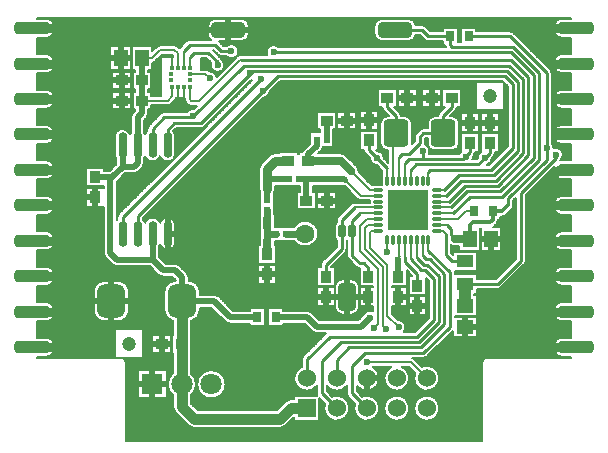
<source format=gtl>
G04 Layer_Physical_Order=1*
G04 Layer_Color=255*
%FSLAX24Y24*%
%MOIN*%
G70*
G01*
G75*
%ADD10C,0.0079*%
%ADD11R,0.0217X0.0236*%
%ADD12R,0.0236X0.0217*%
%ADD13C,0.0472*%
%ADD14R,0.0394X0.0354*%
%ADD15R,0.0354X0.0394*%
%ADD16R,0.0276X0.0354*%
G04:AMPARAMS|DCode=17|XSize=94.5mil|YSize=110.2mil|CornerRadius=23.6mil|HoleSize=0mil|Usage=FLASHONLY|Rotation=180.000|XOffset=0mil|YOffset=0mil|HoleType=Round|Shape=RoundedRectangle|*
%AMROUNDEDRECTD17*
21,1,0.0945,0.0630,0,0,180.0*
21,1,0.0472,0.1102,0,0,180.0*
1,1,0.0472,-0.0236,0.0315*
1,1,0.0472,0.0236,0.0315*
1,1,0.0472,0.0236,-0.0315*
1,1,0.0472,-0.0236,-0.0315*
%
%ADD17ROUNDEDRECTD17*%
%ADD18R,0.0118X0.0157*%
%ADD19R,0.0157X0.0118*%
%ADD20R,0.0453X0.0571*%
G04:AMPARAMS|DCode=21|XSize=90.6mil|YSize=82.7mil|CornerRadius=12.4mil|HoleSize=0mil|Usage=FLASHONLY|Rotation=90.000|XOffset=0mil|YOffset=0mil|HoleType=Round|Shape=RoundedRectangle|*
%AMROUNDEDRECTD21*
21,1,0.0906,0.0579,0,0,90.0*
21,1,0.0657,0.0827,0,0,90.0*
1,1,0.0248,0.0289,0.0329*
1,1,0.0248,0.0289,-0.0329*
1,1,0.0248,-0.0289,-0.0329*
1,1,0.0248,-0.0289,0.0329*
%
%ADD21ROUNDEDRECTD21*%
%ADD22R,0.1358X0.1358*%
%ADD23O,0.0335X0.0110*%
%ADD24O,0.0110X0.0335*%
%ADD25R,0.0551X0.0413*%
%ADD26R,0.0571X0.0453*%
G04:AMPARAMS|DCode=27|XSize=43.3mil|YSize=23.6mil|CornerRadius=5.9mil|HoleSize=0mil|Usage=FLASHONLY|Rotation=270.000|XOffset=0mil|YOffset=0mil|HoleType=Round|Shape=RoundedRectangle|*
%AMROUNDEDRECTD27*
21,1,0.0433,0.0118,0,0,270.0*
21,1,0.0315,0.0236,0,0,270.0*
1,1,0.0118,-0.0059,-0.0157*
1,1,0.0118,-0.0059,0.0157*
1,1,0.0118,0.0059,0.0157*
1,1,0.0118,0.0059,-0.0157*
%
%ADD27ROUNDEDRECTD27*%
G04:AMPARAMS|DCode=28|XSize=94.5mil|YSize=59.1mil|CornerRadius=14.8mil|HoleSize=0mil|Usage=FLASHONLY|Rotation=270.000|XOffset=0mil|YOffset=0mil|HoleType=Round|Shape=RoundedRectangle|*
%AMROUNDEDRECTD28*
21,1,0.0945,0.0295,0,0,270.0*
21,1,0.0650,0.0591,0,0,270.0*
1,1,0.0295,-0.0148,-0.0325*
1,1,0.0295,-0.0148,0.0325*
1,1,0.0295,0.0148,0.0325*
1,1,0.0295,0.0148,-0.0325*
%
%ADD28ROUNDEDRECTD28*%
%ADD29O,0.0295X0.0850*%
G04:AMPARAMS|DCode=30|XSize=114.2mil|YSize=51.2mil|CornerRadius=12.8mil|HoleSize=0mil|Usage=FLASHONLY|Rotation=180.000|XOffset=0mil|YOffset=0mil|HoleType=Round|Shape=RoundedRectangle|*
%AMROUNDEDRECTD30*
21,1,0.1142,0.0256,0,0,180.0*
21,1,0.0886,0.0512,0,0,180.0*
1,1,0.0256,-0.0443,0.0128*
1,1,0.0256,0.0443,0.0128*
1,1,0.0256,0.0443,-0.0128*
1,1,0.0256,-0.0443,-0.0128*
%
%ADD30ROUNDEDRECTD30*%
%ADD31C,0.0197*%
%ADD32C,0.0217*%
%ADD33C,0.0295*%
%ADD34C,0.0315*%
%ADD35C,0.0098*%
%ADD36C,0.0276*%
%ADD37C,0.0394*%
%ADD38C,0.0256*%
%ADD39C,0.0354*%
%ADD40C,0.0118*%
%ADD41R,0.0256X0.0384*%
%ADD42R,0.0256X0.0325*%
%ADD43R,0.0386X0.0374*%
%ADD44R,0.0305X0.0394*%
%ADD45C,0.0709*%
%ADD46R,0.0709X0.0709*%
%ADD47C,0.0630*%
G04:AMPARAMS|DCode=48|XSize=118.1mil|YSize=39.4mil|CornerRadius=9.8mil|HoleSize=0mil|Usage=FLASHONLY|Rotation=0.000|XOffset=0mil|YOffset=0mil|HoleType=Round|Shape=RoundedRectangle|*
%AMROUNDEDRECTD48*
21,1,0.1181,0.0197,0,0,0.0*
21,1,0.0984,0.0394,0,0,0.0*
1,1,0.0197,0.0492,-0.0098*
1,1,0.0197,-0.0492,-0.0098*
1,1,0.0197,-0.0492,0.0098*
1,1,0.0197,0.0492,0.0098*
%
%ADD48ROUNDEDRECTD48*%
%ADD49C,0.0600*%
%ADD50R,0.0600X0.0600*%
%ADD51C,0.0236*%
D10*
X42618Y42126D02*
G03*
X42402Y41909I0J-217D01*
G01*
Y41713D02*
G03*
X42618Y41496I217J0D01*
G01*
Y40945D02*
G03*
X42402Y40728I0J-217D01*
G01*
X41046Y41654D02*
G03*
X40928Y41703I-118J-118D01*
G01*
X41046Y41654D02*
G03*
X40928Y41703I-118J-118D01*
G01*
X42402Y40531D02*
G03*
X42618Y40315I217J0D01*
G01*
Y39764D02*
G03*
X42402Y39547I0J-217D01*
G01*
Y39350D02*
G03*
X42618Y39134I217J0D01*
G01*
X42303Y40328D02*
G03*
X42254Y40446I-167J0D01*
G01*
X42303Y40328D02*
G03*
X42254Y40446I-167J0D01*
G01*
X38760Y41240D02*
G03*
X38775Y41181I167J10D01*
G01*
X38760Y41240D02*
G03*
X38775Y41181I167J10D01*
G01*
X39095Y39055D02*
G03*
X39144Y39173I-118J118D01*
G01*
X39095Y39055D02*
G03*
X39144Y39173I-118J118D01*
G01*
X42618Y38583D02*
G03*
X42402Y38366I0J-217D01*
G01*
Y38169D02*
G03*
X42618Y37953I217J0D01*
G01*
X42372Y37825D02*
G03*
X42303Y37992I-236J0D01*
G01*
X42687Y37589D02*
G03*
X42372Y37811I-236J0D01*
G01*
X42594Y37401D02*
G03*
X42687Y37589I-143J188D01*
G01*
X40364Y37539D02*
G03*
X40413Y37657I-118J118D01*
G01*
X40364Y37539D02*
G03*
X40413Y37657I-118J118D01*
G01*
X42402Y36988D02*
G03*
X42618Y36772I217J0D01*
G01*
X39232Y38636D02*
G03*
X38990Y38878I-242J0D01*
G01*
X39951Y37689D02*
G03*
X39843Y37491I128J-199D01*
G01*
X40146Y37264D02*
G03*
X40315Y37490I-67J226D01*
G01*
X39705Y37569D02*
G03*
X39754Y37677I-118J118D01*
G01*
X39705Y37569D02*
G03*
X39754Y37677I-118J118D01*
G01*
X39668Y37441D02*
G03*
X39685Y37530I-219J89D01*
G01*
X38990Y37736D02*
G03*
X39232Y37978I0J242D01*
G01*
X39291Y37706D02*
G03*
X39230Y37618I157J-176D01*
G01*
X38101Y41870D02*
G03*
X37982Y41919I-118J-118D01*
G01*
X38101Y41870D02*
G03*
X37982Y41919I-118J-118D01*
G01*
X38080Y41417D02*
G03*
X38199Y41368I118J118D01*
G01*
X38080Y41417D02*
G03*
X38199Y41368I118J118D01*
G01*
X37772Y41919D02*
G03*
X37530Y42126I-243J-39D01*
G01*
Y41378D02*
G03*
X37772Y41585I0J246D01*
G01*
X36644Y42126D02*
G03*
X36398Y41880I0J-246D01*
G01*
Y41624D02*
G03*
X36644Y41378I246J0D01*
G01*
X36654Y39173D02*
G03*
X36703Y39055I167J0D01*
G01*
X36654Y39173D02*
G03*
X36703Y39055I167J0D01*
G01*
X38582Y39016D02*
G03*
X38533Y38898I118J-118D01*
G01*
X38582Y39016D02*
G03*
X38533Y38898I118J-118D01*
G01*
X38411Y38878D02*
G03*
X38169Y38636I0J-242D01*
G01*
X37657D02*
G03*
X37415Y38878I-242J0D01*
G01*
X38031Y38474D02*
G03*
X37913Y38425I0J-167D01*
G01*
X38031Y38474D02*
G03*
X37913Y38425I0J-167D01*
G01*
X37795Y38307D02*
G03*
X37746Y38189I118J-118D01*
G01*
X37795Y38307D02*
G03*
X37746Y38189I118J-118D01*
G01*
X37293Y38878D02*
G03*
X37244Y38986I-167J-10D01*
G01*
X37293Y38878D02*
G03*
X37244Y38986I-167J-10D01*
G01*
X36837Y38878D02*
G03*
X36594Y38636I0J-242D01*
G01*
X38169Y37978D02*
G03*
X38411Y37736I242J0D01*
G01*
X38076Y37941D02*
G03*
X38081Y37982I-162J41D01*
G01*
X38076Y37941D02*
G03*
X38081Y37982I-162J41D01*
G01*
X38238Y37717D02*
G03*
X38076Y37941I-236J0D01*
G01*
X36594Y37978D02*
G03*
X36837Y37736I242J0D01*
G01*
X38217Y37618D02*
G03*
X38238Y37717I-215J98D01*
G01*
X36722Y37480D02*
G03*
X36477Y37716I-236J0D01*
G01*
X36250Y37470D02*
G03*
X36476Y37244I236J10D01*
G01*
X36663Y36897D02*
G03*
X36648Y36825I157J-72D01*
G01*
X36423Y36600D02*
G03*
X36351Y36585I0J-173D01*
G01*
X34622Y37731D02*
G03*
X34684Y37864I-153J153D01*
G01*
X34621Y37730D02*
G03*
X34684Y37864I-153J153D01*
G01*
X36053Y37736D02*
G03*
X36102Y37618I167J0D01*
G01*
X36053Y37736D02*
G03*
X36102Y37618I167J0D01*
G01*
X35459Y37566D02*
G03*
X35285Y37638I-174J-174D01*
G01*
X35876Y37047D02*
G03*
X35804Y37221I-246J0D01*
G01*
X35459Y37566D02*
G03*
X35285Y37638I-174J-174D01*
G01*
X35314Y36565D02*
G03*
X35417Y36536I109J187D01*
G01*
X42618Y36220D02*
G03*
X42402Y36004I0J-217D01*
G01*
Y35807D02*
G03*
X42618Y35591I217J0D01*
G01*
Y35039D02*
G03*
X42402Y34823I0J-217D01*
G01*
Y34626D02*
G03*
X42618Y34409I217J0D01*
G01*
X41033Y35906D02*
G03*
X41024Y35964I-177J0D01*
G01*
X40982Y35780D02*
G03*
X41033Y35906I-125J125D01*
G01*
X42618Y33858D02*
G03*
X42402Y33642I0J-217D01*
G01*
Y33445D02*
G03*
X42618Y33228I217J0D01*
G01*
X41398Y33937D02*
G03*
X41447Y34055I-118J118D01*
G01*
X41398Y33937D02*
G03*
X41447Y34055I-118J118D01*
G01*
X40659Y35531D02*
G03*
X40785Y35583I0J177D01*
G01*
X40659Y35531D02*
G03*
X40785Y35583I0J177D01*
G01*
X40470Y35298D02*
G03*
X40521Y35413I-125J125D01*
G01*
X40470Y35298D02*
G03*
X40521Y35413I-125J125D01*
G01*
X38937Y34584D02*
G03*
X39085Y34537I148J209D01*
G01*
X42618Y32677D02*
G03*
X42402Y32461I0J-217D01*
G01*
Y32264D02*
G03*
X42618Y32047I217J0D01*
G01*
X40512Y33120D02*
G03*
X40630Y33169I0J167D01*
G01*
X40512Y33120D02*
G03*
X40630Y33169I0J167D01*
G01*
X42402Y31083D02*
G03*
X42618Y30866I217J0D01*
G01*
Y31496D02*
G03*
X42402Y31280I0J-217D01*
G01*
X40157Y30827D02*
G03*
X40000Y30669I0J-157D01*
G01*
X40157Y30827D02*
G03*
X40000Y30669I0J-157D01*
G01*
X38035Y30827D02*
G03*
X38153Y30876I0J167D01*
G01*
X38035Y30827D02*
G03*
X38153Y30876I0J167D01*
G01*
X38562Y30144D02*
G03*
X37981Y30529I-418J0D01*
G01*
X37758Y30306D02*
G03*
X38562Y30144I385J-163D01*
G01*
Y29144D02*
G03*
X38562Y29144I-418J0D01*
G01*
X36255Y36073D02*
G03*
X36255Y35994I169J-39D01*
G01*
X35833Y36119D02*
G03*
X35945Y36073I112J111D01*
G01*
X35834Y36119D02*
G03*
X35945Y36073I111J111D01*
G01*
X35787Y33858D02*
G03*
X35906Y33809I118J118D01*
G01*
X35787Y33858D02*
G03*
X35906Y33809I118J118D01*
G01*
X35795Y35994D02*
G03*
X35620Y35955I-57J-157D01*
G01*
X35423Y34330D02*
G03*
X35472Y34449I-118J118D01*
G01*
X35423Y34330D02*
G03*
X35472Y34449I-118J118D01*
G01*
X35896Y33179D02*
G03*
X35630Y33445I-266J0D01*
G01*
X35492Y34222D02*
G03*
X35541Y34104I167J0D01*
G01*
X35492Y34222D02*
G03*
X35541Y34104I167J0D01*
G01*
X35630Y32264D02*
G03*
X35896Y32530I0J266D01*
G01*
X35187Y35522D02*
G03*
X35138Y35404I118J-118D01*
G01*
X35187Y35522D02*
G03*
X35138Y35404I118J-118D01*
G01*
Y35337D02*
G03*
X35069Y35197I108J-140D01*
G01*
Y34882D02*
G03*
X35138Y34742I177J0D01*
G01*
X35335Y33445D02*
G03*
X35069Y33179I0J-266D01*
G01*
Y32530D02*
G03*
X35335Y32264I266J0D01*
G01*
X34655Y34036D02*
G03*
X34606Y33917I118J-118D01*
G01*
X34655Y34036D02*
G03*
X34606Y33917I118J-118D01*
G01*
X37720Y30790D02*
G03*
X37663Y30827I-112J-111D01*
G01*
X37720Y30790D02*
G03*
X37663Y30827I-111J-111D01*
G01*
X37441Y31850D02*
G03*
X37192Y32086I-236J0D01*
G01*
X37381Y31693D02*
G03*
X37441Y31850I-176J157D01*
G01*
X36965Y30522D02*
G03*
X37562Y30144I179J-378D01*
G01*
D02*
G03*
X37322Y30522I-418J0D01*
G01*
X36562Y30144D02*
G03*
X36333Y30517I-418J0D01*
G01*
X37562Y29144D02*
G03*
X37562Y29144I-418J0D01*
G01*
X36358Y32375D02*
G03*
X36030Y32252I-108J-210D01*
G01*
X35817Y29883D02*
G03*
X36562Y30144I327J261D01*
G01*
X35482Y29638D02*
G03*
X35531Y29519I167J0D01*
G01*
X34813Y29888D02*
G03*
X35482Y29898I331J256D01*
G01*
X34478Y29642D02*
G03*
X34499Y29562I167J0D01*
G01*
X34478Y29642D02*
G03*
X34499Y29562I167J0D01*
G01*
X36562Y29144D02*
G03*
X35991Y29533I-418J0D01*
G01*
X35754Y29296D02*
G03*
X36562Y29144I389J-153D01*
G01*
X35482Y29638D02*
G03*
X35531Y29519I167J0D01*
G01*
X34754Y29296D02*
G03*
X35562Y29144I389J-153D01*
G01*
D02*
G03*
X34991Y29533I-418J0D01*
G01*
X32224Y41880D02*
G03*
X31978Y42126I-246J0D01*
G01*
Y41378D02*
G03*
X32224Y41624I0J246D01*
G01*
X33208Y41181D02*
G03*
X32827Y40915I-167J-167D01*
G01*
X31870Y41043D02*
G03*
X31478Y41220I-236J0D01*
G01*
X32274Y40069D02*
G03*
X32319Y40075I-10J236D01*
G01*
X31939Y40915D02*
G03*
X31848Y40888I0J-167D01*
G01*
D02*
G03*
X31808Y40859I71J-140D01*
G01*
X31848Y40888D02*
G03*
X31808Y40859I71J-140D01*
G01*
X31093Y42126D02*
G03*
X30846Y41880I0J-246D01*
G01*
Y41624D02*
G03*
X30945Y41427I246J0D01*
G01*
X30246D02*
G03*
X30128Y41378I0J-167D01*
G01*
X30246Y41427D02*
G03*
X30128Y41378I0J-167D01*
G01*
X29846Y41194D02*
G03*
X29734Y41240I-112J-111D01*
G01*
X29846Y41194D02*
G03*
X29734Y41240I-111J-111D01*
G01*
X31458Y40886D02*
G03*
X31870Y41043I176J157D01*
G01*
X31321Y40763D02*
G03*
X31290Y40807I-150J-74D01*
G01*
X31407Y40581D02*
G03*
X31321Y40763I-236J0D01*
G01*
X31181Y40935D02*
G03*
X31299Y40886I118J118D01*
G01*
X31181Y40935D02*
G03*
X31299Y40886I118J118D01*
G01*
X31321Y40763D02*
G03*
X31290Y40807I-150J-74D01*
G01*
X30953Y40671D02*
G03*
X31407Y40581I218J-90D01*
G01*
X31136Y40188D02*
G03*
X30892Y40374I-231J-50D01*
G01*
X29921Y41171D02*
G03*
X29898Y41142I118J-118D01*
G01*
X30879Y40387D02*
G03*
X30768Y40433I-111J-111D01*
G01*
X30879Y40387D02*
G03*
X30768Y40433I-112J-111D01*
G01*
X32697Y39498D02*
G03*
X32923Y39724I-10J236D01*
G01*
X34040Y37762D02*
G03*
X33991Y37687I153J-153D01*
G01*
X34040Y37761D02*
G03*
X33991Y37687I153J-153D01*
G01*
X33100Y37657D02*
G03*
X32912Y37580I0J-266D01*
G01*
X33100Y37657D02*
G03*
X32912Y37579I0J-266D01*
G01*
X32637Y37304D02*
G03*
X32559Y37116I188J-188D01*
G01*
X32637Y37304D02*
G03*
X32559Y37116I188J-188D01*
G01*
X33052Y36309D02*
G03*
X33091Y36447I-227J138D01*
G01*
X32559D02*
G03*
X32598Y36309I266J0D01*
G01*
X30374Y39124D02*
G03*
X30153Y39026I-28J-235D01*
G01*
X30610Y38474D02*
G03*
X30729Y38523I0J167D01*
G01*
X30610Y38474D02*
G03*
X30729Y38523I0J167D01*
G01*
X30079Y39439D02*
G03*
X30125Y39328I157J0D01*
G01*
X30079Y39439D02*
G03*
X30125Y39327I157J0D01*
G01*
X29757Y39426D02*
G03*
X29798Y39498I-111J111D01*
G01*
X29757Y39426D02*
G03*
X29798Y39498I-111J112D01*
G01*
X30184Y39269D02*
G03*
X30295Y39222I111J111D01*
G01*
X30184Y39269D02*
G03*
X30295Y39222I112J111D01*
G01*
X29768Y38188D02*
G03*
X29693Y38373I-266J0D01*
G01*
X29508Y39242D02*
G03*
X29619Y39288I0J157D01*
G01*
X29508Y39242D02*
G03*
X29619Y39288I0J157D01*
G01*
X29702Y37458D02*
G03*
X29768Y37633I-200J175D01*
G01*
X29252Y37543D02*
G03*
X29677Y37433I250J90D01*
G01*
X29252Y41240D02*
G03*
X29141Y41194I0J-157D01*
G01*
X29252Y41240D02*
G03*
X29140Y41194I0J-157D01*
G01*
X28996Y40660D02*
G03*
X29098Y40706I-10J157D01*
G01*
X28996Y40660D02*
G03*
X29098Y40706I-10J157D01*
G01*
X25492Y41496D02*
G03*
X25709Y41713I0J217D01*
G01*
Y41909D02*
G03*
X25492Y42126I-217J0D01*
G01*
X25709Y40728D02*
G03*
X25492Y40945I-217J0D01*
G01*
Y40315D02*
G03*
X25709Y40532I0J217D01*
G01*
Y39547D02*
G03*
X25492Y39764I-217J0D01*
G01*
Y39134D02*
G03*
X25709Y39350I0J217D01*
G01*
X29400Y39026D02*
G03*
X29281Y38977I0J-167D01*
G01*
X29400Y39026D02*
G03*
X29281Y38977I0J-167D01*
G01*
X28804Y38833D02*
G03*
X28868Y38986I-153J153D01*
G01*
X28805Y38833D02*
G03*
X28868Y38986I-153J153D01*
G01*
X28884Y38579D02*
G03*
X28835Y38461I118J-118D01*
G01*
X28884Y38579D02*
G03*
X28835Y38461I118J-118D01*
G01*
X28752Y37543D02*
G03*
X29252Y37543I250J90D01*
G01*
X28349Y38990D02*
G03*
X28285Y38837I153J-153D01*
G01*
X28349Y38990D02*
G03*
X28285Y38837I153J-153D01*
G01*
X28835Y38394D02*
G03*
X28752Y38278I167J-206D01*
G01*
D02*
G03*
X28719Y38342I-250J-90D01*
G01*
X28285D02*
G03*
X28252Y38278I217J-154D01*
G01*
X28719Y37479D02*
G03*
X28752Y37543I-217J154D01*
G01*
X28655Y37158D02*
G03*
X28719Y37311I-153J153D01*
G01*
X28655Y37158D02*
G03*
X28719Y37311I-153J153D01*
G01*
X28376Y36969D02*
G03*
X28529Y37032I0J217D01*
G01*
X28376Y36969D02*
G03*
X28529Y37032I0J217D01*
G01*
X28252Y38278D02*
G03*
X27736Y38188I-250J-90D01*
G01*
Y37633D02*
G03*
X27785Y37479I266J0D01*
G01*
X25709Y38366D02*
G03*
X25492Y38583I-217J0D01*
G01*
Y37953D02*
G03*
X25709Y38169I0J217D01*
G01*
Y37185D02*
G03*
X25492Y37402I-217J0D01*
G01*
Y36772D02*
G03*
X25709Y36988I0J217D01*
G01*
Y36004D02*
G03*
X25492Y36220I-217J0D01*
G01*
X34528Y34961D02*
G03*
X33725Y35187I-433J0D01*
G01*
Y34734D02*
G03*
X34528Y34961I369J226D01*
G01*
X34316Y32328D02*
G03*
X34163Y32392I-153J-153D01*
G01*
X34317Y32328D02*
G03*
X34163Y32392I-153J-153D01*
G01*
X30580Y33031D02*
G03*
X30225Y33386I-354J0D01*
G01*
X31206Y32870D02*
G03*
X31053Y32933I-153J-153D01*
G01*
X31207Y32869D02*
G03*
X31053Y32933I-153J-153D01*
G01*
X30276Y32051D02*
G03*
X30580Y32402I-50J351D01*
G01*
X34325Y31707D02*
G03*
X34478Y31644I153J153D01*
G01*
X34325Y31707D02*
G03*
X34478Y31644I153J153D01*
G01*
X34025Y30886D02*
G03*
X33976Y30768I118J-118D01*
G01*
X34025Y30886D02*
G03*
X33976Y30768I118J-118D01*
G01*
Y30527D02*
G03*
X34478Y29893I167J-383D01*
G01*
X33612Y29439D02*
G03*
X33403Y29352I0J-295D01*
G01*
X33612Y29439D02*
G03*
X33403Y29352I0J-295D01*
G01*
X33258Y28494D02*
G03*
X33467Y28581I0J295D01*
G01*
X33258Y28494D02*
G03*
X33467Y28581I0J295D01*
G01*
X31441Y32022D02*
G03*
X31594Y31959I153J153D01*
G01*
X31441Y32022D02*
G03*
X31594Y31959I153J153D01*
G01*
X30453Y29941D02*
G03*
X30276Y30310I-472J0D01*
G01*
Y29572D02*
G03*
X30453Y29941I-295J369D01*
G01*
X31437D02*
G03*
X31437Y29941I-472J0D01*
G01*
X30175Y28581D02*
G03*
X30384Y28494I209J209D01*
G01*
X30175Y28581D02*
G03*
X30384Y28494I209J209D01*
G01*
X29768Y35238D02*
G03*
X29252Y35328I-266J0D01*
G01*
X29898Y33903D02*
G03*
X29744Y33967I-153J-153D01*
G01*
X29897Y33903D02*
G03*
X29744Y33967I-153J-153D01*
G01*
X29252Y34593D02*
G03*
X29768Y34683I250J90D01*
G01*
X27884Y35640D02*
G03*
X27835Y35522I118J-118D01*
G01*
X27884Y35640D02*
G03*
X27835Y35522I118J-118D01*
G01*
X29252Y35328D02*
G03*
X28752Y35328I-250J-90D01*
G01*
X29218Y34529D02*
G03*
X29252Y34593I-217J154D01*
G01*
X28752Y35328D02*
G03*
X28669Y35444I-250J-90D01*
G01*
X27658Y33946D02*
G03*
X27811Y33882I153J153D01*
G01*
X27658Y33945D02*
G03*
X27811Y33882I153J153D01*
G01*
X30206Y33505D02*
G03*
X30142Y33658I-217J0D01*
G01*
X30206Y33505D02*
G03*
X30142Y33658I-217J0D01*
G01*
X29197Y33597D02*
G03*
X29350Y33533I153J153D01*
G01*
X29197Y33597D02*
G03*
X29350Y33533I153J153D01*
G01*
X29753Y33386D02*
G03*
X29399Y33031I0J-354D01*
G01*
X28220D02*
G03*
X27865Y33386I-354J0D01*
G01*
X27382Y34311D02*
G03*
X27446Y34158I217J0D01*
G01*
X27382Y34311D02*
G03*
X27445Y34158I217J0D01*
G01*
X25492Y35591D02*
G03*
X25709Y35807I0J217D01*
G01*
X25492Y34409D02*
G03*
X25709Y34626I0J217D01*
G01*
Y34823D02*
G03*
X25492Y35039I-217J0D01*
G01*
X25709Y33642D02*
G03*
X25492Y33858I-217J0D01*
G01*
X27393Y33386D02*
G03*
X27039Y33031I0J-354D01*
G01*
X25492Y33228D02*
G03*
X25709Y33445I0J217D01*
G01*
Y32461D02*
G03*
X25492Y32677I-217J0D01*
G01*
X29399Y32402D02*
G03*
X29685Y32054I354J0D01*
G01*
Y30310D02*
G03*
X29685Y29572I295J-369D01*
G01*
Y29193D02*
G03*
X29772Y28984I295J0D01*
G01*
X29685Y29193D02*
G03*
X29772Y28984I295J0D01*
G01*
X27865Y32047D02*
G03*
X28220Y32402I0J354D01*
G01*
X27039D02*
G03*
X27393Y32047I354J0D01*
G01*
X25492Y32047D02*
G03*
X25709Y32264I0J217D01*
G01*
Y31280D02*
G03*
X25492Y31496I-217J0D01*
G01*
Y30866D02*
G03*
X25709Y31083I0J217D01*
G01*
X28110Y30669D02*
G03*
X27953Y30827I-157J0D01*
G01*
X28110Y30669D02*
G03*
X27953Y30827I-157J0D01*
G01*
X42933Y42126D02*
Y42165D01*
X42874Y42126D02*
Y42165D01*
X42953Y42126D02*
Y42165D01*
X42638Y42126D02*
Y42165D01*
X42815Y42126D02*
Y42165D01*
X42933Y40945D02*
Y41496D01*
X42953Y40945D02*
Y41496D01*
X42697Y42126D02*
Y42165D01*
X42756Y42126D02*
Y42165D01*
X42618Y42126D02*
X42953D01*
X42520Y42102D02*
Y42165D01*
X42579Y42122D02*
Y42165D01*
X42618Y41496D02*
X42953D01*
X41184Y41516D02*
X42528D01*
X42579Y40941D02*
Y41500D01*
X42874Y40945D02*
Y41496D01*
X42815Y40945D02*
Y41496D01*
X41716Y40984D02*
X42953D01*
X42697Y40945D02*
Y41496D01*
X42756Y40945D02*
Y41496D01*
X42638Y40945D02*
Y41496D01*
X42618Y40945D02*
X42953D01*
X41775Y40925D02*
X42528D01*
X41361Y41339D02*
X42953D01*
X41421Y41279D02*
X42953D01*
X41243Y41457D02*
X42953D01*
X41302Y41398D02*
X42953D01*
X41598Y41102D02*
X42953D01*
X41657Y41043D02*
X42953D01*
X41480Y41220D02*
X42953D01*
X41539Y41161D02*
X42953D01*
X41752Y40948D02*
Y42165D01*
X41693Y41007D02*
Y42165D01*
X42461Y42058D02*
Y42165D01*
X41575Y41125D02*
Y42165D01*
X41634Y41066D02*
Y42165D01*
X41929Y40771D02*
Y42165D01*
X41988Y40712D02*
Y42165D01*
X41811Y40889D02*
Y42165D01*
X41870Y40830D02*
Y42165D01*
X40984Y41693D02*
Y42165D01*
X41043Y41657D02*
Y42165D01*
X40748Y41703D02*
Y42165D01*
X40925Y41703D02*
Y42165D01*
X41457Y41243D02*
Y42165D01*
X41516Y41184D02*
Y42165D01*
X41339Y41361D02*
Y42165D01*
X41398Y41302D02*
Y42165D01*
X42402Y41713D02*
Y41909D01*
X41279Y41421D02*
Y42165D01*
X42520Y40921D02*
Y41520D01*
X41161Y41539D02*
Y42165D01*
X41220Y41480D02*
Y42165D01*
X42461Y40877D02*
Y41564D01*
X41834Y40866D02*
X42451D01*
X41893Y40807D02*
X42416D01*
X41952Y40748D02*
X42402D01*
X40985Y41693D02*
X42402D01*
X40807Y41703D02*
Y42165D01*
X40866Y41703D02*
Y42165D01*
X41066Y41634D02*
X42416D01*
X41125Y41575D02*
X42451D01*
X41102Y41598D02*
Y42165D01*
X42953Y39764D02*
Y40315D01*
X42933Y39764D02*
Y40315D01*
X42618D02*
X42953D01*
X42815Y39764D02*
Y40315D01*
X42874Y39764D02*
Y40315D01*
X42697Y39764D02*
Y40315D01*
X42756Y39764D02*
Y40315D01*
X42579Y39760D02*
Y40319D01*
X42638Y39764D02*
Y40315D01*
X42303Y40335D02*
X42528D01*
X42247Y40453D02*
X42416D01*
X42290Y40394D02*
X42451D01*
X42303Y40276D02*
X42953D01*
X42303Y40216D02*
X42953D01*
X42461Y39696D02*
Y40383D01*
X42520Y39740D02*
Y40339D01*
X42303Y39862D02*
X42953D01*
X42303Y39921D02*
X42953D01*
X42618Y39764D02*
X42953D01*
X42303Y40157D02*
X42953D01*
X42303Y39980D02*
X42953D01*
X42461Y38515D02*
Y39202D01*
X42520Y38559D02*
Y39158D01*
X42303Y40098D02*
X42953D01*
X42303Y40039D02*
X42953D01*
X42303Y39803D02*
X42953D01*
X42303Y39744D02*
X42528D01*
X42303Y39213D02*
X42451D01*
X42303Y39153D02*
X42528D01*
X42303Y39685D02*
X42451D01*
X42303Y39272D02*
X42416D01*
X42402Y40531D02*
Y40728D01*
X42188Y40512D02*
X42402D01*
X42224Y40476D02*
Y42165D01*
X42283Y40406D02*
Y42165D01*
X42342Y37939D02*
Y42165D01*
X42401Y37820D02*
Y42165D01*
X42303Y37992D02*
Y40328D01*
X42011Y40689D02*
X42402D01*
X42070Y40630D02*
X42402D01*
X42047Y40653D02*
Y42165D01*
X42106Y40594D02*
Y42165D01*
X41046Y41654D02*
X42254Y40446D01*
X42129Y40571D02*
X42402D01*
X42165Y40535D02*
Y42165D01*
X40728Y39995D02*
X40837Y39887D01*
X42303Y39567D02*
X42402D01*
X42303Y39626D02*
X42416D01*
X42303Y39508D02*
X42402D01*
X42303Y39449D02*
X42402D01*
X42303Y39390D02*
X42402D01*
Y39350D02*
Y39547D01*
X42303Y39331D02*
X42402D01*
X40807Y37864D02*
Y39916D01*
X40837Y37894D02*
Y39887D01*
X40728Y39626D02*
X40837D01*
X40728Y39567D02*
X40837D01*
X40728Y39744D02*
X40837D01*
X40728Y39685D02*
X40837D01*
X40728Y39272D02*
X40837D01*
X40728Y39213D02*
X40837D01*
X40748Y37805D02*
Y39976D01*
X40728Y39153D02*
X40837D01*
X40394Y41703D02*
Y42165D01*
X40335Y41703D02*
Y42165D01*
X40453Y41703D02*
Y42165D01*
X40216Y41703D02*
Y42165D01*
X40276Y41703D02*
Y42165D01*
X40630Y41703D02*
Y42165D01*
X40689Y41703D02*
Y42165D01*
X40512Y41703D02*
Y42165D01*
X40571Y41703D02*
Y42165D01*
X39567Y41831D02*
Y42165D01*
X39626Y41831D02*
Y42165D01*
X39331Y41831D02*
Y42165D01*
X39508Y41831D02*
Y42165D01*
X40098Y41703D02*
Y42165D01*
X40157Y41703D02*
Y42165D01*
X39980Y41703D02*
Y42165D01*
X40039Y41703D02*
Y42165D01*
X39793Y41752D02*
X42402D01*
X39793Y41811D02*
X42402D01*
X39793Y41703D02*
X40928D01*
X39685Y41831D02*
Y42165D01*
X39744Y41831D02*
Y42165D01*
X39862Y41703D02*
Y42165D01*
X39921Y41703D02*
Y42165D01*
X39803Y41703D02*
Y42165D01*
X39793Y41703D02*
Y41831D01*
X37626Y42106D02*
X42528D01*
X37710Y42047D02*
X42451D01*
X37751Y41988D02*
X42416D01*
X37771Y41929D02*
X42402D01*
X38101Y41870D02*
X42402D01*
X39281Y41831D02*
X39793D01*
X39390D02*
Y42165D01*
X39449Y41831D02*
Y42165D01*
X39153Y41831D02*
Y42165D01*
X39094Y41831D02*
Y42165D01*
X39183Y41811D02*
X39281D01*
X38976Y41831D02*
Y42165D01*
X39035Y41831D02*
Y42165D01*
X39272Y41358D02*
Y42165D01*
X39281Y41358D02*
Y41831D01*
X39213Y41358D02*
Y42165D01*
X39183Y41358D02*
Y41831D01*
X38858D02*
Y42165D01*
X38917Y41831D02*
Y42165D01*
X38740Y41831D02*
Y42165D01*
X38799Y41831D02*
Y42165D01*
X38681Y41831D02*
Y42165D01*
X38671Y41831D02*
X39183D01*
X38671Y41703D02*
Y41831D01*
X38160Y41811D02*
X38671D01*
X39183Y41575D02*
X39281D01*
X39183Y41634D02*
X39281D01*
X39183Y41516D02*
X39281D01*
X39183Y41752D02*
X39281D01*
X39183Y41693D02*
X39281D01*
X39183Y41457D02*
X39281D01*
X39183Y41398D02*
X39281D01*
X39183Y41358D02*
X39281D01*
X38199Y41368D02*
X38671D01*
Y41240D02*
X38760D01*
X38219Y41752D02*
X38671D01*
X38268Y41703D02*
X38671D01*
X38740Y41181D02*
Y41240D01*
X38671D02*
Y41368D01*
X38681Y41181D02*
Y41240D01*
X40728Y39862D02*
X40837D01*
X40728Y39921D02*
X40802D01*
X40728Y39803D02*
X40837D01*
X39783Y40030D02*
X40694D01*
X40728Y39085D02*
Y39995D01*
X39744Y38976D02*
Y40039D01*
X39783Y39085D02*
Y40030D01*
X39626Y38976D02*
Y40039D01*
X39685Y38976D02*
Y40039D01*
X39331Y38976D02*
Y40039D01*
X38661Y39774D02*
X39291D01*
X39272D02*
Y40039D01*
X39291Y39183D02*
Y39774D01*
X39508Y38976D02*
Y40039D01*
X39567Y38976D02*
Y40039D01*
X39390Y38976D02*
Y40039D01*
X39449Y38976D02*
Y40039D01*
X39291Y39567D02*
X39783D01*
X39291Y39626D02*
X39783D01*
X40728Y39508D02*
X40837D01*
X39291Y39744D02*
X39783D01*
X39291Y39685D02*
X39783D01*
X40728Y39390D02*
X40837D01*
X40728Y39331D02*
X40837D01*
X39291Y39508D02*
X39783D01*
X40728Y39449D02*
X40837D01*
X39291Y39331D02*
X39783D01*
X39291Y39272D02*
X39783D01*
X39291Y39449D02*
X39783D01*
X39291Y39390D02*
X39783D01*
X39291Y39213D02*
X39783D01*
X39144Y39183D02*
X39291D01*
X39213Y38732D02*
Y39183D01*
X39272Y37686D02*
Y39183D01*
X38917Y39774D02*
Y40039D01*
X38858Y39774D02*
Y40039D01*
X38976Y39774D02*
Y40039D01*
X38740Y39774D02*
Y40039D01*
X38799Y39774D02*
Y40039D01*
X39153Y39774D02*
Y40039D01*
X39213Y39774D02*
Y40039D01*
X39035Y39774D02*
Y40039D01*
X39094Y39774D02*
Y40039D01*
X38681Y39774D02*
Y40039D01*
X38622Y39744D02*
X38661D01*
X38622Y41181D02*
Y41368D01*
X37992Y39774D02*
X38622D01*
Y39685D02*
X38661D01*
X38622Y39626D02*
X38661D01*
X38622Y39183D02*
Y39774D01*
X38661Y39183D02*
Y39774D01*
X38622Y39331D02*
X38661D01*
Y39183D02*
X38750D01*
X38622Y39567D02*
X38661D01*
X38622Y39390D02*
X38661D01*
X39153Y38815D02*
Y39183D01*
X38681Y39115D02*
Y39183D01*
X38622Y39508D02*
X38661D01*
X38622Y39449D02*
X38661D01*
X38622Y39272D02*
X38661D01*
X38582Y39016D02*
X38750Y39183D01*
X37077Y39153D02*
X38720D01*
X38622Y39213D02*
X38661D01*
X37992Y39183D02*
X38622D01*
X42953Y38583D02*
Y39134D01*
X42933Y38583D02*
Y39134D01*
X42618D02*
X42953D01*
X42815Y38583D02*
Y39134D01*
X42874Y38583D02*
Y39134D01*
X42697Y38583D02*
Y39134D01*
X42756Y38583D02*
Y39134D01*
X42579Y38579D02*
Y39137D01*
X42638Y38583D02*
Y39134D01*
X42303Y38976D02*
X42953D01*
X42303Y38917D02*
X42953D01*
X42303Y39094D02*
X42953D01*
X42303Y39035D02*
X42953D01*
X42303Y38740D02*
X42953D01*
X42303Y38681D02*
X42953D01*
X42303Y38858D02*
X42953D01*
X42303Y38799D02*
X42953D01*
X42618Y38583D02*
X42953D01*
X42618Y37953D02*
X42953D01*
X42320Y37972D02*
X42528D01*
X42355Y37913D02*
X42953D01*
X42370Y37854D02*
X42953D01*
X42461Y37825D02*
Y38021D01*
X42520Y37815D02*
Y37976D01*
X42303Y38622D02*
X42953D01*
X42303Y38563D02*
X42528D01*
X42303Y38504D02*
X42451D01*
X42303Y38445D02*
X42416D01*
X42303Y38090D02*
X42416D01*
X42303Y38031D02*
X42451D01*
X42303Y38386D02*
X42402D01*
X42303Y38150D02*
X42402D01*
X40541Y38858D02*
X40837D01*
X40541Y38917D02*
X40837D01*
X40541Y38799D02*
X40837D01*
X40728Y39094D02*
X40837D01*
X40541Y38976D02*
X40837D01*
X40541Y38740D02*
X40837D01*
X40541Y38504D02*
X40837D01*
X40541Y38346D02*
Y38976D01*
Y38445D02*
X40837D01*
X40453Y38976D02*
Y39085D01*
X40512Y38976D02*
Y39085D01*
X40335Y38976D02*
Y39085D01*
X40394Y38976D02*
Y39085D01*
X40541Y38563D02*
X40837D01*
X40541Y38386D02*
X40837D01*
X40541Y38681D02*
X40837D01*
X40541Y38622D02*
X40837D01*
X42303Y38268D02*
X42402D01*
X42303Y38327D02*
X42402D01*
X42303Y38209D02*
X42402D01*
X40541Y38268D02*
X40837D01*
X40541Y38209D02*
X40837D01*
X42402Y38169D02*
Y38366D01*
X40541Y37972D02*
X40837D01*
X40541Y37913D02*
X40837D01*
X40453Y38307D02*
Y38346D01*
X40512Y38307D02*
Y38346D01*
X40335Y38307D02*
Y38346D01*
X40394Y38307D02*
Y38346D01*
X40541Y38150D02*
X40837D01*
X40541Y38090D02*
X40837D01*
X40541Y38031D02*
X40837D01*
X40541Y37854D02*
X40797D01*
X42953Y37402D02*
Y37953D01*
X42685Y37618D02*
X42953D01*
X42685Y37559D02*
X42953D01*
X42874Y37402D02*
Y37953D01*
X42933Y37402D02*
Y37953D01*
X42756Y37402D02*
Y37953D01*
X42815Y37402D02*
Y37953D01*
X42697Y37402D02*
Y37953D01*
Y36220D02*
Y36772D01*
X42565Y37795D02*
X42953D01*
X42635Y37736D02*
X42953D01*
X42670Y37677D02*
X42953D01*
X42670Y37500D02*
X42953D01*
X42635Y37441D02*
X42953D01*
X42618Y37402D02*
X42953D01*
Y36220D02*
Y36772D01*
X42618D02*
X42953D01*
X41932Y36732D02*
X42953D01*
X42874Y36220D02*
Y36772D01*
X42933Y36220D02*
Y36772D01*
X42815Y36220D02*
Y36772D01*
X42618Y36220D02*
X42953D01*
X42638D02*
Y36772D01*
X42756Y36220D02*
Y36772D01*
X41755Y36555D02*
X42953D01*
X41696Y36496D02*
X42953D01*
X41873Y36673D02*
X42953D01*
X41814Y36614D02*
X42953D01*
X41519Y36319D02*
X42953D01*
X41460Y36260D02*
X42953D01*
X41637Y36437D02*
X42953D01*
X41578Y36378D02*
X42953D01*
X42638Y37733D02*
Y37953D01*
X42579Y37787D02*
Y37956D01*
X40541Y37795D02*
X40738D01*
X40689Y37746D02*
Y39085D01*
X40541Y37736D02*
X40679D01*
X40571Y37628D02*
Y39085D01*
X40630Y37687D02*
Y39085D01*
X40541Y37677D02*
Y38307D01*
X40512Y37569D02*
Y37677D01*
X40413Y37677D02*
X40620D01*
X40409Y37618D02*
X40561D01*
X40413Y37677D02*
X40541D01*
X40381Y37559D02*
X40501D01*
X40453Y37510D02*
Y37677D01*
X40394Y37451D02*
Y37579D01*
X42638Y37402D02*
Y37444D01*
X42346Y37146D02*
X42402D01*
X42287Y37087D02*
X42402D01*
X42227Y37027D02*
X42402D01*
X42579Y36217D02*
Y36775D01*
X42402Y36988D02*
Y37185D01*
X42168Y36968D02*
X42402D01*
X40325Y37500D02*
X40442D01*
X42109Y36909D02*
X42416D01*
X40315Y37490D02*
X40364Y37539D01*
X40335Y37392D02*
Y37509D01*
X41991Y36791D02*
X42528D01*
X41447Y36201D02*
X42528D01*
X41447Y36247D02*
X42402Y37202D01*
X42050Y36850D02*
X42451D01*
X40276Y38976D02*
Y39085D01*
X40216Y38976D02*
Y39085D01*
X39951Y38976D02*
X40541D01*
X40098D02*
Y39085D01*
X40157Y38976D02*
Y39085D01*
X40039Y38976D02*
Y39085D01*
X39980Y38976D02*
Y39085D01*
X39951Y38346D02*
Y38976D01*
X39783Y39085D02*
X40728D01*
X39075Y39035D02*
X40837D01*
X39882Y38976D02*
X39951D01*
X39882Y38917D02*
X39951D01*
X39882Y38740D02*
X39951D01*
X39882Y38858D02*
X39951D01*
X39882Y38799D02*
X39951D01*
Y38346D02*
X40541D01*
X40216Y38307D02*
Y38346D01*
X40276Y38307D02*
Y38346D01*
X40098Y38307D02*
Y38346D01*
X40157Y38307D02*
Y38346D01*
X39980Y38307D02*
Y38346D01*
X40039Y38307D02*
Y38346D01*
X39882Y38563D02*
X39951D01*
X39882Y38504D02*
X39951D01*
X39882Y38681D02*
X39951D01*
X39882Y38622D02*
X39951D01*
X39232Y38327D02*
X40837D01*
X39951Y38307D02*
X40541D01*
X39882Y38445D02*
X39951D01*
X39882Y38386D02*
X39951D01*
X39862Y38976D02*
Y39085D01*
X39803Y38976D02*
Y39085D01*
X39291Y38976D02*
X39882D01*
X39143Y39153D02*
X39783D01*
X39124Y39094D02*
X39783D01*
X39882Y38346D02*
Y38976D01*
X39094Y38854D02*
Y39055D01*
X39291Y38346D02*
Y38976D01*
X39016Y38976D02*
X39291D01*
X38957Y38917D02*
X39291D01*
X37136Y39094D02*
X38661D01*
X38976Y38878D02*
Y38937D01*
X38918Y38878D02*
X39095Y39055D01*
X39035Y38874D02*
Y38996D01*
X38918Y38878D02*
X38990D01*
X39291Y38346D02*
X39882D01*
X39232Y38622D02*
X39291D01*
X39803Y38307D02*
Y38346D01*
X39862Y38307D02*
Y38346D01*
X39626Y38307D02*
Y38346D01*
X39744Y38307D02*
Y38346D01*
X39209Y38740D02*
X39291D01*
X39228Y38681D02*
X39291D01*
X39086Y38858D02*
X39291D01*
X39169Y38799D02*
X39291D01*
X39232Y38445D02*
X39291D01*
X39232Y38386D02*
X39291D01*
X39232Y38563D02*
X39291D01*
X39232Y38504D02*
X39291D01*
X39882Y38090D02*
X39951D01*
X39882Y38150D02*
X39951D01*
X39882Y37854D02*
X39951D01*
X39882Y38268D02*
X39951D01*
X39882Y38209D02*
X39951D01*
Y37689D02*
Y38307D01*
X40206Y37264D02*
X40837Y37894D01*
X39921Y37666D02*
Y39085D01*
X39882Y37677D02*
Y38307D01*
Y38031D02*
X39951D01*
X39882Y37972D02*
X39951D01*
X39685Y38307D02*
Y38346D01*
X39291Y38307D02*
X39882D01*
Y37736D02*
X39951D01*
X39882Y37913D02*
X39951D01*
X39882Y37795D02*
X39951D01*
X39862Y37584D02*
Y37677D01*
X39754D02*
X39882D01*
X39754Y37677D02*
X39934D01*
X39803Y37451D02*
Y37677D01*
X39793Y37441D02*
X39843Y37491D01*
X40310Y37441D02*
X40383D01*
X40289Y37382D02*
X40324D01*
X40146Y37264D02*
X40206D01*
X39739Y37618D02*
X39880D01*
X39695Y37559D02*
X39853D01*
X39683Y37500D02*
X39843D01*
X39668Y37441D02*
X39793D01*
X39744D02*
Y37630D01*
X39508Y38307D02*
Y38346D01*
X39449Y38307D02*
Y38346D01*
X39567Y38307D02*
Y38346D01*
X39331Y38307D02*
Y38346D01*
X39390Y38307D02*
Y38346D01*
X39232Y38268D02*
X39291D01*
X39232Y38209D02*
X39291D01*
X39232Y37978D02*
Y38636D01*
X39291Y37706D02*
Y38307D01*
X39232Y38031D02*
X39291D01*
X39232Y37972D02*
X39291D01*
X39232Y38150D02*
X39291D01*
X39232Y38090D02*
X39291D01*
X39223Y37913D02*
X39291D01*
X39198Y37854D02*
X39291D01*
X39213Y37618D02*
Y37883D01*
X39149Y37795D02*
X39291D01*
X39153Y37618D02*
Y37800D01*
X38917Y37618D02*
Y37736D01*
X39094Y37618D02*
Y37760D01*
X39685Y37441D02*
Y37523D01*
X39035Y37618D02*
Y37740D01*
X38976Y37618D02*
Y37736D01*
X38237Y37736D02*
X39291D01*
X38235Y37677D02*
X39264D01*
X38799Y37618D02*
Y37736D01*
X38411D02*
X38990D01*
X38858Y37618D02*
Y37736D01*
X38217Y37618D02*
X39230D01*
X38681D02*
Y37736D01*
X38740Y37618D02*
Y37736D01*
X38327Y41703D02*
Y42165D01*
X38268Y41703D02*
Y42165D01*
X38386Y41703D02*
Y42165D01*
X38150Y41821D02*
Y42165D01*
X38209Y41762D02*
Y42165D01*
X38563Y41703D02*
Y42165D01*
X38622Y41703D02*
Y42165D01*
X38445Y41703D02*
Y42165D01*
X38504Y41703D02*
Y42165D01*
X38090Y41880D02*
Y42165D01*
X38031Y41912D02*
Y42165D01*
X37772Y41919D02*
X37982D01*
X38101Y41870D02*
X38268Y41703D01*
X37913Y41585D02*
X38080Y41417D01*
X37750Y41516D02*
X37982D01*
X38504Y41181D02*
Y41368D01*
X38445Y41181D02*
Y41368D01*
X38563Y41181D02*
Y41368D01*
X38327Y41181D02*
Y41368D01*
X38386Y41181D02*
Y41368D01*
X38209Y41181D02*
Y41368D01*
X38268Y41181D02*
Y41368D01*
X38150Y41181D02*
Y41376D01*
Y39774D02*
Y40039D01*
X37710Y41457D02*
X38041D01*
X37626Y41398D02*
X38104D01*
X38090Y41181D02*
Y41408D01*
Y39774D02*
Y40039D01*
X38031Y41181D02*
Y41466D01*
Y39774D02*
Y40039D01*
X37736Y42014D02*
Y42165D01*
X37677Y42077D02*
Y42165D01*
X37913Y41919D02*
Y42165D01*
X37559Y42124D02*
Y42165D01*
X37618Y42110D02*
Y42165D01*
X37854Y41919D02*
Y42165D01*
X37972Y41919D02*
Y42165D01*
X37795Y41919D02*
Y42165D01*
X37264Y42126D02*
Y42165D01*
X37323Y42126D02*
Y42165D01*
X37146Y42126D02*
Y42165D01*
X37205Y42126D02*
Y42165D01*
X37500Y42126D02*
Y42165D01*
X37382Y42126D02*
Y42165D01*
X37441Y42126D02*
Y42165D01*
X37913Y41181D02*
Y41584D01*
X37771Y41575D02*
X37923D01*
X37972Y41181D02*
Y41525D01*
X37854Y41181D02*
Y41585D01*
X37772D02*
X37913D01*
X37795Y41181D02*
Y41585D01*
X37736Y41181D02*
Y41490D01*
X37677Y41181D02*
Y41427D01*
X37618Y41181D02*
Y41394D01*
X37264Y41181D02*
Y41378D01*
X37323Y41181D02*
Y41378D01*
X37146Y41181D02*
Y41378D01*
X37205Y41181D02*
Y41378D01*
X37559Y41181D02*
Y41380D01*
X37500Y41181D02*
Y41378D01*
X37382Y41181D02*
Y41378D01*
X37441Y41181D02*
Y41378D01*
X38563Y39774D02*
Y40039D01*
X38504Y39774D02*
Y40039D01*
X38622Y39774D02*
Y40039D01*
X38386Y39774D02*
Y40039D01*
X38445Y39774D02*
Y40039D01*
X38268Y39774D02*
Y40039D01*
X38327Y39774D02*
Y40039D01*
X38209Y39774D02*
Y40039D01*
X37805Y39744D02*
X37992D01*
X37805Y39685D02*
X37992D01*
X37805Y39626D02*
X37992D01*
X37805Y39567D02*
X37992D01*
X37972Y38464D02*
Y40039D01*
X37992Y39183D02*
Y39774D01*
X38563Y38992D02*
Y39183D01*
X38504Y38878D02*
Y39183D01*
X38622Y39055D02*
Y39183D01*
X38386Y38877D02*
Y39183D01*
X38445Y38878D02*
Y39183D01*
X38268Y38831D02*
Y39183D01*
X38327Y38863D02*
Y39183D01*
X38150Y38474D02*
Y39183D01*
X38209Y38768D02*
Y39183D01*
X37805Y39390D02*
X37992D01*
X37805Y39331D02*
X37992D01*
X37805Y39508D02*
X37992D01*
X37805Y39449D02*
X37992D01*
X38031Y38474D02*
Y39183D01*
X38090Y38474D02*
Y39183D01*
X37805Y39272D02*
X37992D01*
X37805Y39213D02*
X37992D01*
X37736Y39774D02*
Y40039D01*
X37677Y39774D02*
Y40039D01*
X37795Y39774D02*
Y40039D01*
X37500Y39774D02*
Y40039D01*
X37559Y39774D02*
Y40039D01*
X37854Y38366D02*
Y40039D01*
X37913Y38426D02*
Y40039D01*
X37618Y39774D02*
Y40039D01*
X37805Y39183D02*
Y39774D01*
X37382D02*
Y40039D01*
X37441Y39774D02*
Y40039D01*
X37264Y39774D02*
Y40039D01*
X37323Y39774D02*
Y40039D01*
X37205Y39774D02*
Y40039D01*
X37146Y39085D02*
Y40039D01*
X37175Y39183D02*
Y39774D01*
X37559Y38831D02*
Y39183D01*
X37441Y38877D02*
Y39183D01*
X37500Y38863D02*
Y39183D01*
X37736Y38042D02*
Y39183D01*
X37795Y38307D02*
Y39183D01*
X37618Y38768D02*
Y39183D01*
X37677Y37983D02*
Y39183D01*
X37175Y39774D02*
X37805D01*
X37175Y39183D02*
X37805D01*
X37323Y38878D02*
Y39183D01*
X37382Y38878D02*
Y39183D01*
X37205Y39026D02*
Y39183D01*
X37264Y38963D02*
Y39183D01*
X36850Y42126D02*
Y42165D01*
X36791Y42126D02*
Y42165D01*
X36644Y42126D02*
X37530D01*
X36673D02*
Y42165D01*
X36732Y42126D02*
Y42165D01*
X37027Y42126D02*
Y42165D01*
X37087Y42126D02*
Y42165D01*
X36909Y42126D02*
Y42165D01*
X36968Y42126D02*
Y42165D01*
X36555Y42109D02*
Y42165D01*
X36614Y42124D02*
Y42165D01*
X36437Y42013D02*
Y42165D01*
X36496Y42077D02*
Y42165D01*
X36378Y41181D02*
Y42165D01*
X36398Y41624D02*
Y41880D01*
X37027Y41181D02*
Y41378D01*
X36968Y41181D02*
Y41378D01*
X37087Y41181D02*
Y41378D01*
X36673Y41181D02*
Y41378D01*
X36909Y41181D02*
Y41378D01*
X36850Y41181D02*
Y41378D01*
X37027Y39774D02*
Y40039D01*
X36732Y41181D02*
Y41378D01*
X36791Y41181D02*
Y41378D01*
X36614Y41181D02*
Y41380D01*
X36644Y41378D02*
X37530D01*
X36496Y41181D02*
Y41427D01*
X36555Y41181D02*
Y41394D01*
X36614Y39774D02*
Y40039D01*
X36506Y39774D02*
X37136D01*
X36437Y41181D02*
Y41491D01*
X36555Y39774D02*
Y40039D01*
X35020Y41181D02*
Y42165D01*
X34961Y41181D02*
Y42165D01*
X35079Y41181D02*
Y42165D01*
X34842Y41181D02*
Y42165D01*
X34902Y41181D02*
Y42165D01*
X35256Y41181D02*
Y42165D01*
X35315Y41181D02*
Y42165D01*
X35138Y41181D02*
Y42165D01*
X35197Y41181D02*
Y42165D01*
X34488Y41181D02*
Y42165D01*
X34547Y41181D02*
Y42165D01*
X34370Y41181D02*
Y42165D01*
X34429Y41181D02*
Y42165D01*
X34724Y41181D02*
Y42165D01*
X34783Y41181D02*
Y42165D01*
X34606Y41181D02*
Y42165D01*
X34665Y41181D02*
Y42165D01*
X36024Y41181D02*
Y42165D01*
X35965Y41181D02*
Y42165D01*
X36083Y41181D02*
Y42165D01*
X35846Y41181D02*
Y42165D01*
X35905Y41181D02*
Y42165D01*
X36260Y41181D02*
Y42165D01*
X36319Y41181D02*
Y42165D01*
X36142Y41181D02*
Y42165D01*
X36201Y41181D02*
Y42165D01*
X35492Y41181D02*
Y42165D01*
X35551Y41181D02*
Y42165D01*
X35374Y41181D02*
Y42165D01*
X35433Y41181D02*
Y42165D01*
X35728Y41181D02*
Y42165D01*
X35787Y41181D02*
Y42165D01*
X35610Y41181D02*
Y42165D01*
X35669Y41181D02*
Y42165D01*
X37087Y39774D02*
Y40039D01*
X36968Y39774D02*
Y40039D01*
X37136Y39744D02*
X37175D01*
X36850Y39774D02*
Y40039D01*
X36909Y39774D02*
Y40039D01*
X37136Y39685D02*
X37175D01*
X37136Y39626D02*
X37175D01*
X37136Y39183D02*
Y39774D01*
Y39567D02*
X37175D01*
X36732Y39774D02*
Y40039D01*
X36791Y39774D02*
Y40039D01*
X36673Y39774D02*
Y40039D01*
X36506Y39183D02*
Y39774D01*
X36437Y39055D02*
Y40039D01*
X36496Y39055D02*
Y40039D01*
X36319Y39055D02*
Y40039D01*
X36378Y39055D02*
Y40039D01*
X37136Y39331D02*
X37175D01*
X37136Y39390D02*
X37175D01*
X37136Y39272D02*
X37175D01*
X37136Y39508D02*
X37175D01*
X37136Y39449D02*
X37175D01*
X37136Y39213D02*
X37175D01*
X37048Y39183D02*
X37244Y38986D01*
X37087Y39144D02*
Y39183D01*
X37048D02*
X37136D01*
X36506D02*
X36654D01*
X36673Y38814D02*
Y39095D01*
X36555Y37706D02*
Y39183D01*
X36614Y38731D02*
Y39183D01*
X36516Y38425D02*
Y39055D01*
X35256Y39026D02*
Y40039D01*
X35197Y39026D02*
Y40039D01*
X35315Y39026D02*
Y40039D01*
X34902Y39026D02*
Y40039D01*
X35079Y39026D02*
Y40039D01*
X35020Y39026D02*
Y40039D01*
X35138Y37638D02*
Y40039D01*
X34842Y39026D02*
Y40039D01*
X34961Y39026D02*
Y40039D01*
X34724Y39026D02*
Y40039D01*
X34783Y39026D02*
Y40039D01*
X34606Y39026D02*
Y40039D01*
X34665Y39026D02*
Y40039D01*
X34488Y38337D02*
Y40039D01*
X34547Y39026D02*
Y40039D01*
X34370Y38337D02*
Y40039D01*
X34429Y38337D02*
Y40039D01*
X36201Y39055D02*
Y40039D01*
X36260Y39055D02*
Y40039D01*
X36083Y39055D02*
Y40039D01*
X36142Y39055D02*
Y40039D01*
X35965Y39055D02*
Y40039D01*
X36024Y39055D02*
Y40039D01*
X35846Y37164D02*
Y40039D01*
X35905Y36994D02*
Y40039D01*
X35492Y39026D02*
Y40039D01*
X35551Y39026D02*
Y40039D01*
X35374Y39026D02*
Y40039D01*
X35433Y39026D02*
Y40039D01*
X35728Y39026D02*
Y40039D01*
X35787Y39026D02*
Y40039D01*
X35610Y39026D02*
Y40039D01*
X35669Y39026D02*
Y40039D01*
X38411Y38878D02*
X38533D01*
X37653Y38681D02*
X38174D01*
X38169Y38474D02*
Y38636D01*
X37657Y38504D02*
X38169D01*
X37657Y38622D02*
X38169D01*
X37657Y38563D02*
X38169D01*
X37195Y39035D02*
X38602D01*
X37254Y38976D02*
X38553D01*
X37286Y38917D02*
X38535D01*
X37293Y38878D02*
X37415D01*
X37511Y38858D02*
X38316D01*
X37594Y38799D02*
X38233D01*
X37634Y38740D02*
X38193D01*
X38031Y38474D02*
X38169D01*
X37795Y38307D02*
X37913Y38425D01*
X38101Y38140D02*
X38169D01*
X38081Y38090D02*
X38169D01*
X37746Y38052D02*
Y38189D01*
X37657Y38445D02*
X37936D01*
X37657Y38386D02*
X37874D01*
X37657Y38327D02*
X37814D01*
X37657Y38268D02*
X37766D01*
X37657Y38209D02*
X37747D01*
X37657Y38150D02*
X37746D01*
X37657Y38090D02*
X37746D01*
X37657Y38031D02*
X37726D01*
X36837Y38878D02*
X36880D01*
X36703Y39055D02*
X36880Y38878D01*
X36516Y38976D02*
X36781D01*
X36791Y38874D02*
Y38966D01*
X36732Y38854D02*
Y39025D01*
X36516Y38681D02*
X36599D01*
X36516Y38917D02*
X36840D01*
X36516Y38858D02*
X36741D01*
X36516Y39035D02*
X36722D01*
X36516Y38799D02*
X36658D01*
X36516Y38740D02*
X36618D01*
X36516Y38622D02*
X36594D01*
X36516Y38386D02*
X36594D01*
X36516Y38445D02*
X36594D01*
X36516Y38327D02*
X36594D01*
X36516Y38563D02*
X36594D01*
X36516Y38504D02*
X36594D01*
X36516Y38090D02*
X36594D01*
X36516Y38031D02*
X36594D01*
X36516Y38268D02*
X36594D01*
X36516Y38150D02*
X36594D01*
X36260Y38386D02*
Y38425D01*
X36319Y38386D02*
Y38425D01*
X36142Y38386D02*
Y38425D01*
X36201Y38386D02*
Y38425D01*
X36496Y38386D02*
Y38425D01*
X36516Y38209D02*
X36594D01*
X36378Y38386D02*
Y38425D01*
X36437Y38386D02*
Y38425D01*
X38169Y37978D02*
Y38140D01*
X38081Y38031D02*
X38169D01*
X38133Y37913D02*
X38178D01*
X38090Y37936D02*
Y38129D01*
X38081Y37982D02*
Y38120D01*
X38327Y37618D02*
Y37752D01*
X38150Y37901D02*
Y38140D01*
X38268Y37618D02*
Y37784D01*
X38080Y37972D02*
X38169D01*
X37657Y37978D02*
Y38636D01*
X37657Y37962D02*
X37746Y38052D01*
X36732Y37461D02*
Y37760D01*
X38563Y37618D02*
Y37736D01*
X38504Y37618D02*
Y37736D01*
X38622Y37618D02*
Y37736D01*
X38386Y37618D02*
Y37738D01*
X38445Y37618D02*
Y37736D01*
X36812Y37382D02*
X36860D01*
X36850Y37343D02*
Y37736D01*
X36860Y37333D02*
Y37736D01*
X36678Y37618D02*
X36860D01*
X36709Y37559D02*
X36860D01*
X36457Y37736D02*
X36860D01*
X36617Y37677D02*
X36860D01*
X36722Y37500D02*
X36860D01*
X36752Y37441D02*
X36860D01*
X36791Y37402D02*
Y37741D01*
X36722Y37471D02*
X36860Y37333D01*
X36516Y37854D02*
X36629D01*
X36516Y37913D02*
X36603D01*
X36516Y37795D02*
X36678D01*
X36594Y37978D02*
Y38636D01*
X36516Y37972D02*
X36595D01*
X36614Y37679D02*
Y37883D01*
X36673Y37625D02*
Y37800D01*
X36516Y37756D02*
Y38386D01*
X36496Y37716D02*
Y37756D01*
X36437D02*
X36516D01*
X36437D02*
X36477Y37716D01*
X36260Y36640D02*
Y37413D01*
X36319Y36585D02*
Y37314D01*
X36142Y36758D02*
Y37578D01*
X36201Y36699D02*
Y37519D01*
X36476Y37244D02*
X36663Y37057D01*
Y36897D02*
Y37057D01*
X36648Y36600D02*
Y36825D01*
X36555Y36600D02*
Y37165D01*
X36614Y36600D02*
Y37106D01*
X36437Y36600D02*
Y37249D01*
X36496Y36600D02*
Y37224D01*
X36227Y36673D02*
X36648D01*
X36286Y36614D02*
X36648D01*
X36109Y36791D02*
X36648D01*
X36168Y36732D02*
X36648D01*
X36423Y36600D02*
X36648D01*
X36378Y36594D02*
Y37270D01*
X36315Y36585D02*
X36351D01*
X35925Y39055D02*
X36516D01*
X35787Y38976D02*
X35925D01*
X35787Y38858D02*
X35925D01*
X35787Y38799D02*
X35925D01*
X36024Y38386D02*
Y38425D01*
X35925D02*
X36516D01*
X35925D02*
Y39055D01*
X35965Y38386D02*
Y38425D01*
X35787Y38917D02*
X35925D01*
X35787Y38740D02*
X35925D01*
X35787Y38681D02*
X35925D01*
X35787Y38504D02*
X35925D01*
X35787Y38445D02*
X35925D01*
X35787Y38622D02*
X35925D01*
X35787Y38563D02*
X35925D01*
X36083Y38386D02*
Y38425D01*
X35925Y38386D02*
X36516D01*
X35030Y38327D02*
X35925D01*
X35030Y38268D02*
X35925D01*
X35030Y38209D02*
X35925D01*
Y37756D02*
Y38386D01*
Y37756D02*
X36053D01*
X35030Y38150D02*
X35925D01*
X35030Y38090D02*
X35925D01*
X35030Y37972D02*
X35925D01*
X35030Y37913D02*
X35925D01*
X35020Y38386D02*
X35925D01*
X35030Y38031D02*
X35925D01*
X34627Y37736D02*
X36053D01*
X34568Y37677D02*
X36064D01*
X34683Y37854D02*
X35925D01*
X34666Y37795D02*
X35925D01*
X35157Y39026D02*
X35787D01*
X35118Y38976D02*
X35157D01*
X35118Y38917D02*
X35157D01*
X35787Y38435D02*
Y39026D01*
X35118Y38435D02*
Y39026D01*
X35157Y38435D02*
Y39026D01*
X35118Y38799D02*
X35157D01*
X35118Y38740D02*
X35157D01*
X34488Y39026D02*
X35118D01*
Y38858D02*
X35157D01*
X35118Y38681D02*
X35157D01*
X35118Y38622D02*
X35157D01*
X34488Y38435D02*
Y39026D01*
X35118Y38563D02*
X35157D01*
X35118Y38445D02*
X35157D01*
X35118Y38504D02*
X35157D01*
Y38435D02*
X35787D01*
X35020Y38337D02*
Y38435D01*
X35118D01*
X35197Y37638D02*
Y38435D01*
X35256Y37638D02*
Y38435D01*
X35030Y37864D02*
Y38337D01*
X34695Y37864D02*
X35030D01*
X34488Y38435D02*
X34587D01*
X34547Y38337D02*
Y38435D01*
X34587Y38337D02*
Y38435D01*
X34529Y37638D02*
X35285D01*
X34665D02*
Y37794D01*
X34529Y37638D02*
X34621Y37730D01*
X36102Y37618D02*
X36250Y37470D01*
X35669Y37356D02*
Y38435D01*
X35728Y37297D02*
Y38435D01*
X36024Y36876D02*
Y37756D01*
X36083Y36817D02*
Y37641D01*
X35787Y37238D02*
Y38435D01*
X35965Y36935D02*
Y37756D01*
X35382Y37618D02*
X36102D01*
X35466Y37559D02*
X36161D01*
X35492Y37533D02*
Y38435D01*
X35459Y37566D02*
X35804Y37221D01*
X35525Y37500D02*
X36220D01*
X35551Y37474D02*
Y38435D01*
X35610Y37415D02*
Y38435D01*
X35873Y37087D02*
X36634D01*
X35855Y37146D02*
X36574D01*
X35875Y37027D02*
X36663D01*
X35819Y37205D02*
X36515D01*
X35931Y36968D02*
X36663D01*
X35991Y36909D02*
X36663D01*
X35875Y37025D02*
X36315Y36585D01*
X36050Y36850D02*
X36650D01*
X35702Y37323D02*
X36310D01*
X35761Y37264D02*
X36392D01*
X35584Y37441D02*
X36253D01*
X35643Y37382D02*
X36272D01*
X35118Y36319D02*
X35634D01*
X35118Y36260D02*
X35693D01*
X34350Y36437D02*
X35516D01*
X34350Y36378D02*
X35575D01*
X35374Y37621D02*
Y38435D01*
X35315Y37636D02*
Y38435D01*
X35433Y37589D02*
Y38435D01*
X35079Y37638D02*
Y38435D01*
X35020Y37638D02*
Y37864D01*
Y36358D02*
Y36565D01*
X35079Y36358D02*
Y36565D01*
X34902Y37638D02*
Y37864D01*
X34961Y37638D02*
Y37864D01*
X34783Y37638D02*
Y37864D01*
X34842Y37638D02*
Y37864D01*
X34724Y37638D02*
Y37864D01*
X34350Y36565D02*
X35314D01*
X34606Y37638D02*
Y37715D01*
X34665Y36358D02*
Y36565D01*
X34724Y36358D02*
Y36565D01*
X34488Y36358D02*
X35118D01*
X34547D02*
Y36565D01*
X34606Y36358D02*
Y36565D01*
X34902Y36358D02*
Y36565D01*
X34961Y36358D02*
Y36565D01*
X34783Y36358D02*
Y36565D01*
X34842Y36358D02*
Y36565D01*
X34350Y36555D02*
X35333D01*
X34350Y36496D02*
X35457D01*
X34370Y36358D02*
Y36565D01*
X34429Y36358D02*
Y36565D01*
X34449Y36319D02*
X34488D01*
X34449Y36260D02*
X34488D01*
X34350Y36358D02*
Y36565D01*
Y36358D02*
X34449D01*
X42953Y35039D02*
Y35591D01*
X42933Y35039D02*
Y35591D01*
X42618D02*
X42953D01*
X42815Y35039D02*
Y35591D01*
X42874Y35039D02*
Y35591D01*
X42697Y35039D02*
Y35591D01*
X42756Y35039D02*
Y35591D01*
X42579Y35036D02*
Y35594D01*
X42638Y35039D02*
Y35591D01*
X42520Y36197D02*
Y36795D01*
X41447Y35610D02*
X42528D01*
X41447Y35551D02*
X42953D01*
X41447Y35492D02*
X42953D01*
X42520Y35016D02*
Y35614D01*
X41447Y35433D02*
X42953D01*
X41447Y35197D02*
X42953D01*
X41447Y35256D02*
X42953D01*
X41447Y35079D02*
X42953D01*
X41447Y35374D02*
X42953D01*
X41447Y35315D02*
X42953D01*
X42618Y35039D02*
X42953D01*
X42618Y34409D02*
X42953D01*
X41447Y35138D02*
X42953D01*
X41447Y34370D02*
X42953D01*
X41447Y35020D02*
X42528D01*
X41447Y34429D02*
X42528D01*
X41447Y34193D02*
X42953D01*
X41447Y34134D02*
X42953D01*
X41447Y34311D02*
X42953D01*
X41447Y34252D02*
X42953D01*
X42461Y36152D02*
Y36840D01*
X41447Y36142D02*
X42451D01*
X41447Y36083D02*
X42416D01*
X41447Y36024D02*
X42402D01*
X41447Y35965D02*
X42402D01*
X41447Y35905D02*
X42402D01*
X41447Y35846D02*
X42402D01*
X41112Y34124D02*
Y36163D01*
X42402Y35807D02*
Y36004D01*
X41024Y36024D02*
X41112D01*
X41024Y35965D02*
X41112D01*
X41024Y36074D02*
X41112Y36163D01*
X41032Y36083D02*
X41112D01*
X41033Y35905D02*
X41112D01*
X41024Y35964D02*
Y36074D01*
X42461Y34971D02*
Y35659D01*
X41447Y35669D02*
X42451D01*
X41447Y34961D02*
X42451D01*
X41447Y35787D02*
X42402D01*
X41447Y35728D02*
X42416D01*
X41447Y34902D02*
X42416D01*
X41447Y34606D02*
X42402D01*
X41447Y34842D02*
X42402D01*
X42402Y34626D02*
Y34823D01*
X40930Y35728D02*
X41112D01*
X41447Y34783D02*
X42402D01*
X41023Y35846D02*
X41112D01*
X40988Y35787D02*
X41112D01*
X41447Y34547D02*
X42416D01*
X41447Y34488D02*
X42451D01*
X41447Y34724D02*
X42402D01*
X41447Y34665D02*
X42402D01*
X42933Y33858D02*
Y34409D01*
X42874Y33858D02*
Y34409D01*
X42953Y33858D02*
Y34409D01*
X42756Y33858D02*
Y34409D01*
X42815Y33858D02*
Y34409D01*
X42697Y33858D02*
Y34409D01*
X42618Y33858D02*
X42953D01*
X42579Y33855D02*
Y34413D01*
X42638Y33858D02*
Y34409D01*
X41415Y33957D02*
X42953D01*
X41359Y33898D02*
X42953D01*
X41447Y34075D02*
X42953D01*
X41442Y34016D02*
X42953D01*
X41300Y33839D02*
X42528D01*
X42461Y33790D02*
Y34477D01*
X42520Y33835D02*
Y34433D01*
X42953Y32677D02*
Y33228D01*
X42933Y32677D02*
Y33228D01*
X42618D02*
X42953D01*
X42815Y32677D02*
Y33228D01*
X42874Y32677D02*
Y33228D01*
X42697Y32677D02*
Y33228D01*
X42756Y32677D02*
Y33228D01*
X42579Y32674D02*
Y33232D01*
X42638Y32677D02*
Y33228D01*
X41241Y33779D02*
X42451D01*
X41181Y33720D02*
X42416D01*
X41122Y33661D02*
X42402D01*
X41063Y33602D02*
X42402D01*
X42520Y32653D02*
Y33252D01*
X42402Y33445D02*
Y33642D01*
X42461Y32609D02*
Y33296D01*
X42165Y30827D02*
Y36965D01*
X42106Y30827D02*
Y36906D01*
X42047Y30827D02*
Y36847D01*
X41988Y30827D02*
Y36788D01*
X41929Y30827D02*
Y36729D01*
X42401Y30827D02*
Y37201D01*
X42342Y30827D02*
Y37142D01*
X42283Y30827D02*
Y37083D01*
X42224Y30827D02*
Y37024D01*
X41634Y30827D02*
Y36434D01*
X41575Y30827D02*
Y36375D01*
X41516Y30827D02*
Y36316D01*
X41457Y30827D02*
Y36257D01*
X41870Y30827D02*
Y36670D01*
X41811Y30827D02*
Y36611D01*
X41752Y30827D02*
Y36552D01*
X41693Y30827D02*
Y36493D01*
X41447Y34055D02*
Y36247D01*
X41398Y30827D02*
Y33937D01*
X41339Y30827D02*
Y33877D01*
X41279Y30827D02*
Y33818D01*
X41220Y30827D02*
Y33759D01*
X41161Y30827D02*
Y33700D01*
X41102Y34114D02*
Y36153D01*
X41004Y33543D02*
X42402D01*
X41043Y34055D02*
Y36094D01*
X40984Y33996D02*
Y35783D01*
X41102Y30827D02*
Y33641D01*
X40945Y33484D02*
X42402D01*
X41043Y30827D02*
Y33582D01*
X40984Y30827D02*
Y33523D01*
X40871Y35669D02*
X41112D01*
X40812Y35610D02*
X41112D01*
X40740Y35551D02*
X41112D01*
X40785Y35583D02*
X40982Y35780D01*
X40630Y35138D02*
X41112D01*
X40630Y34961D02*
X41112D01*
X40630Y35197D02*
X41112D01*
X40600Y35433D02*
X41112D01*
X40515Y35374D02*
X41112D01*
X40600Y35531D02*
X40659D01*
X40600Y35492D02*
X41112D01*
X40630Y35079D02*
X41112D01*
X40630Y35020D02*
X41112D01*
X40485Y35315D02*
X41112D01*
X40428Y35256D02*
X41112D01*
X40630Y34724D02*
X41112D01*
X40630Y34783D02*
X41112D01*
X40630Y34665D02*
X41112D01*
X40630Y34902D02*
X41112D01*
X40630Y34842D02*
X41112D01*
X40630Y34488D02*
X41112D01*
X40630Y34429D02*
X41112D01*
X40630Y34606D02*
X41112D01*
X40630Y34547D02*
X41112D01*
X39803Y34252D02*
X41112D01*
X39803Y34193D02*
X41112D01*
X38937Y34370D02*
X41112D01*
X39803Y34311D02*
X41112D01*
X39803Y34134D02*
X41112D01*
X39803Y34075D02*
X41063D01*
X39803Y34016D02*
X41003D01*
X39803Y33957D02*
X40944D01*
X40600Y35413D02*
Y35531D01*
X40521Y35413D02*
X40600D01*
X40453Y35197D02*
Y35281D01*
X40630Y35197D02*
Y35531D01*
X40630Y34390D02*
Y35197D01*
X40571D02*
Y35413D01*
X40512Y35197D02*
Y35365D01*
X40367Y35197D02*
X40630D01*
X40381Y35209D02*
X40470Y35298D01*
X39941Y34390D02*
Y35157D01*
X39921Y34390D02*
Y35157D01*
X38937Y34321D02*
Y34584D01*
X39232Y34390D02*
X39921D01*
X39085Y34537D02*
X39232D01*
X39941Y34390D02*
X40630D01*
X39213Y34360D02*
Y34537D01*
X39232Y34390D02*
Y34537D01*
X39153Y34360D02*
Y34537D01*
X39016Y34360D02*
X39803D01*
X39035D02*
Y34542D01*
X39094Y34360D02*
Y34537D01*
X38937Y34488D02*
X39232D01*
X38937Y34429D02*
X39232D01*
X38937Y34547D02*
X39015D01*
X39016Y34243D02*
Y34360D01*
X38947Y34311D02*
X39016D01*
X38976Y34282D02*
Y34561D01*
X38937Y34321D02*
X39016Y34243D01*
X40925Y33937D02*
Y35724D01*
X40866Y33878D02*
Y35665D01*
X40807Y33819D02*
Y35606D01*
X40748Y33760D02*
Y35555D01*
X40689Y33701D02*
Y35534D01*
X40630Y33642D02*
Y34390D01*
X40630Y33169D02*
X41398Y33937D01*
X40512Y33524D02*
Y34390D01*
X40571Y33583D02*
Y34390D01*
X40443Y33455D02*
X41112Y34124D01*
X39803Y33898D02*
X40885D01*
X40394Y33455D02*
Y34390D01*
X40453Y33465D02*
Y34390D01*
X40276Y33455D02*
Y34390D01*
X40335Y33455D02*
Y34390D01*
X40157Y33455D02*
Y34390D01*
X40216Y33455D02*
Y34390D01*
X40827Y33366D02*
X42416D01*
X40768Y33307D02*
X42451D01*
X40709Y33248D02*
X42528D01*
X40925Y30827D02*
Y33464D01*
X40886Y33425D02*
X42402D01*
X40866Y30827D02*
Y33405D01*
X40807Y30827D02*
Y33346D01*
X40748Y30827D02*
Y33287D01*
X40689Y30827D02*
Y33228D01*
X39803Y33839D02*
X40826D01*
X39803Y33779D02*
X40767D01*
X39803Y33720D02*
X40708D01*
X39075Y33661D02*
X40649D01*
X39803Y33602D02*
X40590D01*
X39803Y33543D02*
X40531D01*
X39803Y33484D02*
X40472D01*
X39803Y33455D02*
X40443D01*
X40039D02*
Y34390D01*
X39803Y33711D02*
Y34360D01*
X39803Y33612D02*
Y33711D01*
X39685Y33612D02*
Y33711D01*
X39744Y33612D02*
Y33711D01*
X39980Y33455D02*
Y34390D01*
X40098Y33455D02*
Y34390D01*
X39862Y33455D02*
Y34390D01*
X39921Y33455D02*
Y34390D01*
X39390Y33612D02*
Y33711D01*
X39073D02*
X39803D01*
X39153Y33612D02*
Y33711D01*
X39331Y33612D02*
Y33711D01*
X39567Y33612D02*
Y33711D01*
X39626Y33612D02*
Y33711D01*
X39449Y33612D02*
Y33711D01*
X39508Y33612D02*
Y33711D01*
X39272Y33612D02*
Y33711D01*
X39075Y33612D02*
X39803D01*
X39094D02*
Y33711D01*
X39213Y33612D02*
Y33711D01*
X39075Y33612D02*
Y33685D01*
X39803Y33455D02*
Y33612D01*
X38209Y32156D02*
Y33395D01*
X38209Y32156D02*
Y33395D01*
X38130Y33366D02*
X38209D01*
X38130Y33307D02*
X38209D01*
X38130Y33474D02*
X38209Y33395D01*
X38130Y33425D02*
X38179D01*
X38130Y33248D02*
X38209D01*
X38130Y33189D02*
X38209D01*
X38130Y32913D02*
Y33474D01*
X38150Y32097D02*
Y33454D01*
X40650Y33189D02*
X42953D01*
X40568Y33130D02*
X42953D01*
X39813Y32835D02*
X42953D01*
X42618Y32677D02*
X42953D01*
X42638Y31496D02*
Y32047D01*
X42697Y31496D02*
Y32047D01*
X42579Y31492D02*
Y32051D01*
X39724Y32953D02*
X42953D01*
X39813Y32894D02*
X42953D01*
X39803Y33071D02*
X42953D01*
X39803Y33012D02*
X42953D01*
X39813Y32776D02*
X42953D01*
X39813Y32716D02*
X42953D01*
X39813Y32657D02*
X42528D01*
X39813Y32067D02*
X42528D01*
X42618Y32047D02*
X42953D01*
X39813Y32008D02*
X42953D01*
X39813Y31949D02*
X42953D01*
X42874Y31496D02*
Y32047D01*
X42933Y31496D02*
Y32047D01*
X42953Y31496D02*
Y32047D01*
X42618Y31496D02*
X42953D01*
X42756D02*
Y32047D01*
X42815Y31496D02*
Y32047D01*
X39813Y31772D02*
X42953D01*
X39813Y31713D02*
X42953D01*
X39813Y31890D02*
X42953D01*
X39813Y31831D02*
X42953D01*
X39813Y31653D02*
X42953D01*
X39813Y31594D02*
X42953D01*
X39813Y31535D02*
X42953D01*
X38754Y31476D02*
X42528D01*
X39813Y32539D02*
X42416D01*
X39813Y32598D02*
X42451D01*
X39813Y32480D02*
X42402D01*
X39813Y32421D02*
X42402D01*
X39813Y32362D02*
X42402D01*
X39813Y32215D02*
Y32904D01*
X42402Y32264D02*
Y32461D01*
X39803Y32963D02*
Y33120D01*
X40512D01*
X39803Y32904D02*
Y32963D01*
X39724D02*
X39803D01*
X39724Y32904D02*
X39813D01*
Y32303D02*
X42402D01*
X39724Y32904D02*
Y32963D01*
X39744Y32904D02*
Y32963D01*
X39813Y32185D02*
X42416D01*
X39813Y32244D02*
X42402D01*
X39813Y32126D02*
X42451D01*
X42461Y31428D02*
Y32115D01*
X42520Y31472D02*
Y32071D01*
X39813Y31506D02*
Y32195D01*
X39075Y32215D02*
X39813D01*
X39075Y32195D02*
X39813D01*
X38931Y31653D02*
X39006D01*
X38872Y31594D02*
X39006D01*
Y31506D02*
X39813D01*
X38695Y31417D02*
X42451D01*
X39006Y31506D02*
Y31728D01*
X38813Y31535D02*
X39006D01*
X42461Y30827D02*
Y30934D01*
X40630Y30827D02*
Y33169D01*
X42402Y31083D02*
Y31280D01*
X40571Y30827D02*
Y33131D01*
X40512Y30827D02*
Y33120D01*
X40394Y30827D02*
Y33120D01*
X40453Y30827D02*
Y33120D01*
X38636Y31358D02*
X42416D01*
X38577Y31299D02*
X42402D01*
X40216Y30827D02*
Y33120D01*
X40276Y30827D02*
Y33120D01*
X40157Y30827D02*
Y33120D01*
X40335Y30827D02*
Y33120D01*
X40039Y30773D02*
Y33120D01*
X40098Y30815D02*
Y33120D01*
X42953Y30827D02*
Y30866D01*
X42933Y30827D02*
Y30866D01*
X42618D02*
X42953D01*
X42815Y30827D02*
Y30866D01*
X42874Y30827D02*
Y30866D01*
X42697Y30827D02*
Y30866D01*
X42756Y30827D02*
Y30866D01*
X42579Y30827D02*
Y30870D01*
X42638Y30827D02*
Y30866D01*
X42520Y30827D02*
Y30890D01*
X40157Y30827D02*
X42953D01*
X38561Y30118D02*
X40000D01*
X38553Y30059D02*
X40000D01*
X38551Y30236D02*
X40000D01*
X38560Y30177D02*
X40000D01*
X39685Y28051D02*
Y31506D01*
X39626Y28051D02*
Y31506D01*
X39744Y28051D02*
Y31506D01*
X39508Y28051D02*
Y31506D01*
X39567Y28051D02*
Y31506D01*
X39921Y28051D02*
Y33120D01*
X39980Y28051D02*
Y33120D01*
X39862Y28051D02*
Y33120D01*
X39803Y28051D02*
Y31506D01*
X38976Y28051D02*
Y31699D01*
X38917Y28051D02*
Y31640D01*
X38858Y28051D02*
Y31581D01*
X38799Y28051D02*
Y31521D01*
X39390Y28051D02*
Y31506D01*
X39449Y28051D02*
Y31506D01*
X39094Y28051D02*
Y31506D01*
X39153Y28051D02*
Y31506D01*
X39035Y28051D02*
Y31506D01*
X38740Y28051D02*
Y31462D01*
X38681Y28051D02*
Y31403D01*
X38622Y28051D02*
Y31344D01*
X39331Y28051D02*
Y31506D01*
X40000Y28051D02*
Y30669D01*
X39213Y28051D02*
Y31506D01*
X39272Y28051D02*
Y31506D01*
X38552Y29232D02*
X40000D01*
X38561Y29173D02*
X40000D01*
X38536Y30000D02*
X40000D01*
X38535Y29291D02*
X40000D01*
X38561Y29114D02*
X40000D01*
X38552Y29055D02*
X40000D01*
X38563Y28051D02*
Y31285D01*
X38535Y28996D02*
X40000D01*
X38130Y32953D02*
X38209D01*
X38130Y33012D02*
X38209D01*
X38130Y32835D02*
X38209D01*
X38130Y33130D02*
X38209D01*
X38130Y33071D02*
X38209D01*
X38130Y32657D02*
X38209D01*
X38130Y32421D02*
X38209D01*
X38130Y32776D02*
X38209D01*
X38130Y32716D02*
X38209D01*
X38130Y32539D02*
X38209D01*
X38130Y32480D02*
X38209D01*
X37470Y32894D02*
X38209D01*
X38130Y32598D02*
X38209D01*
X37034Y32244D02*
X38209D01*
X37093Y32185D02*
X38209D01*
X38130Y32362D02*
X38209D01*
X38130Y32303D02*
X38209D01*
X38400Y31122D02*
X42402D01*
X38341Y31063D02*
X42402D01*
X38282Y31004D02*
X42416D01*
X38518Y31240D02*
X42402D01*
X38459Y31181D02*
X42402D01*
X38222Y30945D02*
X42451D01*
X38163Y30886D02*
X42528D01*
X38153Y30876D02*
X39006Y31728D01*
X38209Y30557D02*
Y30931D01*
X37746Y31693D02*
X38209Y32156D01*
X37663Y30827D02*
X40153D01*
X37152Y32126D02*
X38179D01*
X37742Y30768D02*
X40034D01*
X37802Y30709D02*
X40005D01*
X37861Y30650D02*
X40000D01*
X37920Y30590D02*
X40000D01*
X38090Y32874D02*
Y32913D01*
X38031Y32874D02*
Y32913D01*
X38130Y32244D02*
Y32874D01*
X37913D02*
Y32913D01*
X37972Y32874D02*
Y32913D01*
X38031Y31979D02*
Y32244D01*
X38090Y32038D02*
Y32244D01*
X37854Y31802D02*
Y32244D01*
X37972Y31920D02*
Y32244D01*
X37539Y32913D02*
X38130D01*
X37539Y32874D02*
X38130D01*
X37795D02*
Y32913D01*
X37854Y32874D02*
Y32913D01*
X37913Y31861D02*
Y32244D01*
X37854Y30656D02*
Y30827D01*
X37795Y31742D02*
Y32244D01*
Y30715D02*
Y30827D01*
X38150Y30562D02*
Y30872D01*
X38090Y30558D02*
Y30836D01*
X37913Y30597D02*
Y30827D01*
X38031Y30546D02*
Y30827D01*
X37539Y32244D02*
X38130D01*
X37299Y32067D02*
X38120D01*
X37381Y32008D02*
X38061D01*
X37419Y31949D02*
X38001D01*
X37438Y31890D02*
X37942D01*
X37663Y30827D02*
X38035D01*
X37440Y31831D02*
X37883D01*
X37427Y31772D02*
X37824D01*
X38505Y30354D02*
X40000D01*
X38463Y30413D02*
X40000D01*
X38533Y30295D02*
X40000D01*
X38504Y30356D02*
Y31226D01*
X38445Y30434D02*
Y31167D01*
X38509Y29941D02*
X40000D01*
X38470Y29882D02*
X40000D01*
X38504Y29356D02*
Y29931D01*
X38445Y29434D02*
Y29854D01*
X38300Y30531D02*
X40000D01*
X38402Y30472D02*
X40000D01*
X38386Y30485D02*
Y31108D01*
X38327Y30520D02*
Y31049D01*
X38412Y29823D02*
X40000D01*
X38386Y29485D02*
Y29803D01*
X38507Y29350D02*
X40000D01*
X38507Y28937D02*
X40000D01*
X38466Y28878D02*
X40000D01*
X38407Y29468D02*
X40000D01*
X38467Y29409D02*
X40000D01*
X38504Y28051D02*
Y28931D01*
X38407Y28819D02*
X40000D01*
X38445Y28051D02*
Y28854D01*
X38386Y28051D02*
Y28803D01*
X35878Y29646D02*
X40000D01*
X35937Y29587D02*
X40000D01*
X38318Y29764D02*
X40000D01*
X35819Y29705D02*
X40000D01*
X38310Y29527D02*
X40000D01*
X38309Y28760D02*
X40000D01*
X38327Y29520D02*
Y29768D01*
X38268Y30543D02*
Y30990D01*
X38209Y29557D02*
Y29731D01*
X38150Y29562D02*
Y29726D01*
X37972Y30538D02*
Y30827D01*
X38090Y29558D02*
Y29729D01*
X38268Y29543D02*
Y29744D01*
X38031Y29546D02*
Y29741D01*
X37913Y29493D02*
Y29795D01*
X37972Y29525D02*
Y29762D01*
X37720Y30790D02*
X37981Y30529D01*
X37318Y29764D02*
X37969D01*
X37470Y29882D02*
X37818D01*
X37412Y29823D02*
X37876D01*
X37310Y29527D02*
X37978D01*
X37407Y29468D02*
X37880D01*
X37795Y29375D02*
Y29913D01*
X37854Y29445D02*
Y29842D01*
X38031Y28051D02*
Y28741D01*
X38090Y28051D02*
Y28729D01*
X37913Y28051D02*
Y28795D01*
X37972Y28051D02*
Y28762D01*
X38327Y28051D02*
Y28768D01*
X38268Y28051D02*
Y28744D01*
X38209Y28051D02*
Y28731D01*
X38150Y28051D02*
Y28726D01*
X37467Y29409D02*
X37821D01*
X37466Y28878D02*
X37821D01*
X37507Y29350D02*
X37780D01*
X37507Y28937D02*
X37780D01*
X37407Y28819D02*
X37880D01*
X37309Y28760D02*
X37978D01*
X37795Y28051D02*
Y28913D01*
X37854Y28051D02*
Y28842D01*
X36201Y35994D02*
Y36073D01*
X37470Y33661D02*
X37549D01*
X36083Y35994D02*
Y36073D01*
X36142Y35994D02*
Y36073D01*
X37470Y33740D02*
X37667Y33543D01*
X37470Y33602D02*
X37608D01*
X37470Y33209D02*
Y33740D01*
X37559Y33543D02*
Y33651D01*
X35965Y35994D02*
Y36073D01*
X35945D02*
X36255D01*
X36024Y35994D02*
Y36073D01*
X35795Y35994D02*
X36255D01*
X37618Y33543D02*
Y33592D01*
X37539Y33543D02*
X37667D01*
X37470Y33543D02*
X37539D01*
X37470Y33484D02*
X37539D01*
X37470Y33425D02*
X37539D01*
X37470Y33248D02*
X37539D01*
X36988Y33189D02*
X37539D01*
X37470Y33366D02*
X37539D01*
X37470Y33307D02*
X37539D01*
X35906Y33209D02*
X36358D01*
X36988Y33209D02*
X37470D01*
X36319Y33169D02*
Y33209D01*
X35895Y33189D02*
X36358D01*
Y33169D02*
Y33209D01*
X35906Y33169D02*
X36358D01*
X36201D02*
Y33209D01*
X36260Y33169D02*
Y33209D01*
X35846Y35994D02*
Y36107D01*
X35787Y35997D02*
Y36165D01*
X35905Y35994D02*
Y36078D01*
X35669Y35989D02*
Y36283D01*
X35728Y36004D02*
Y36224D01*
X35610Y35945D02*
Y36342D01*
X35551Y35886D02*
Y36401D01*
X35492Y34222D02*
Y34742D01*
X35417Y36536D02*
X35833Y36119D01*
X35492Y35827D02*
Y36460D01*
X35433Y35768D02*
Y36519D01*
X35472Y34449D02*
Y34742D01*
X35492Y33445D02*
Y34742D01*
X35453Y34370D02*
X35492D01*
X35787Y33393D02*
Y33858D01*
X35730Y33425D02*
X35906D01*
X35819Y33366D02*
X35906D01*
X35669Y33442D02*
Y33976D01*
X35728Y33426D02*
Y33917D01*
X35906Y33209D02*
Y33809D01*
X35863Y33307D02*
X35906D01*
X35846Y33333D02*
Y33820D01*
X35541Y34104D02*
X35787Y33858D01*
X35404Y34311D02*
X35492D01*
X35551Y33445D02*
Y34094D01*
X35610Y33445D02*
Y34035D01*
X35433Y33445D02*
Y34341D01*
X35374Y33445D02*
Y34281D01*
X37539Y32913D02*
Y33543D01*
X37470Y32953D02*
X37539D01*
X37618Y32874D02*
Y32913D01*
X37470Y33071D02*
X37539D01*
X37470Y33012D02*
X37539D01*
X37677Y32874D02*
Y32913D01*
X37736Y32874D02*
Y32913D01*
X37500Y31693D02*
Y33710D01*
X37470Y32539D02*
Y33169D01*
X37382D02*
Y33209D01*
X37441Y33169D02*
Y33209D01*
X37264Y33169D02*
Y33209D01*
X37323Y33169D02*
Y33209D01*
X36988Y33169D02*
X37470D01*
Y33130D02*
X37539D01*
X37205Y33169D02*
Y33209D01*
X37559Y32874D02*
Y32913D01*
X37470Y32835D02*
X37539D01*
X37470Y32776D02*
X37539D01*
X37470Y32716D02*
X37539D01*
X37470Y32657D02*
X37539D01*
Y32244D02*
Y32874D01*
X37470Y32598D02*
X37539D01*
X37382Y32007D02*
Y32539D01*
X37441Y31856D02*
Y32539D01*
X36988Y32539D02*
X37539D01*
X36988Y32539D02*
X37470D01*
X37323Y32055D02*
Y32539D01*
X36988Y32480D02*
X37539D01*
X37205Y32087D02*
Y32539D01*
X37264Y32079D02*
Y32539D01*
X36988Y33169D02*
Y33209D01*
X36142Y33169D02*
Y33209D01*
X37027Y33169D02*
Y33209D01*
X36024Y33169D02*
Y33209D01*
X36083Y33169D02*
Y33209D01*
X37087Y33169D02*
Y33209D01*
X37146Y33169D02*
Y33209D01*
X35965Y33169D02*
Y33209D01*
X35905Y32127D02*
Y33809D01*
X35906Y32539D02*
Y33169D01*
X35896Y32530D02*
Y33179D01*
X36319Y32391D02*
Y32539D01*
X36358Y32375D02*
Y32539D01*
X36201Y32396D02*
Y32539D01*
X36260Y32401D02*
Y32539D01*
X37087Y32191D02*
Y32539D01*
X37146Y32132D02*
Y32539D01*
X36988Y32290D02*
Y32539D01*
X37027Y32250D02*
Y32539D01*
X35906Y32539D02*
X36358D01*
X35896Y32539D02*
X36358D01*
X36142Y32375D02*
Y32539D01*
X35891Y32480D02*
X36358D01*
X36024Y32245D02*
Y32539D01*
X36083Y32332D02*
Y32539D01*
X35965Y32186D02*
Y32539D01*
X35374Y35709D02*
Y36541D01*
X35118Y36201D02*
X35752D01*
X35118Y36142D02*
X35811D01*
X35315Y35650D02*
Y36564D01*
X35118Y35768D02*
Y36358D01*
X35256Y35591D02*
Y36565D01*
X35187Y35522D02*
X35620Y35955D01*
X35138Y35337D02*
Y36565D01*
X35197Y35532D02*
Y36565D01*
X35118Y36083D02*
X35890D01*
X35118Y36024D02*
X36250D01*
X35118Y35965D02*
X35630D01*
X35118Y35905D02*
X35570D01*
X35118Y35846D02*
X35511D01*
X35118Y35787D02*
X35452D01*
X34488Y35768D02*
X35118D01*
X35138Y35337D02*
Y35404D01*
X35138Y34518D02*
Y34742D01*
X35138Y34518D02*
Y34742D01*
X35227Y34134D02*
X35518D01*
X35168Y34075D02*
X35571D01*
X35345Y34252D02*
X35492D01*
X35286Y34193D02*
X35495D01*
X34344Y35315D02*
X35114D01*
X34490Y34783D02*
X35099D01*
X34343Y34606D02*
X35138D01*
X34655Y34036D02*
X35138Y34518D01*
X34457Y34724D02*
X35138D01*
X34411Y34665D02*
X35138D01*
X34449Y36142D02*
X34488D01*
X34449Y35768D02*
Y36358D01*
X34488Y35768D02*
Y36358D01*
X34902Y34282D02*
Y35768D01*
X35079Y35255D02*
Y35768D01*
X34488Y35141D02*
Y36565D01*
X34449Y36024D02*
X34488D01*
X34449Y35965D02*
X34488D01*
X34449Y36201D02*
X34488D01*
X34449Y36083D02*
X34488D01*
X34449Y35905D02*
X34488D01*
X34449Y35846D02*
X34488D01*
X34449Y35787D02*
X34488D01*
X34370Y35295D02*
Y35768D01*
X35069Y34882D02*
Y35197D01*
X34528Y34961D02*
X35069D01*
X35079Y34459D02*
Y34824D01*
X34961Y34341D02*
Y35768D01*
X35020Y34400D02*
Y35768D01*
X34783Y34164D02*
Y35768D01*
X34842Y34223D02*
Y35768D01*
X34665Y34046D02*
Y35768D01*
X34724Y34105D02*
Y35768D01*
X34411Y35256D02*
X35079D01*
X34458Y35197D02*
X35069D01*
X34429Y35236D02*
Y35768D01*
X34490Y35138D02*
X35069D01*
X34523Y34902D02*
X35069D01*
X34511Y34842D02*
X35073D01*
X34511Y35079D02*
X35069D01*
X34524Y35020D02*
X35069D01*
X35109Y34016D02*
X35630D01*
X35069Y33720D02*
X35906D01*
X35069Y33661D02*
X35906D01*
X35315Y33444D02*
Y34222D01*
X35256Y33433D02*
Y34163D01*
X35197Y33406D02*
Y34104D01*
X35138Y33358D02*
Y34045D01*
X35079Y33251D02*
Y33986D01*
X35069Y33209D02*
Y33839D01*
X35050Y33957D02*
X35689D01*
X34990Y33898D02*
X35748D01*
X34941Y33848D02*
X35423Y34330D01*
X34941Y33839D02*
X35069D01*
Y33779D02*
X35906D01*
X35069Y33602D02*
X35906D01*
X35020Y33839D02*
Y33927D01*
X35069Y33839D02*
X35811D01*
X35335Y33445D02*
X35630D01*
X35069Y33543D02*
X35906D01*
X35069Y33425D02*
X35234D01*
X35069Y33366D02*
X35146D01*
X35069Y33307D02*
X35102D01*
X35069Y32539D02*
Y33169D01*
X35079Y32077D02*
Y32458D01*
X35069Y33484D02*
X35906D01*
X34478Y33209D02*
X35069D01*
X35020Y33169D02*
Y33209D01*
X34478Y33169D02*
X35069D01*
Y32539D02*
Y33169D01*
X34478Y32539D02*
X35069D01*
X34842Y33169D02*
Y33209D01*
X34606Y33839D02*
Y35768D01*
X34606Y33839D02*
Y33917D01*
X34783Y33169D02*
Y33209D01*
X34902Y33169D02*
Y33209D01*
X34665Y33169D02*
Y33209D01*
X34724Y33169D02*
Y33209D01*
X34547Y33839D02*
Y35768D01*
X34478Y33839D02*
X34606D01*
X34488D02*
Y34780D01*
X34478Y33209D02*
Y33839D01*
X34488Y33169D02*
Y33209D01*
X34547Y33169D02*
Y33209D01*
X34429Y32216D02*
Y34686D01*
X34370Y32275D02*
Y34627D01*
X34961Y33169D02*
Y33209D01*
X35020Y32077D02*
Y32539D01*
X34961Y32077D02*
Y32539D01*
X34842Y32077D02*
Y32539D01*
X34902Y32077D02*
Y32539D01*
X34724Y32077D02*
Y32539D01*
X34783Y32077D02*
Y32539D01*
X34606Y33169D02*
Y33209D01*
X34478Y32539D02*
Y33169D01*
X34606Y32077D02*
Y32539D01*
X34665Y32077D02*
Y32539D01*
X34488Y32157D02*
Y32539D01*
X34547Y32098D02*
Y32539D01*
X37677Y31693D02*
Y32244D01*
X37618Y31693D02*
Y32244D01*
X37736Y31693D02*
Y32244D01*
X37559Y31693D02*
Y32244D01*
X37441Y31693D02*
Y31844D01*
X37736Y30774D02*
Y30827D01*
X37500Y30363D02*
Y30522D01*
X36988Y32421D02*
X37539D01*
X36988Y32362D02*
X37539D01*
X36988Y32303D02*
X37539D01*
X37397Y31713D02*
X37765D01*
X37381Y31693D02*
X37746D01*
X37736Y30237D02*
Y30329D01*
X37543Y30522D02*
X37758Y30306D01*
X37533Y30295D02*
X37754D01*
X37559Y30192D02*
Y30506D01*
X37551Y30236D02*
X37736D01*
X37553Y30059D02*
X37734D01*
X37536Y30000D02*
X37751D01*
X37560Y30177D02*
X37727D01*
X37561Y30118D02*
X37726D01*
X37322Y30522D02*
X37543D01*
X37402Y30472D02*
X37592D01*
X37382Y30487D02*
Y30522D01*
X37441Y30438D02*
Y30522D01*
X37505Y30354D02*
X37710D01*
X37509Y29941D02*
X37778D01*
X37463Y30413D02*
X37651D01*
X36988Y32290D02*
X37192Y32086D01*
X36909Y30490D02*
Y30522D01*
X36850Y30442D02*
Y30522D01*
X36791Y30369D02*
Y30522D01*
X36505Y30354D02*
X36782D01*
X36533Y30295D02*
X36754D01*
X36551Y30236D02*
X36736D01*
X36555Y30219D02*
Y30522D01*
X36732Y30218D02*
Y30522D01*
X36337D02*
X36965D01*
X36402Y30472D02*
X36885D01*
X36378Y30490D02*
Y30522D01*
X36437Y30442D02*
Y30522D01*
X36463Y30413D02*
X36824D01*
X36496Y30369D02*
Y30522D01*
X36553Y30059D02*
X36734D01*
X36536Y30000D02*
X36751D01*
X36509Y29941D02*
X36778D01*
X36560Y30177D02*
X36727D01*
X36561Y30118D02*
X36726D01*
X37205Y29557D02*
Y29730D01*
X37146Y29562D02*
Y29726D01*
X37027Y29545D02*
Y29742D01*
X37087Y29558D02*
Y29730D01*
X36412Y29823D02*
X36876D01*
X36318Y29764D02*
X36969D01*
X36470Y29882D02*
X36818D01*
X36260Y29545D02*
Y29742D01*
X36201Y29558D02*
Y29729D01*
X36083Y29557D02*
Y29730D01*
X36142Y29562D02*
Y29726D01*
X37736Y29237D02*
Y30050D01*
X37535Y29291D02*
X37752D01*
X37552Y29232D02*
X37735D01*
X37559Y29192D02*
Y30095D01*
X37500Y29363D02*
Y29925D01*
X37561Y29173D02*
X37727D01*
X37561Y29114D02*
X37727D01*
X37618Y28051D02*
Y30447D01*
X37677Y28051D02*
Y30388D01*
X37323Y29522D02*
Y29766D01*
X37264Y29544D02*
Y29743D01*
X36968Y29523D02*
Y29764D01*
X36310Y29527D02*
X36978D01*
X37441Y29438D02*
Y29850D01*
X37382Y29487D02*
Y29800D01*
X36909Y29490D02*
Y29797D01*
X37736Y28051D02*
Y29050D01*
X37552Y29055D02*
X37735D01*
X37535Y28996D02*
X37753D01*
X37559Y28051D02*
Y29095D01*
X37500Y28051D02*
Y28925D01*
X37441Y28051D02*
Y28850D01*
X37382Y28051D02*
Y28800D01*
X37323Y28051D02*
Y28766D01*
X37264Y28051D02*
Y28743D01*
X37087Y28051D02*
Y28730D01*
X37146Y28051D02*
Y28726D01*
X36407Y28819D02*
X36880D01*
X36309Y28760D02*
X36978D01*
X37027Y28051D02*
Y28742D01*
X37205Y28051D02*
Y28730D01*
X36909Y28051D02*
Y28797D01*
X36968Y28051D02*
Y28764D01*
X36850Y29442D02*
Y29846D01*
X36791Y29369D02*
Y29919D01*
X36552Y29232D02*
X36735D01*
X36732Y29218D02*
Y30070D01*
X36555Y29219D02*
Y30069D01*
X36561Y29173D02*
X36727D01*
X36561Y29114D02*
X36727D01*
X36614Y28051D02*
Y30522D01*
X36673Y28051D02*
Y30522D01*
X36437Y29442D02*
Y29846D01*
X36407Y29468D02*
X36880D01*
X36378Y29490D02*
Y29797D01*
X36319Y29523D02*
Y29764D01*
X36467Y29409D02*
X36821D01*
X36507Y29350D02*
X36780D01*
X36496Y29369D02*
Y29919D01*
X36535Y29291D02*
X36753D01*
X36507Y28937D02*
X36780D01*
X36791Y28051D02*
Y28919D01*
X36552Y29055D02*
X36735D01*
X36535Y28996D02*
X36753D01*
X36732Y28051D02*
Y29070D01*
X36850Y28051D02*
Y28846D01*
X36555Y28051D02*
Y29069D01*
X36496Y28051D02*
Y28919D01*
X36466Y28878D02*
X36821D01*
X36437Y28051D02*
Y28846D01*
X36378Y28051D02*
Y28797D01*
X36319Y28051D02*
Y28764D01*
X36260Y28051D02*
Y28742D01*
X36201Y28051D02*
Y28730D01*
X36083Y28051D02*
Y28730D01*
X36142Y28051D02*
Y28726D01*
X35873Y32421D02*
X36358D01*
X35836Y32362D02*
X36119D01*
X35769Y32303D02*
X36058D01*
X35855Y32077D02*
X36030Y32252D01*
X35846Y32077D02*
Y32375D01*
X35787Y32077D02*
Y32315D01*
X35728Y32077D02*
Y32283D01*
X35669Y32077D02*
Y32267D01*
X34401Y32244D02*
X36022D01*
X34460Y32185D02*
X35963D01*
X35335Y32264D02*
X35630D01*
X34519Y32126D02*
X35904D01*
X35610Y32077D02*
Y32264D01*
X34568Y32077D02*
X35855D01*
X35492D02*
Y32264D01*
X35551Y32077D02*
Y32264D01*
X35817Y29823D02*
X35876D01*
X35817Y29764D02*
X35969D01*
X35817Y29707D02*
Y29883D01*
X35846Y29678D02*
Y29850D01*
X36024Y29544D02*
Y29743D01*
X35817Y29707D02*
X35991Y29533D01*
X35905Y29619D02*
Y29800D01*
X35965Y29560D02*
Y29766D01*
X34819Y29705D02*
X35482D01*
X34878Y29646D02*
X35482D01*
X35412Y29823D02*
X35482D01*
X35318Y29764D02*
X35482D01*
X35310Y29527D02*
X35524D01*
X35482Y29638D02*
Y29898D01*
X34937Y29587D02*
X35490D01*
X35374Y32077D02*
Y32264D01*
X35315Y32077D02*
Y32265D01*
X35433Y32077D02*
Y32264D01*
X35197Y32077D02*
Y32302D01*
X35256Y32077D02*
Y32276D01*
X35138Y32077D02*
Y32351D01*
X34724Y31585D02*
Y31644D01*
X34813Y29711D02*
Y29888D01*
X34665Y31526D02*
Y31644D01*
X34478D02*
X34783D01*
X34547Y31408D02*
Y31644D01*
X34606Y31467D02*
Y31644D01*
X34488Y31349D02*
Y31644D01*
X34478Y29642D02*
Y29893D01*
X34370Y31231D02*
Y31673D01*
X34429Y31290D02*
Y31649D01*
X35197Y29558D02*
Y29729D01*
X34961Y29563D02*
Y29768D01*
X35138Y29562D02*
Y29726D01*
X34842Y29682D02*
Y29854D01*
X34902Y29623D02*
Y29803D01*
X35315Y29525D02*
Y29762D01*
X35256Y29546D02*
Y29741D01*
X35020Y29543D02*
Y29744D01*
X35079Y29557D02*
Y29731D01*
X34813Y29823D02*
X34876D01*
X34813Y29764D02*
X34969D01*
X34412Y29823D02*
X34478D01*
X34813Y29711D02*
X34991Y29533D01*
X34429Y29562D02*
Y29838D01*
X34370Y29562D02*
Y29792D01*
X35535Y29291D02*
X35752D01*
X35531Y29519D02*
X35754Y29296D01*
X35552Y29232D02*
X35735D01*
X35551Y29238D02*
Y29500D01*
X35728Y29191D02*
Y29323D01*
X35610Y28051D02*
Y29441D01*
X35669Y28051D02*
Y29382D01*
X35407Y29468D02*
X35582D01*
X35467Y29409D02*
X35641D01*
X35433Y29446D02*
Y29842D01*
X35507Y29350D02*
X35700D01*
X35492Y29375D02*
Y29581D01*
X35905Y28051D02*
Y28800D01*
X35552Y29055D02*
X35735D01*
X35965Y28051D02*
Y28766D01*
X35561Y29173D02*
X35727D01*
X35561Y29114D02*
X35727D01*
X35846Y28051D02*
Y28850D01*
X36024Y28051D02*
Y28743D01*
X35728Y28051D02*
Y29096D01*
X35787Y28051D02*
Y28925D01*
X35466Y28878D02*
X35821D01*
X35407Y28819D02*
X35880D01*
X35535Y28996D02*
X35753D01*
X35507Y28937D02*
X35780D01*
X35551Y28051D02*
Y29050D01*
X35309Y28760D02*
X35978D01*
X35492Y28051D02*
Y28912D01*
X35433Y28051D02*
Y28842D01*
X35374Y29493D02*
Y29795D01*
X34562Y29489D02*
X34754Y29296D01*
X34562Y29350D02*
X34700D01*
X34562Y28726D02*
Y29489D01*
Y29409D02*
X34641D01*
X34724Y28051D02*
Y29326D01*
X34783Y28051D02*
Y28932D01*
X34606Y28051D02*
Y29445D01*
X34665Y28051D02*
Y29385D01*
X34562Y29291D02*
X34753D01*
X34562Y29232D02*
X34735D01*
X34562Y29173D02*
X34727D01*
X34562Y29114D02*
X34727D01*
X34562Y28937D02*
X34780D01*
X34562Y28878D02*
X34821D01*
X34562Y29055D02*
X34735D01*
X34562Y28996D02*
X34753D01*
X35079Y28051D02*
Y28731D01*
X35138Y28051D02*
Y28726D01*
X34961Y28051D02*
Y28768D01*
X35020Y28051D02*
Y28744D01*
X35374Y28051D02*
Y28795D01*
X35315Y28051D02*
Y28762D01*
X35256Y28051D02*
Y28741D01*
X35197Y28051D02*
Y28729D01*
X34562Y28819D02*
X34880D01*
X34562Y28760D02*
X34978D01*
X34842Y28051D02*
Y28854D01*
X34370Y28051D02*
Y28726D01*
X34902Y28051D02*
Y28803D01*
X34547Y28051D02*
Y28726D01*
X34429Y28051D02*
Y28726D01*
X34488Y28051D02*
Y28726D01*
X34016Y41181D02*
Y42165D01*
X33957Y41181D02*
Y42165D01*
X34075Y41181D02*
Y42165D01*
X33839Y41181D02*
Y42165D01*
X33898Y41181D02*
Y42165D01*
X34252Y41181D02*
Y42165D01*
X34311Y41181D02*
Y42165D01*
X34134Y41181D02*
Y42165D01*
X34193Y41181D02*
Y42165D01*
X33425Y41181D02*
Y42165D01*
X33484Y41181D02*
Y42165D01*
X33307Y41181D02*
Y42165D01*
X33366Y41181D02*
Y42165D01*
X33720Y41181D02*
Y42165D01*
X33779Y41181D02*
Y42165D01*
X33543Y41181D02*
Y42165D01*
X33602Y41181D02*
Y42165D01*
X32224Y41870D02*
X36398D01*
X32219Y41929D02*
X36403D01*
X32224Y41811D02*
X36398D01*
X32224Y41752D02*
X36398D01*
X32224Y41693D02*
X36398D01*
X33156Y41220D02*
X38763D01*
X33208Y41181D02*
X38775D01*
X33661D02*
Y42165D01*
X32224Y41634D02*
X36398D01*
X32075Y42106D02*
X36547D01*
X32159Y42047D02*
X36463D01*
X32199Y41988D02*
X36423D01*
X32219Y41575D02*
X36403D01*
X32075Y41398D02*
X36547D01*
X31640Y41279D02*
X38671D01*
X32199Y41516D02*
X36423D01*
X32159Y41457D02*
X36463D01*
X33071Y41248D02*
Y42165D01*
X33012Y41248D02*
Y42165D01*
X33130Y41233D02*
Y42165D01*
X32126Y42077D02*
Y42165D01*
X32185Y42014D02*
Y42165D01*
X33189Y41198D02*
Y42165D01*
X33248Y41181D02*
Y42165D01*
X32894Y41198D02*
Y42165D01*
X32953Y41233D02*
Y42165D01*
X31713Y42126D02*
Y42165D01*
X31831Y42126D02*
Y42165D01*
X31594Y42126D02*
Y42165D01*
X31653Y42126D02*
Y42165D01*
X32008Y42124D02*
Y42165D01*
X32067Y42110D02*
Y42165D01*
X31890Y42126D02*
Y42165D01*
X31949Y42126D02*
Y42165D01*
X32224Y41624D02*
Y41880D01*
X31772Y42126D02*
Y42165D01*
X31653Y41279D02*
Y41378D01*
X31831Y41174D02*
Y41378D01*
X31790Y41220D02*
X32927D01*
X31713Y41266D02*
Y41378D01*
X31772Y41235D02*
Y41378D01*
X31476Y42126D02*
Y42165D01*
X31535Y42126D02*
Y42165D01*
X31594Y41276D02*
Y41378D01*
X31476Y41220D02*
Y41378D01*
X31535Y41258D02*
Y41378D01*
X34252Y38337D02*
Y40039D01*
X34075Y37796D02*
Y40039D01*
X34311Y38337D02*
Y40039D01*
X33957Y37687D02*
Y40039D01*
X34016Y37733D02*
Y40039D01*
X33839Y37687D02*
Y40039D01*
X33898Y37687D02*
Y40039D01*
X33720Y37687D02*
Y40039D01*
X33779Y37687D02*
Y40039D01*
X32835Y41128D02*
Y42165D01*
X31838Y41161D02*
X32857D01*
X31863Y41102D02*
X32822D01*
X31863Y40984D02*
X32807D01*
X33239Y40039D02*
X40684D01*
X31838Y40925D02*
X32822D01*
X31939Y40915D02*
X32827D01*
X34134Y37855D02*
Y40039D01*
X33661Y37687D02*
Y40039D01*
X34193Y37914D02*
Y40039D01*
X33543Y37687D02*
Y40039D01*
X33602Y37687D02*
Y40039D01*
X33425Y37687D02*
Y40039D01*
X33484Y37687D02*
Y40039D01*
X33307Y37687D02*
Y40039D01*
X33366Y37687D02*
Y40039D01*
X33239Y40039D02*
X40684D01*
X33179Y39980D02*
X39783D01*
X32923Y39724D02*
X33239Y40039D01*
X33120Y39921D02*
X39783D01*
X33248Y37687D02*
Y40039D01*
X33189Y37657D02*
Y39990D01*
X33130Y37657D02*
Y39931D01*
X33071Y37656D02*
Y39872D01*
X32480Y40915D02*
Y42165D01*
X32421Y40915D02*
Y42165D01*
X32539Y40915D02*
Y42165D01*
X32303Y40915D02*
Y42165D01*
X32362Y40915D02*
Y42165D01*
X32716Y40915D02*
Y42165D01*
X32776Y40915D02*
Y42165D01*
X32598Y40915D02*
Y42165D01*
X32657Y40915D02*
Y42165D01*
X32244Y40915D02*
Y42165D01*
X32185Y40915D02*
Y41490D01*
X32126Y40915D02*
Y41427D01*
X32067Y40915D02*
Y41394D01*
X32008Y40915D02*
Y41380D01*
X31890Y40908D02*
Y41378D01*
X31949Y40915D02*
Y41378D01*
X31870Y41043D02*
X32807D01*
X32244Y40039D02*
X32283D01*
X32244Y40000D02*
Y40039D01*
X32185Y39980D02*
X32224D01*
X32185Y39941D02*
Y39980D01*
X32126Y39921D02*
X32165D01*
X32126Y39882D02*
Y39921D01*
X31831Y40878D02*
Y40913D01*
X31713Y40764D02*
Y40821D01*
X31594Y40646D02*
Y40810D01*
X31653Y40705D02*
Y40808D01*
X31476Y40528D02*
Y40867D01*
X31535Y40587D02*
Y40829D01*
X31358Y42126D02*
Y42165D01*
X31299Y42126D02*
Y42165D01*
X31417Y42126D02*
Y42165D01*
X31181Y42126D02*
Y42165D01*
X31240Y42126D02*
Y42165D01*
X31122Y42126D02*
Y42165D01*
X31093Y42126D02*
X31978D01*
X31004Y42109D02*
Y42165D01*
X31063Y42124D02*
Y42165D01*
X25157D02*
X42953D01*
X25157Y42165D02*
X42953D01*
X30945Y42077D02*
Y42165D01*
X25583Y42106D02*
X30996D01*
X25659Y42047D02*
X30912D01*
X30886Y42013D02*
Y42165D01*
X25694Y41988D02*
X30872D01*
X31250Y41339D02*
X38671D01*
X31211Y41378D02*
X31978D01*
X31310Y41279D02*
X31628D01*
X30886Y41427D02*
Y41491D01*
X31299Y41290D02*
Y41378D01*
X31417Y41220D02*
Y41378D01*
X31369Y41220D02*
X31478D01*
X31358Y41231D02*
Y41378D01*
X31211D02*
X31369Y41220D01*
X25659Y41575D02*
X30851D01*
X25708Y41929D02*
X30851D01*
X25708Y41693D02*
X30846D01*
X30246Y41427D02*
X30945D01*
X25582Y41516D02*
X30872D01*
X25157Y41457D02*
X30912D01*
X30531Y41427D02*
Y42165D01*
X30472Y41427D02*
Y42165D01*
X30590Y41427D02*
Y42165D01*
X30354Y41427D02*
Y42165D01*
X30413Y41427D02*
Y42165D01*
X30768Y41427D02*
Y42165D01*
X30827Y41427D02*
Y42165D01*
X30650Y41427D02*
Y42165D01*
X30709Y41427D02*
Y42165D01*
X30236Y41427D02*
Y42165D01*
X30295Y41427D02*
Y42165D01*
X30118Y41368D02*
Y42165D01*
X30177Y41412D02*
Y42165D01*
X29823Y41213D02*
Y42165D01*
X29941Y41191D02*
Y42165D01*
X29705Y41240D02*
Y42165D01*
X29764Y41237D02*
Y42165D01*
X30846Y41624D02*
Y41880D01*
X30000Y41250D02*
Y42165D01*
X30059Y41309D02*
Y42165D01*
X29811Y41220D02*
X29970D01*
X29646Y41240D02*
Y42165D01*
X25709Y41752D02*
X30846D01*
X25694Y41634D02*
X30846D01*
X25709Y41870D02*
X30846D01*
X25709Y41811D02*
X30846D01*
X25157Y41398D02*
X30151D01*
X25157Y41339D02*
X30088D01*
X25157Y41279D02*
X30029D01*
X29252Y41240D02*
X29734D01*
X31299Y40886D02*
X31458D01*
X31290Y40807D02*
X31756D01*
X31299Y40797D02*
Y40886D01*
X31417Y40469D02*
Y40886D01*
X31338Y40748D02*
X31697D01*
X31358Y40725D02*
Y40886D01*
X31231Y40866D02*
X31478D01*
X31023Y41093D02*
X31181Y40935D01*
X31136Y40188D02*
X31808Y40859D01*
X31004Y41093D02*
X31290Y40807D01*
X31240Y40857D02*
Y40897D01*
X31402Y40630D02*
X31578D01*
X31381Y40689D02*
X31637D01*
X31407Y40571D02*
X31519D01*
X31397Y40512D02*
X31460D01*
X31370Y40453D02*
X31401D01*
X31299Y40351D02*
Y40382D01*
X31240Y40292D02*
Y40355D01*
X31181Y40232D02*
Y40345D01*
X31128Y40216D02*
X31165D01*
X31036Y40335D02*
X31283D01*
X31063Y40314D02*
Y40371D01*
X31097Y40276D02*
X31224D01*
X29702Y37458D02*
X32319Y40075D01*
X30729Y38523D02*
X32274Y40069D01*
X31122Y40232D02*
Y40350D01*
X30610Y40827D02*
X30797D01*
X29921Y41171D02*
X30128Y41378D01*
X30797Y40827D02*
X30953Y40671D01*
X29882Y41158D02*
Y42165D01*
X30709Y40433D02*
Y40827D01*
X30768Y40433D02*
Y40827D01*
X30610Y40433D02*
Y40827D01*
X30650Y40433D02*
Y40827D01*
X29846Y41194D02*
X29898Y41142D01*
X29878Y41161D02*
X29912D01*
X29317Y40925D02*
X29669D01*
X29317Y40925D02*
X29669D01*
X29685Y40856D02*
Y40909D01*
X29258Y40866D02*
X29685D01*
X29646Y40856D02*
Y40925D01*
X29281Y40856D02*
X29685D01*
X30945Y40648D02*
Y40679D01*
X30872Y40394D02*
X31027D01*
X30827Y40422D02*
Y40797D01*
X30945Y40371D02*
Y40513D01*
X31004Y40353D02*
Y40414D01*
X30886Y40380D02*
Y40738D01*
X30610Y40689D02*
X30935D01*
X30610Y40630D02*
X30940D01*
X30610Y40807D02*
X30817D01*
X30610Y40748D02*
X30876D01*
X30610Y40512D02*
X30945D01*
X30610Y40453D02*
X30973D01*
X30610Y40571D02*
X30935D01*
X30610Y40433D02*
X30768D01*
X33061Y39862D02*
X39783D01*
X33002Y39803D02*
X39783D01*
X32943Y39744D02*
X36506D01*
X32918Y39685D02*
X36506D01*
X32897Y39626D02*
X36506D01*
X32854Y39567D02*
X36506D01*
X32754Y39508D02*
X36506D01*
X32648Y39449D02*
X36506D01*
X32471Y39272D02*
X36506D01*
X32412Y39213D02*
X36506D01*
X32589Y39390D02*
X36506D01*
X32530Y39331D02*
X36506D01*
X32353Y39153D02*
X36655D01*
X32294Y39094D02*
X36673D01*
X32235Y39035D02*
X35925D01*
X32176Y38976D02*
X34488D01*
X31998Y38799D02*
X34488D01*
X31939Y38740D02*
X34488D01*
X31880Y38681D02*
X34488D01*
X32116Y38917D02*
X34488D01*
X32057Y38858D02*
X34488D01*
X31703Y38504D02*
X34488D01*
X34242Y38337D02*
X34577D01*
X31821Y38622D02*
X34488D01*
X31762Y38563D02*
X34488D01*
X31644Y38445D02*
X34488D01*
X31585Y38386D02*
X34587D01*
X31526Y38327D02*
X34242D01*
X31467Y38268D02*
X34242D01*
X31290Y38090D02*
X34242D01*
X31231Y38031D02*
X34242D01*
X31408Y38209D02*
X34242D01*
X31349Y38150D02*
X34242D01*
X32067Y39862D02*
X32106D01*
X32067Y39823D02*
Y39862D01*
X32008Y39803D02*
X32047D01*
X32008Y39764D02*
Y39803D01*
X31949Y39744D02*
X31988D01*
X31949Y39705D02*
Y39744D01*
X31890Y39685D02*
X31929D01*
X31890Y39646D02*
Y39685D01*
X31831Y39626D02*
X31870D01*
X31831Y39587D02*
Y39626D01*
X31772Y39567D02*
X31811D01*
X31772Y39528D02*
Y39566D01*
X31713Y39508D02*
X31751D01*
X31713Y39469D02*
Y39507D01*
X31654Y39449D02*
X31692D01*
X31653Y39410D02*
Y39448D01*
X31595Y39390D02*
X31633D01*
X31594Y39351D02*
Y39389D01*
X31536Y39331D02*
X31574D01*
X31535Y39292D02*
Y39330D01*
X31477Y39272D02*
X31515D01*
X31476Y39233D02*
Y39271D01*
X31418Y39213D02*
X31456D01*
X31417Y39174D02*
Y39212D01*
X31359Y39153D02*
X31397D01*
X31358Y39115D02*
Y39153D01*
X31300Y39094D02*
X31338D01*
X31299Y39055D02*
Y39094D01*
X31240Y39035D02*
X31279D01*
X31240Y38996D02*
Y39035D01*
X31181Y38976D02*
X31220D01*
X31181Y38937D02*
Y38976D01*
X31122Y38917D02*
X31161D01*
X31122Y38878D02*
Y38917D01*
X34242Y37964D02*
Y38337D01*
X34040Y37762D02*
X34242Y37964D01*
X33878Y37687D02*
X33991D01*
X33898Y36358D02*
Y36545D01*
X33917Y36358D02*
Y36545D01*
X33839Y37628D02*
Y37687D01*
X33878Y37628D02*
Y37687D01*
X31172Y37972D02*
X34242D01*
X33839Y37677D02*
X33878D01*
X33209Y37687D02*
X33839D01*
Y37628D02*
X33878D01*
X33770Y36545D02*
X33917D01*
X33091Y36496D02*
X33917D01*
X33839Y36358D02*
Y36545D01*
X33090Y36437D02*
X33917D01*
X33819Y36358D02*
X33917D01*
X33081Y36378D02*
X33917D01*
X33061Y36260D02*
X33819D01*
X33061Y36201D02*
X33819D01*
X33061Y36142D02*
X33819D01*
Y35768D02*
X34449D01*
X33071Y35610D02*
X35275D01*
X33819Y35768D02*
Y36358D01*
X33061Y36083D02*
X33819D01*
X33061Y35965D02*
X33819D01*
X33061Y35905D02*
X33819D01*
X33058Y36319D02*
X33819D01*
X33061Y36024D02*
X33819D01*
X33061Y35728D02*
X35393D01*
X33061Y35669D02*
X35334D01*
X33061Y35846D02*
X33819D01*
X33061Y35787D02*
X33819D01*
X33100Y37657D02*
X33209D01*
X33012Y37642D02*
Y39813D01*
X32953Y37613D02*
Y39753D01*
X32894Y37561D02*
Y39620D01*
X33091Y36565D02*
X33317D01*
X32835Y37502D02*
Y39550D01*
X32776Y37443D02*
Y39515D01*
X32716Y37384D02*
Y39500D01*
X32637Y37304D02*
X32912Y37579D01*
X32657Y37325D02*
Y39458D01*
X32598Y37255D02*
Y39399D01*
X32559Y36772D02*
Y37116D01*
Y36447D02*
Y36772D01*
X33652Y36545D02*
X33770D01*
X33652D02*
X33770D01*
X33091Y36555D02*
X33317D01*
Y36545D02*
X33652D01*
X33091Y36447D02*
Y36565D01*
X33071Y35630D02*
Y36346D01*
X33061Y35856D02*
Y35974D01*
Y35630D02*
Y35856D01*
Y35974D02*
Y36309D01*
X32589Y35974D02*
Y36309D01*
Y35856D02*
Y35974D01*
X33061Y35856D02*
Y35974D01*
X32589Y35856D02*
Y35974D01*
Y35630D02*
Y35856D01*
X31063Y38858D02*
X31102D01*
X31063Y38819D02*
Y38858D01*
X31004Y38799D02*
X31043D01*
X31004Y38760D02*
Y38799D01*
X30945Y38740D02*
X30984D01*
X30945Y38701D02*
Y38740D01*
X30886Y38681D02*
X30925D01*
X30886Y38642D02*
Y38681D01*
X30827Y38622D02*
X30866D01*
X30295Y39222D02*
X30472D01*
X28967Y39213D02*
X30462D01*
X30413Y39164D02*
Y39222D01*
X28967Y39153D02*
X30403D01*
X30374Y39124D02*
X30472Y39222D01*
X30827Y38583D02*
Y38622D01*
X30354Y39126D02*
Y39222D01*
X30768Y38563D02*
X30807D01*
X30768Y38524D02*
Y38563D01*
X30705Y38504D02*
X30748D01*
X30709Y38465D02*
Y38506D01*
X30650Y38406D02*
Y38479D01*
X30531Y38288D02*
Y38474D01*
X30590Y38347D02*
Y38474D01*
X29764Y38445D02*
X30688D01*
X29705Y38386D02*
X30629D01*
X29794Y38474D02*
X30610D01*
X29729Y38327D02*
X30570D01*
X30472Y38229D02*
Y38474D01*
X29755Y38268D02*
X30511D01*
X30413Y38170D02*
Y38474D01*
X29767Y38209D02*
X30452D01*
X30118Y39026D02*
Y39335D01*
X30059Y39026D02*
Y39498D01*
X30079Y39439D02*
Y39498D01*
X29941Y39026D02*
Y39498D01*
X30000Y39026D02*
Y39498D01*
X29823Y39026D02*
Y39498D01*
X29882Y39026D02*
Y39498D01*
X29798D02*
X30079D01*
X29776Y39449D02*
X30079D01*
X29764Y39026D02*
Y39433D01*
X29721Y39390D02*
X30087D01*
X29619Y39288D02*
X29757Y39426D01*
X29705Y39026D02*
Y39374D01*
X30295Y39120D02*
Y39222D01*
X30125Y39327D02*
X30184Y39269D01*
X30236Y39099D02*
Y39234D01*
X30177Y39055D02*
Y39275D01*
X29693Y38373D02*
X29794Y38474D01*
X29764Y38234D02*
Y38444D01*
X29662Y39331D02*
X30122D01*
X29600Y39272D02*
X30181D01*
X28868Y39094D02*
X30228D01*
X28868Y39035D02*
X30160D01*
X29646Y39026D02*
Y39315D01*
X29400Y39026D02*
X30153D01*
X31113Y37913D02*
X34192D01*
X31053Y37854D02*
X34133D01*
X30994Y37795D02*
X34074D01*
X30935Y37736D02*
X34018D01*
X30876Y37677D02*
X33209D01*
X30817Y37618D02*
X32961D01*
X30758Y37559D02*
X32892D01*
X30699Y37500D02*
X32833D01*
X30640Y37441D02*
X32774D01*
X30581Y37382D02*
X32715D01*
X30522Y37323D02*
X32656D01*
X30463Y37264D02*
X32604D01*
X30404Y37205D02*
X32574D01*
X30345Y37146D02*
X32561D01*
X29931Y36732D02*
X32559D01*
X29872Y36673D02*
X32559D01*
X29813Y36614D02*
X32559D01*
X29636Y36437D02*
X32559D01*
X29577Y36378D02*
X32568D01*
X29518Y36319D02*
X32592D01*
X29754Y36555D02*
X32559D01*
X29695Y36496D02*
X32559D01*
X29341Y36142D02*
X32589D01*
X29282Y36083D02*
X32589D01*
X29459Y36260D02*
X32589D01*
X29400Y36201D02*
X32589D01*
X29105Y35905D02*
X32589D01*
X29046Y35846D02*
X32589D01*
X29223Y36024D02*
X32589D01*
X29164Y35965D02*
X32589D01*
X28987Y35787D02*
X32589D01*
X28928Y35728D02*
X32589D01*
X28868Y35669D02*
X32589D01*
X28809Y35610D02*
X32579D01*
X30295Y38052D02*
Y38474D01*
X30236Y37992D02*
Y38474D01*
X30354Y38111D02*
Y38474D01*
X30118Y37874D02*
Y38474D01*
X30177Y37933D02*
Y38474D01*
X30000Y37756D02*
Y38474D01*
X30059Y37815D02*
Y38474D01*
X29882Y37638D02*
Y38474D01*
X29941Y37697D02*
Y38474D01*
X29768Y38150D02*
X30393D01*
X29768Y38090D02*
X30334D01*
X29768Y38031D02*
X30275D01*
X29768Y37972D02*
X30216D01*
X29768Y37913D02*
X30157D01*
X29768Y37854D02*
X30098D01*
X29823Y37579D02*
Y38474D01*
X29768Y37633D02*
Y38188D01*
X30286Y37087D02*
X32559D01*
X30227Y37027D02*
X32559D01*
X29768Y37736D02*
X29980D01*
X29768Y37677D02*
X29921D01*
X30050Y36850D02*
X32559D01*
X29990Y36791D02*
X32559D01*
X30168Y36968D02*
X32559D01*
X30109Y36909D02*
X32559D01*
X29768Y37795D02*
X30039D01*
X29767Y37618D02*
X29862D01*
X29764Y37520D02*
Y37587D01*
X29757Y37559D02*
X29803D01*
X27884Y35640D02*
X29677Y37433D01*
X29588Y37382D02*
X29625D01*
X29527Y41240D02*
Y42165D01*
X29468Y41240D02*
Y42165D01*
X29587Y41240D02*
Y42165D01*
X29350Y41240D02*
Y42165D01*
X29409Y41240D02*
Y42165D01*
X29291Y41240D02*
Y42165D01*
X29173Y41219D02*
Y42165D01*
X29232Y41239D02*
Y42165D01*
X28996Y41220D02*
X29176D01*
X29114Y41168D02*
Y42165D01*
X28996Y41161D02*
X29108D01*
X28996Y41049D02*
X29140Y41194D01*
X29098Y40706D02*
X29317Y40925D01*
X29055Y41108D02*
Y42165D01*
X28996Y41102D02*
X29049D01*
X29527Y40856D02*
Y40925D01*
X29468Y40856D02*
Y40925D01*
X29587Y40856D02*
Y40925D01*
X29350Y40856D02*
Y40925D01*
X29409Y40856D02*
Y40925D01*
X29291Y40856D02*
Y40899D01*
X29199Y40807D02*
X29281D01*
X29140Y40748D02*
X29281D01*
X29078Y40689D02*
X29281D01*
X28996Y40630D02*
X29281D01*
X28996Y40571D02*
X29281D01*
X28996Y40512D02*
X29281D01*
X28996Y40453D02*
X29281D01*
X28996Y40413D02*
Y40660D01*
X28868Y40394D02*
X29281D01*
X28701Y41220D02*
Y42165D01*
X28642Y41220D02*
Y42165D01*
X28760Y41220D02*
Y42165D01*
X28524Y41220D02*
Y42165D01*
X28583Y41220D02*
Y42165D01*
X28937Y41220D02*
Y42165D01*
X28996Y41220D02*
Y42165D01*
X28819Y41220D02*
Y42165D01*
X28878Y41220D02*
Y42165D01*
X28169Y41220D02*
Y42165D01*
X28228Y41220D02*
Y42165D01*
X28051Y41220D02*
Y42165D01*
X28110Y41220D02*
Y42165D01*
X28405Y41220D02*
Y42165D01*
X28465Y41220D02*
Y42165D01*
X28287Y41220D02*
Y42165D01*
X28346Y41220D02*
Y42165D01*
X28996Y41049D02*
Y41220D01*
X28868Y40413D02*
X28996D01*
X28937Y40364D02*
Y40413D01*
X28868Y40364D02*
Y40413D01*
X28878Y40364D02*
Y40413D01*
X28337Y40364D02*
X28435D01*
X28868D02*
X28967D01*
X28346D02*
Y40413D01*
X28405Y40364D02*
Y40413D01*
X28307Y41220D02*
X28996D01*
X28307Y40413D02*
X28435D01*
X28287D02*
Y41220D01*
X28307Y40413D02*
Y41220D01*
X28228Y40364D02*
Y40413D01*
X28287Y40364D02*
Y40413D01*
X28110Y40364D02*
Y40413D01*
X28169Y40364D02*
Y40413D01*
X29232Y39557D02*
Y40840D01*
X28967Y40335D02*
X29281D01*
X28967Y40276D02*
X29281D01*
X29173Y39557D02*
Y40781D01*
X28967Y39774D02*
Y40364D01*
X29281Y39557D02*
Y40856D01*
X29114Y39557D02*
Y40722D01*
X29055Y39557D02*
Y40675D01*
X28996Y39557D02*
Y40413D01*
X28967Y40098D02*
X29281D01*
X28967Y40039D02*
X29281D01*
X28967Y40216D02*
X29281D01*
X28967Y40157D02*
X29281D01*
X28967Y39862D02*
X29281D01*
X28967Y39803D02*
X29281D01*
X28967Y39980D02*
X29281D01*
X28967Y39921D02*
X29281D01*
X29587Y39026D02*
Y39263D01*
X29468Y39026D02*
Y39242D01*
X29409Y39026D02*
Y39242D01*
X28967Y39557D02*
Y39695D01*
Y39685D02*
X29281D01*
X29527Y39026D02*
Y39243D01*
X29114Y38809D02*
Y39242D01*
X28996Y38691D02*
Y39242D01*
X29055Y38750D02*
Y39242D01*
X28868Y39774D02*
X28967D01*
X28868Y39744D02*
X29281D01*
X28878Y39695D02*
Y39774D01*
X28937Y39695D02*
Y39774D01*
X28967Y39567D02*
X29281D01*
X28967Y39557D02*
X29281D01*
X28868Y39695D02*
X28967D01*
Y39626D02*
X29281D01*
X28435Y40364D02*
Y40413D01*
X28297Y40276D02*
X28337D01*
X28297Y40216D02*
X28337D01*
X28297Y39774D02*
Y40364D01*
X28337Y39774D02*
Y40364D01*
Y39774D02*
X28435D01*
Y39695D02*
Y39774D01*
X28346Y39695D02*
Y39774D01*
X28405Y39695D02*
Y39774D01*
X28297Y40098D02*
X28337D01*
X28297Y40039D02*
X28337D01*
X28297Y40335D02*
X28337D01*
X28297Y40157D02*
X28337D01*
X28297Y39862D02*
X28337D01*
X28297Y39803D02*
X28337D01*
X28297Y39980D02*
X28337D01*
X28297Y39921D02*
X28337D01*
X28868Y39695D02*
Y39774D01*
X28337Y39695D02*
X28435D01*
X28297Y39685D02*
X28337D01*
X28297Y39390D02*
X28337D01*
X28297Y39331D02*
X28337D01*
X28297Y39272D02*
X28337D01*
X28297Y39104D02*
Y39695D01*
X28337Y39104D02*
Y39695D01*
X28228D02*
Y39774D01*
X28287Y39695D02*
Y39774D01*
X28110Y39695D02*
Y39774D01*
X28169Y39695D02*
Y39774D01*
X28297Y39508D02*
X28337D01*
X28297Y39449D02*
X28337D01*
X28297Y39626D02*
X28337D01*
X28297Y39567D02*
X28337D01*
X27933Y41220D02*
Y42165D01*
X27874Y41220D02*
Y42165D01*
X27992Y41220D02*
Y42165D01*
X27638Y41220D02*
Y42165D01*
X27815Y41220D02*
Y42165D01*
X27697Y41220D02*
Y42165D01*
X27756Y41220D02*
Y42165D01*
X27598Y41220D02*
X28287D01*
X25157Y41220D02*
X27598D01*
X25157Y41161D02*
X27598D01*
X25157Y41102D02*
X27598D01*
X25583Y40925D02*
X27598D01*
X25157Y41043D02*
X27598D01*
X25157Y40984D02*
X27598D01*
X28051Y40364D02*
Y40413D01*
X27992Y40364D02*
Y40413D01*
X27874Y40364D02*
Y40413D01*
X27933Y40364D02*
Y40413D01*
X27815Y40364D02*
Y40413D01*
X27667Y40364D02*
X28297D01*
X27697D02*
Y40413D01*
X27756Y40364D02*
Y40413D01*
X25709Y40689D02*
X27598D01*
X25709Y40630D02*
X27598D01*
X25694Y40807D02*
X27598D01*
X25708Y40748D02*
X27598D01*
Y40413D02*
X28287D01*
X25659Y40394D02*
X28435D01*
X25694Y40453D02*
X27598D01*
X25582Y40335D02*
X27667D01*
X25689Y42000D02*
Y42165D01*
X25630Y42077D02*
Y42165D01*
X25709Y41713D02*
Y41909D01*
X25512Y42125D02*
Y42165D01*
X25571Y42111D02*
Y42165D01*
X25689Y40819D02*
Y41622D01*
X25630Y40895D02*
Y41546D01*
X25571Y40930D02*
Y41511D01*
X25276Y42126D02*
Y42165D01*
X25157Y42126D02*
X25492D01*
X25157D02*
Y42165D01*
X25216Y42126D02*
Y42165D01*
X25453Y42126D02*
Y42165D01*
X25335Y42126D02*
Y42165D01*
X25394Y42126D02*
Y42165D01*
X25659Y40866D02*
X27598D01*
X25709Y40571D02*
X27598D01*
X25512Y40944D02*
Y41497D01*
X25453Y40945D02*
Y41496D01*
X27598Y40413D02*
Y41220D01*
X25708Y40512D02*
X27598D01*
X25709Y40532D02*
Y40728D01*
X25394Y40945D02*
Y41496D01*
X25157D02*
X25492D01*
X25276Y40945D02*
Y41496D01*
X25335Y40945D02*
Y41496D01*
X25157Y40945D02*
X25492D01*
X25157Y40315D02*
X25492D01*
X25157Y40945D02*
Y41496D01*
X25216Y40945D02*
Y41496D01*
X27667Y39774D02*
Y40364D01*
X27992Y39695D02*
Y39774D01*
X28051Y39695D02*
Y39774D01*
X27874Y39695D02*
Y39774D01*
X27933Y39695D02*
Y39774D01*
X25157Y40157D02*
X27667D01*
X25157Y40098D02*
X27667D01*
X25157Y40276D02*
X27667D01*
X25157Y40216D02*
X27667D01*
X25157Y39862D02*
X27667D01*
X25157Y39803D02*
X27667D01*
X25157Y39980D02*
X27667D01*
X25157Y39921D02*
X27667D01*
X27815Y39695D02*
Y39774D01*
X27667D02*
X28297D01*
X27667Y39695D02*
X28297D01*
X27697D02*
Y39774D01*
X27756Y39695D02*
Y39774D01*
X27667Y39104D02*
Y39695D01*
X25583Y39744D02*
X28435D01*
X25659Y39685D02*
X27667D01*
X25694Y39626D02*
X27667D01*
X25708Y39567D02*
X27667D01*
X25709Y39508D02*
X27667D01*
X25708Y39331D02*
X27667D01*
X25694Y39272D02*
X27667D01*
X27342Y37165D02*
Y42165D01*
X27283Y37165D02*
Y42165D01*
X27638Y37127D02*
Y40413D01*
X27165Y37165D02*
Y42165D01*
X27224Y37165D02*
Y42165D01*
X27520Y37067D02*
Y42165D01*
X27579Y37068D02*
Y42165D01*
X27402Y37067D02*
Y42165D01*
X27461Y37067D02*
Y42165D01*
X26811Y37165D02*
Y42165D01*
X26870Y37165D02*
Y42165D01*
X25689Y39638D02*
Y40441D01*
X25630Y39714D02*
Y40364D01*
X27047Y37165D02*
Y42165D01*
X27106Y37165D02*
Y42165D01*
X26929Y37165D02*
Y42165D01*
X26988Y37165D02*
Y42165D01*
X25709Y39449D02*
X27667D01*
X25571Y39749D02*
Y40330D01*
X25512Y39763D02*
Y40316D01*
X25709Y39350D02*
Y39547D01*
Y39390D02*
X27667D01*
X25689Y38456D02*
Y39260D01*
X25453Y39764D02*
Y40315D01*
X25157Y40039D02*
X27667D01*
X25335Y39764D02*
Y40315D01*
X25394Y39764D02*
Y40315D01*
X25276Y39764D02*
Y40315D01*
X25157Y39764D02*
X25492D01*
X25157D02*
Y40315D01*
X25216Y39764D02*
Y40315D01*
X29350Y39018D02*
Y39242D01*
X28967D02*
X29508D01*
X28967Y39104D02*
Y39242D01*
X29291Y38986D02*
Y39242D01*
X29232Y38928D02*
Y39242D01*
X29173Y38868D02*
Y39242D01*
X28937Y38632D02*
Y39104D01*
X28868Y38976D02*
X29281D01*
X28857Y38917D02*
X29222D01*
X28868Y38986D02*
Y39104D01*
X28967D01*
X28878Y38573D02*
Y39104D01*
X28884Y38579D02*
X29281Y38977D01*
X28826Y38858D02*
X29163D01*
X28771Y38799D02*
X29104D01*
X29232Y37500D02*
X29272D01*
X29088Y37382D02*
X29416D01*
X29587Y37343D02*
Y37381D01*
X29185Y37441D02*
X29319D01*
X28719Y38740D02*
X29045D01*
X28719Y38681D02*
X28986D01*
X28719Y38622D02*
X28927D01*
X28719Y38563D02*
X28870D01*
X28719Y37382D02*
X28916D01*
X28719Y37323D02*
X29566D01*
X28719Y38504D02*
X28840D01*
X28719Y38445D02*
X28835D01*
X28405Y39046D02*
Y39104D01*
X28337D02*
X28435D01*
X28349Y38990D02*
X28435Y39076D01*
X28297Y39213D02*
X28337D01*
X28297Y39153D02*
X28337D01*
X28287Y38865D02*
Y39104D01*
X28346Y38987D02*
Y39104D01*
X28051Y38449D02*
Y39104D01*
X28110Y38431D02*
Y39104D01*
X27933Y38445D02*
Y39104D01*
X27992Y38454D02*
Y39104D01*
X28169Y38394D02*
Y39104D01*
X28228Y38327D02*
Y39104D01*
X27815Y38377D02*
Y39104D01*
X27874Y38421D02*
Y39104D01*
X28835Y38394D02*
Y38461D01*
X28819Y38381D02*
Y38849D01*
X28719Y38386D02*
X28824D01*
X28719Y38747D02*
X28804Y38833D01*
X28719Y38342D02*
Y38747D01*
X28729Y38327D02*
X28775D01*
X28760Y38297D02*
Y38788D01*
X28732Y37500D02*
X28772D01*
X28070Y38445D02*
X28285D01*
X28179Y38386D02*
X28285D01*
Y38342D02*
Y38837D01*
X28229Y38327D02*
X28275D01*
X28719Y37441D02*
X28819D01*
X29468Y37225D02*
Y37370D01*
X29409Y37166D02*
Y37384D01*
X29527Y37284D02*
Y37369D01*
X29291Y37048D02*
Y37471D01*
X29350Y37107D02*
Y37415D01*
X29232Y36989D02*
Y37501D01*
X29173Y36929D02*
Y37430D01*
X29114Y36870D02*
Y37392D01*
X29055Y36811D02*
Y37373D01*
X28996Y36752D02*
Y37368D01*
X28719Y37311D02*
Y37479D01*
X28878Y36634D02*
Y37398D01*
X28937Y36693D02*
Y37376D01*
X28760Y36516D02*
Y37524D01*
X28819Y36575D02*
Y37441D01*
X28713Y37264D02*
X29507D01*
X28691Y37205D02*
X29448D01*
X28643Y37146D02*
X29389D01*
X28529Y37032D02*
X28655Y37158D01*
X28584Y37087D02*
X29330D01*
X28525Y37027D02*
X29271D01*
X28092Y36968D02*
X29212D01*
X28701Y36457D02*
Y37225D01*
X28033Y36909D02*
X29153D01*
X27973Y36850D02*
X29094D01*
X27914Y36791D02*
X29035D01*
X27855Y36732D02*
X28976D01*
X27815Y36673D02*
X28917D01*
X27815Y36614D02*
X28858D01*
X27815Y36555D02*
X28799D01*
X27815Y36496D02*
X28740D01*
X27815Y36437D02*
X28681D01*
X28642Y36398D02*
Y37144D01*
X28583Y36339D02*
Y37085D01*
X28524Y36280D02*
Y37027D01*
X28465Y36221D02*
Y36987D01*
X28405Y36162D02*
Y36971D01*
X28287Y36044D02*
Y36969D01*
X28346Y36103D02*
Y36969D01*
X27821Y36698D02*
X28092Y36969D01*
X28376D01*
X27756Y37245D02*
Y37533D01*
X27785Y37275D02*
Y37479D01*
X28169Y35926D02*
Y36969D01*
X28228Y35985D02*
Y36969D01*
X28110Y35866D02*
Y36969D01*
X28051Y35807D02*
Y36928D01*
X27815Y36378D02*
X28622D01*
X27815Y36319D02*
X28563D01*
X27815Y36260D02*
X28503D01*
X27815Y36201D02*
X28444D01*
X27992Y35748D02*
Y36869D01*
X27815Y36142D02*
X28385D01*
X27933Y35689D02*
Y36810D01*
X27874Y35629D02*
Y36751D01*
X27815Y36083D02*
X28326D01*
X27815Y36024D02*
X28267D01*
X27815Y35965D02*
X28208D01*
X27815Y35905D02*
X28149D01*
X27815Y35846D02*
X28090D01*
X27815Y35787D02*
X28031D01*
X27815Y35728D02*
X27972D01*
X27815Y35669D02*
X27913D01*
X27667Y39104D02*
X28297D01*
X25157Y38976D02*
X28337D01*
X25583Y38563D02*
X28285D01*
X25659Y38504D02*
X28285D01*
X25694Y38445D02*
X27934D01*
X25708Y38386D02*
X27824D01*
X27756Y38288D02*
Y39104D01*
X25709Y38327D02*
X27775D01*
X25157Y39094D02*
X28435D01*
X25157Y39035D02*
X28394D01*
X25157Y38917D02*
X28301D01*
X25157Y38858D02*
X28287D01*
X25157Y38681D02*
X28285D01*
X25157Y38622D02*
X28285D01*
X25157Y38799D02*
X28285D01*
X25157Y38740D02*
X28285D01*
X25709Y38209D02*
X27737D01*
X25709Y38268D02*
X27748D01*
X25708Y38150D02*
X27736D01*
X25694Y38090D02*
X27736D01*
X25659Y38031D02*
X27736D01*
X25582Y37382D02*
X27785D01*
X25659Y37323D02*
X27785D01*
X25694Y37264D02*
X27774D01*
X25157Y37795D02*
X27736D01*
X25157Y37736D02*
X27736D01*
X25582Y37972D02*
X27736D01*
X25157Y37854D02*
X27736D01*
X25157Y37500D02*
X27772D01*
X25157Y37441D02*
X27785D01*
X25157Y37618D02*
X27737D01*
X25157Y37559D02*
X27747D01*
X25659Y39213D02*
X27667D01*
X25630Y38533D02*
Y39183D01*
X25582Y39153D02*
X27667D01*
X25571Y38568D02*
Y39149D01*
X25512Y38582D02*
Y39135D01*
X27697Y37186D02*
Y39104D01*
X27736Y37633D02*
Y38188D01*
X25709Y38169D02*
Y38366D01*
X25157Y39134D02*
X25492D01*
X25157Y38583D02*
X25492D01*
X25157D02*
Y39134D01*
X25216Y38583D02*
Y39134D01*
X25394Y38583D02*
Y39134D01*
X25453Y38583D02*
Y39134D01*
X25276Y38583D02*
Y39134D01*
X25335Y38583D02*
Y39134D01*
X25571Y37387D02*
Y37968D01*
X25512Y37401D02*
Y37954D01*
X25394Y37402D02*
Y37953D01*
X25453Y37402D02*
Y37953D01*
X25708Y37205D02*
X27715D01*
X25689Y37275D02*
Y38079D01*
X25630Y37352D02*
Y38002D01*
X25157Y37913D02*
X27736D01*
X25157Y37677D02*
X27736D01*
X25276Y37402D02*
Y37953D01*
X25157D02*
X25492D01*
X25335Y37402D02*
Y37953D01*
X25157Y37402D02*
X25492D01*
X25157D02*
Y37953D01*
X25216Y37402D02*
Y37953D01*
X27578Y37067D02*
X27785Y37275D01*
X27392Y37146D02*
X27656D01*
X27392Y37087D02*
X27597D01*
X27392Y37067D02*
Y37165D01*
Y37067D02*
X27578D01*
X27342Y36496D02*
Y36535D01*
X27382Y36496D02*
Y36535D01*
X27224Y36496D02*
Y36535D01*
X27283Y36496D02*
Y36535D01*
X26801Y37165D02*
X27392D01*
X25582Y36791D02*
X26801D01*
X25157Y36732D02*
X26801D01*
X25157Y36673D02*
X26801D01*
X25157Y36614D02*
X26801D01*
Y36535D02*
X27382D01*
X26801D02*
Y37165D01*
X25157Y36555D02*
X26801D01*
X27106Y36496D02*
Y36535D01*
X27047Y36496D02*
Y36535D01*
X27165Y36496D02*
Y36535D01*
X26870Y36496D02*
Y36535D01*
X26988Y36496D02*
Y36535D01*
X26811Y36496D02*
Y36535D01*
X26929Y36496D02*
Y36535D01*
X26801Y36496D02*
X27382D01*
X26801Y35866D02*
X27382D01*
X25694Y36083D02*
X26801D01*
X25694Y35728D02*
X27382D01*
X25659Y35669D02*
X27382D01*
X25709Y35846D02*
X27382D01*
X25708Y35787D02*
X27382D01*
X25709Y37087D02*
X26801D01*
X25709Y37146D02*
X26801D01*
X25709Y37027D02*
X26801D01*
X25709Y36988D02*
Y37185D01*
X25708Y36968D02*
X26801D01*
X25694Y36909D02*
X26801D01*
X25659Y36850D02*
X26801D01*
X25689Y36094D02*
Y36898D01*
X25630Y36171D02*
Y36821D01*
X25157Y36772D02*
X25492D01*
X25335Y36220D02*
Y36772D01*
X25394Y36220D02*
Y36772D01*
X25571Y36206D02*
Y36786D01*
X25512Y36220D02*
Y36773D01*
X25216Y36220D02*
Y36772D01*
X25276Y36220D02*
Y36772D01*
X25582Y36201D02*
X26801D01*
X25659Y36142D02*
X26801D01*
X25708Y36024D02*
X26801D01*
X25709Y35965D02*
X26801D01*
X25709Y35905D02*
X26801D01*
Y35866D02*
Y36496D01*
X25709Y35807D02*
Y36004D01*
X25157Y36378D02*
X26801D01*
X25157Y36319D02*
X26801D01*
X25157Y36496D02*
X26801D01*
X25157Y36437D02*
X26801D01*
X25157Y36260D02*
X26801D01*
X25157Y36220D02*
X25492D01*
X25157D02*
Y36772D01*
X25453Y36220D02*
Y36772D01*
X34193Y35382D02*
Y35768D01*
X34134Y35392D02*
Y35768D01*
X34224Y35374D02*
X35138D01*
X34016Y35386D02*
Y35768D01*
X34075Y35393D02*
Y35768D01*
X34252Y35364D02*
Y35768D01*
X34311Y35336D02*
Y35768D01*
X33898Y35346D02*
Y35768D01*
X33957Y35371D02*
Y35768D01*
X33071Y35551D02*
X35216D01*
X33071Y35492D02*
X35163D01*
X33071Y35433D02*
X35140D01*
X33071Y35374D02*
X33965D01*
X33071Y35315D02*
X33845D01*
X33779Y35258D02*
Y36545D01*
X33839Y35310D02*
Y35768D01*
X34223Y34547D02*
X35138D01*
X33120Y34488D02*
X35108D01*
X33691Y35197D02*
X33731D01*
X33120Y34547D02*
X33966D01*
X33120Y34429D02*
X35049D01*
X33120Y34370D02*
X34990D01*
X33120Y34134D02*
X34753D01*
X33120Y34016D02*
X34638D01*
X33071Y34665D02*
X33778D01*
X33071Y34606D02*
X33846D01*
X33071Y35256D02*
X33778D01*
X33071Y34724D02*
X33732D01*
X33120Y34311D02*
X34931D01*
X33120Y34252D02*
X34872D01*
X33120Y34193D02*
X34813D01*
X33120Y34075D02*
X34694D01*
X33484Y35197D02*
Y36545D01*
X33425Y35197D02*
Y36545D01*
X33356Y35197D02*
X33691D01*
X33307D02*
Y36565D01*
X33366Y35197D02*
Y36545D01*
X33661Y35197D02*
Y36545D01*
X33720Y35187D02*
Y36545D01*
X33543Y35197D02*
Y36545D01*
X33602Y35197D02*
Y36545D01*
X33238Y35197D02*
X33356D01*
X33238D02*
X33356D01*
X33189D02*
Y36565D01*
X33248Y35197D02*
Y36565D01*
X33130Y35197D02*
Y36565D01*
X33071Y35197D02*
X33238D01*
X32579Y35010D02*
Y35630D01*
X33071Y35197D02*
Y35630D01*
X33691Y34734D02*
X33725D01*
X33691Y35187D02*
X33725D01*
X33356Y34724D02*
X33691D01*
X33238D02*
X33356D01*
X33238D02*
X33356D01*
X33071D02*
X33238D01*
X33071Y34596D02*
X33120D01*
X33071D02*
Y34724D01*
X33120Y33967D02*
Y34596D01*
X32598Y34951D02*
Y35010D01*
Y34902D02*
Y34951D01*
X32598Y34902D02*
Y35010D01*
X32579Y34596D02*
Y34902D01*
X32835Y33927D02*
Y33967D01*
X32894Y33927D02*
Y33967D01*
X32716Y33927D02*
Y33967D01*
X32776Y33927D02*
Y33967D01*
X34016Y32392D02*
Y34535D01*
X33957Y32392D02*
Y34550D01*
X34075Y32392D02*
Y34528D01*
X33839Y32392D02*
Y34611D01*
X33898Y32392D02*
Y34575D01*
X34311Y32334D02*
Y34586D01*
X34252Y32373D02*
Y34557D01*
X34193Y32390D02*
Y34539D01*
X34134Y32392D02*
Y34529D01*
X33543Y32392D02*
Y34724D01*
X33120Y33898D02*
X34606D01*
X33425Y32392D02*
Y34724D01*
X33484Y32392D02*
Y34724D01*
X33720Y32392D02*
Y34734D01*
X33779Y32392D02*
Y34663D01*
X33602Y32392D02*
Y34724D01*
X33661Y32392D02*
Y34724D01*
X33366Y32421D02*
X35092D01*
X33120Y33661D02*
X34478D01*
X34273Y32362D02*
X35128D01*
X33120Y33602D02*
X34478D01*
X33366Y32392D02*
X34163D01*
X34317Y32328D02*
X34568Y32077D01*
X34342Y32303D02*
X35196D01*
X33120Y33720D02*
X34478D01*
X33120Y33543D02*
X34478D01*
X33120Y33839D02*
X34478D01*
X33120Y33779D02*
X34478D01*
X33120Y33366D02*
X34478D01*
X33120Y33307D02*
X34478D01*
X33120Y33484D02*
X34478D01*
X33120Y33425D02*
X34478D01*
X33307Y32470D02*
Y34724D01*
X33248Y32470D02*
Y34724D01*
X33120Y33297D02*
Y33927D01*
X33012D02*
Y33967D01*
X33071Y33927D02*
Y33967D01*
X33189Y32470D02*
Y34724D01*
X33366Y32392D02*
Y34724D01*
X33130Y32470D02*
Y34724D01*
X33071Y32470D02*
Y33297D01*
X32953Y33927D02*
Y33967D01*
X32598Y33927D02*
Y33967D01*
X32657Y33927D02*
Y33967D01*
X33012Y32470D02*
Y33297D01*
X32776Y29085D02*
Y33297D01*
X33366Y32392D02*
Y32470D01*
X32854D02*
X33366D01*
X32894D02*
Y33297D01*
X32953Y32470D02*
Y33297D01*
X32756Y32244D02*
X32854D01*
X32756Y32185D02*
X32854D01*
X32835Y29085D02*
Y33297D01*
X32854Y31880D02*
Y32470D01*
X32657D02*
Y33297D01*
X32716Y32470D02*
Y33297D01*
X32539Y32470D02*
Y33297D01*
X32598Y32470D02*
Y33297D01*
X32756Y32421D02*
X32854D01*
X32756Y32362D02*
X32854D01*
X32756Y31880D02*
Y32470D01*
Y32303D02*
X32854D01*
X29768Y35020D02*
X32579D01*
X29768Y35079D02*
X32579D01*
X29768Y34961D02*
X32598D01*
X29768Y35197D02*
X32579D01*
X29768Y35138D02*
X32579D01*
X29768Y34842D02*
X32579D01*
X29768Y34783D02*
X32579D01*
X32539Y34596D02*
Y39340D01*
X29768Y34724D02*
X32579D01*
X28669Y35470D02*
X32697Y39498D01*
X28750Y35551D02*
X32579D01*
X29580Y35492D02*
X32579D01*
X29683Y35433D02*
X32579D01*
X29767Y35256D02*
X32579D01*
X29768Y34902D02*
X32579D01*
X29730Y35374D02*
X32579D01*
X29756Y35315D02*
X32579D01*
X32530Y33927D02*
X33120D01*
X32530Y33967D02*
X33120D01*
X32530Y34596D02*
X32579D01*
X32539Y33927D02*
Y33967D01*
X30580Y33012D02*
X34478D01*
X30580Y32953D02*
X34478D01*
X32530Y33297D02*
X33120D01*
X30577Y33071D02*
X34478D01*
X29767Y34665D02*
X32579D01*
X29756Y34606D02*
X32579D01*
X29218Y34311D02*
X32530D01*
X29218Y34252D02*
X32530D01*
X29809Y33957D02*
X34611D01*
X30543Y33189D02*
X35069D01*
X30506Y33248D02*
X34478D01*
X30566Y33130D02*
X34478D01*
X31004Y32933D02*
Y37805D01*
X30945Y32933D02*
Y37746D01*
X32530Y33967D02*
Y34596D01*
X30886Y32933D02*
Y37687D01*
X30531Y33210D02*
Y37332D01*
X30827Y32933D02*
Y37627D01*
X30768Y32933D02*
Y37568D01*
X30709Y32933D02*
Y37509D01*
X30650Y32933D02*
Y37450D01*
X29579Y34429D02*
X32530D01*
X29218Y34370D02*
X32530D01*
X29730Y34547D02*
X32530D01*
X29682Y34488D02*
X32530D01*
X30472Y33285D02*
Y37273D01*
X29218Y34193D02*
X32530D01*
X30413Y33332D02*
Y37214D01*
X30354Y33362D02*
Y37155D01*
X30206Y33425D02*
X32530D01*
X30206Y33484D02*
X32530D01*
X30342Y33366D02*
X32530D01*
X30183Y33602D02*
X32530D01*
X30202Y33543D02*
X32530D01*
Y33297D02*
Y33927D01*
X30448Y33307D02*
X32530D01*
X30580Y32933D02*
X31053D01*
X29391Y34016D02*
X32530D01*
X29903Y33898D02*
X32530D01*
X29273Y34134D02*
X32530D01*
X29332Y34075D02*
X32530D01*
X30080Y33720D02*
X32530D01*
X30139Y33661D02*
X32530D01*
X29962Y33839D02*
X32530D01*
X30021Y33779D02*
X32530D01*
X32480Y32470D02*
Y39281D01*
X32421Y32470D02*
Y39222D01*
X32362Y32470D02*
Y39163D01*
X32303Y32470D02*
Y39104D01*
X32244Y32392D02*
Y39045D01*
X32185Y32392D02*
Y38986D01*
X32126Y32392D02*
Y38927D01*
X32067Y32392D02*
Y38868D01*
X32008Y32392D02*
Y38809D01*
X31713Y32392D02*
Y38513D01*
X31653Y32422D02*
Y38454D01*
X31594Y32481D02*
Y38395D01*
X31535Y32541D02*
Y38336D01*
X31949Y32392D02*
Y38750D01*
X31890Y32392D02*
Y38690D01*
X31831Y32392D02*
Y38631D01*
X31772Y32392D02*
Y38572D01*
X31537Y32539D02*
X35069D01*
X31418Y32657D02*
X34478D01*
X31596Y32480D02*
X35074D01*
X31476Y32600D02*
Y38277D01*
X31478Y32598D02*
X34478D01*
X32244Y32470D02*
X32756D01*
X31655Y32421D02*
X32244D01*
Y32392D02*
Y32470D01*
X31684Y32392D02*
X32244D01*
X31178Y32894D02*
X34478D01*
X31241Y32835D02*
X34478D01*
X31358Y32718D02*
Y38159D01*
X31300Y32776D02*
X34478D01*
X31207Y32869D02*
X31684Y32392D01*
X31359Y32716D02*
X34478D01*
X31417Y32659D02*
Y38218D01*
X30963Y32500D02*
X31441Y32022D01*
X31181Y32891D02*
Y37982D01*
X31122Y32922D02*
Y37923D01*
X31063Y32933D02*
Y37864D01*
X31299Y32777D02*
Y38100D01*
X31240Y32836D02*
Y38041D01*
X30886Y30407D02*
Y32500D01*
X30945Y30413D02*
Y32500D01*
X30590Y32933D02*
Y37391D01*
X30580Y32500D02*
X30963D01*
X30580Y32933D02*
Y33031D01*
Y32402D02*
Y32500D01*
X30709Y30338D02*
Y32500D01*
X30768Y30370D02*
Y32500D01*
X30590Y30229D02*
Y32500D01*
X30650Y30293D02*
Y32500D01*
X30580Y32421D02*
X31042D01*
X31063Y30403D02*
Y32401D01*
X30827Y30393D02*
Y32500D01*
X31004Y30412D02*
Y32460D01*
X31240Y30325D02*
Y32223D01*
X31299Y30274D02*
Y32164D01*
X31122Y30386D02*
Y32341D01*
X31181Y30361D02*
Y32282D01*
X30566Y32303D02*
X31160D01*
X30543Y32244D02*
X31219D01*
X30580Y32480D02*
X30983D01*
X30577Y32362D02*
X31101D01*
X30506Y32185D02*
X31278D01*
X30531Y30130D02*
Y32223D01*
X30472Y29118D02*
Y32148D01*
X34074Y31959D02*
X34325Y31707D01*
X34252Y31113D02*
Y31780D01*
X34311Y31172D02*
Y31721D01*
X34193Y31053D02*
Y31840D01*
X34025Y30886D02*
X34783Y31644D01*
X34075Y30935D02*
Y31958D01*
X34134Y30994D02*
Y31899D01*
X33366Y31949D02*
X34084D01*
X33366Y31890D02*
X34143D01*
X34016Y30875D02*
Y31959D01*
X33366D02*
X34074D01*
X33898Y30482D02*
Y31959D01*
X33957Y30518D02*
Y31959D01*
X33779Y30349D02*
Y31959D01*
X33839Y30429D02*
Y31959D01*
X34318Y29764D02*
X34478D01*
X34311Y29562D02*
Y29760D01*
X34252Y29562D02*
Y29740D01*
X33976Y30527D02*
Y30768D01*
X34193Y29562D02*
Y29728D01*
X34134Y29562D02*
Y29726D01*
X34016Y29562D02*
Y29746D01*
X34075Y29562D02*
Y29731D01*
X33898Y29562D02*
Y29806D01*
X33957Y29562D02*
Y29770D01*
X33839Y29562D02*
Y29858D01*
X33726Y29562D02*
X34499D01*
X33779D02*
Y29938D01*
X33726Y29439D02*
Y29562D01*
X33661Y29439D02*
Y31959D01*
X33602Y29439D02*
Y31959D01*
X33720Y29439D02*
Y31959D01*
X32756Y32008D02*
X32854D01*
X33366Y31880D02*
Y31959D01*
X33484Y29410D02*
Y31959D01*
X33543Y29431D02*
Y31959D01*
X33366Y29315D02*
Y31959D01*
X33425Y29372D02*
Y31959D01*
X32756Y32126D02*
X32854D01*
X32756Y32067D02*
X32854D01*
X32067Y29085D02*
Y31959D01*
X32126Y29085D02*
Y31959D01*
X31949Y29085D02*
Y31959D01*
X32008Y29085D02*
Y31959D01*
X31713Y29085D02*
Y31959D01*
X31772Y29085D02*
Y31959D01*
X33612Y29439D02*
X33726D01*
X33307Y29256D02*
Y31880D01*
X32854D02*
X33366D01*
X33189Y29138D02*
Y31880D01*
X33248Y29197D02*
Y31880D01*
X32894Y29085D02*
Y31880D01*
X32953Y29085D02*
Y31880D01*
X32756Y31949D02*
X32854D01*
X32756Y31890D02*
X32854D01*
X32244Y31880D02*
Y31959D01*
Y31880D02*
X32756D01*
X32421Y29085D02*
Y31880D01*
X32657Y29085D02*
Y31880D01*
X32303Y29085D02*
Y31880D01*
X32362Y29085D02*
Y31880D01*
X33898Y28051D02*
Y28726D01*
X33839Y28051D02*
Y28726D01*
X33957Y28051D02*
Y28726D01*
X33726D02*
Y28839D01*
X33779Y28051D02*
Y28726D01*
X34252Y28051D02*
Y28726D01*
X34311Y28051D02*
Y28726D01*
X34016Y28051D02*
Y28726D01*
X34193Y28051D02*
Y28726D01*
X33136Y29085D02*
X33403Y29352D01*
X33646Y28760D02*
X33726D01*
X33071Y29085D02*
Y31880D01*
X33130Y29085D02*
Y31880D01*
X33467Y28581D02*
X33726Y28839D01*
Y28726D02*
X34562D01*
X33720Y28051D02*
Y28834D01*
X33661Y28051D02*
Y28775D01*
X33587Y28701D02*
X40000D01*
X33528Y28642D02*
X40000D01*
X33469Y28583D02*
X40000D01*
X34134Y28051D02*
Y28726D01*
X33602Y28051D02*
Y28716D01*
X34075Y28051D02*
Y28726D01*
X33543Y28051D02*
Y28657D01*
X33484Y28051D02*
Y28598D01*
X33425Y28051D02*
Y28546D01*
X33386Y28524D02*
X40000D01*
X33366Y28051D02*
Y28515D01*
X33307Y28051D02*
Y28498D01*
X33248Y28051D02*
Y28494D01*
X33130Y28051D02*
Y28494D01*
X33189Y28051D02*
Y28494D01*
X33071Y28051D02*
Y28494D01*
X33012Y29085D02*
Y31880D01*
Y28051D02*
Y28494D01*
X32716Y29085D02*
Y31880D01*
X32953Y28051D02*
Y28494D01*
X32716Y28051D02*
Y28494D01*
X32894Y28051D02*
Y28494D01*
X32598Y28051D02*
Y28494D01*
X32657Y28051D02*
Y28494D01*
X32539Y29085D02*
Y31880D01*
X32598Y29085D02*
Y31880D01*
X32244Y29085D02*
Y31959D01*
X32480Y29085D02*
Y31880D01*
X32185Y29085D02*
Y31959D01*
X32539Y28051D02*
Y28494D01*
X31831Y29085D02*
Y31959D01*
X31890Y29085D02*
Y31959D01*
X32303Y28051D02*
Y28494D01*
X32362Y28051D02*
Y28494D01*
X32185Y28051D02*
Y28494D01*
X32244Y28051D02*
Y28494D01*
X32776Y28051D02*
Y28494D01*
X32835Y28051D02*
Y28494D01*
X32421Y28051D02*
Y28494D01*
X32480Y28051D02*
Y28494D01*
X31831Y28051D02*
Y28494D01*
X31890Y28051D02*
Y28494D01*
X31713Y28051D02*
Y28494D01*
X31772Y28051D02*
Y28494D01*
X32067Y28051D02*
Y28494D01*
X32126Y28051D02*
Y28494D01*
X31949Y28051D02*
Y28494D01*
X32008Y28051D02*
Y28494D01*
X30295Y31476D02*
X34616D01*
X30295Y31535D02*
X34675D01*
X30295Y31417D02*
X34557D01*
X30295Y31358D02*
X34498D01*
X30295Y31299D02*
X34439D01*
X30295Y31240D02*
X34379D01*
X30295Y31181D02*
X34320D01*
X30295Y31063D02*
X34202D01*
X30295Y31004D02*
X34143D01*
X30276Y31713D02*
X34320D01*
X30276Y31653D02*
X34414D01*
X30276Y31831D02*
X34202D01*
X30276Y31772D02*
X34261D01*
X30276Y31594D02*
X34734D01*
X30295Y31122D02*
X34261D01*
X30276Y30945D02*
X34084D01*
X30276Y30886D02*
X34025D01*
X31433Y29882D02*
X33818D01*
X31193Y30354D02*
X33782D01*
X31422Y29823D02*
X33876D01*
X31277Y30295D02*
X33754D01*
X31437Y29941D02*
X33778D01*
X31333Y29646D02*
X34478D01*
X31277Y29587D02*
X34488D01*
X31403Y29764D02*
X33969D01*
X31374Y29705D02*
X34478D01*
X30276Y30827D02*
X33987D01*
X30276Y30768D02*
X33976D01*
X30276Y30709D02*
X33976D01*
X30276Y30650D02*
X33976D01*
X30276Y30590D02*
X33976D01*
X30276Y30531D02*
X33976D01*
X30276Y30472D02*
X33885D01*
X30972Y30413D02*
X33824D01*
X31594Y31959D02*
X32244D01*
X30448Y32126D02*
X31338D01*
X30349Y30236D02*
X30596D01*
X31358Y30202D02*
Y32105D01*
X31417Y30076D02*
Y32046D01*
X30413Y30130D02*
Y32101D01*
X30354Y30230D02*
Y32072D01*
X30276Y31949D02*
X32244D01*
X30276Y31890D02*
X32244D01*
X30342Y32067D02*
X31397D01*
X30276Y32008D02*
X31457D01*
X30276Y30413D02*
X30957D01*
X30276Y30354D02*
X30736D01*
X30293Y30295D02*
X30652D01*
X31374Y30177D02*
X33727D01*
X31333Y30236D02*
X33736D01*
X31422Y30059D02*
X33734D01*
X31403Y30118D02*
X33726D01*
X30438Y30059D02*
X30507D01*
X31433Y30000D02*
X33751D01*
X30449Y29882D02*
X30496D01*
X30449Y30000D02*
X30496D01*
X30453Y29941D02*
X30492D01*
X30389Y30177D02*
X30555D01*
X30418Y29764D02*
X30527D01*
X30418Y30118D02*
X30527D01*
X30438Y29823D02*
X30507D01*
X30349Y29646D02*
X30596D01*
X30293Y29587D02*
X30652D01*
X30389Y29705D02*
X30555D01*
X31653Y29085D02*
Y31959D01*
X31594Y29085D02*
Y31959D01*
X31193Y29527D02*
X33726D01*
X31476Y29085D02*
Y31994D01*
X31535Y29085D02*
Y31967D01*
X31417Y29085D02*
Y29806D01*
X30506Y29085D02*
X33136D01*
X31358D02*
Y29680D01*
X31299Y29085D02*
Y29607D01*
X30276Y29468D02*
X33726D01*
X30276Y29409D02*
X33483D01*
X30276Y29350D02*
X33401D01*
X30300Y29291D02*
X33342D01*
X30359Y29232D02*
X33283D01*
X30418Y29173D02*
X33224D01*
X30477Y29114D02*
X33165D01*
X31417Y28051D02*
Y28494D01*
X31358Y28051D02*
Y28494D01*
X30384D02*
X33258D01*
X31240Y28051D02*
Y28494D01*
X31299Y28051D02*
Y28494D01*
X31594Y28051D02*
Y28494D01*
X31653Y28051D02*
Y28494D01*
X31476Y28051D02*
Y28494D01*
X31535Y28051D02*
Y28494D01*
X28110Y28346D02*
X40000D01*
X28110Y28287D02*
X40000D01*
X28110Y28465D02*
X40000D01*
X28110Y28405D02*
X40000D01*
X28110Y28110D02*
X40000D01*
X28110Y28051D02*
X40000D01*
X28110Y28228D02*
X40000D01*
X28110Y28169D02*
X40000D01*
X31004Y29085D02*
Y29470D01*
X30886Y29085D02*
Y29475D01*
X30945Y29085D02*
Y29469D01*
X30768Y29085D02*
Y29511D01*
X30827Y29085D02*
Y29489D01*
X31240Y29085D02*
Y29557D01*
X31181Y29085D02*
Y29521D01*
X31122Y29085D02*
Y29495D01*
X31063Y29085D02*
Y29479D01*
X30650Y29085D02*
Y29589D01*
X30276Y29527D02*
X30736D01*
X30413Y29177D02*
Y29752D01*
X30590Y29085D02*
Y29652D01*
X30531Y29085D02*
Y29752D01*
X30709Y29085D02*
Y29544D01*
X30276Y29315D02*
X30506Y29085D01*
X30886Y28051D02*
Y28494D01*
X30945Y28051D02*
Y28494D01*
X30768Y28051D02*
Y28494D01*
X30827Y28051D02*
Y28494D01*
X31122Y28051D02*
Y28494D01*
X31181Y28051D02*
Y28494D01*
X31004Y28051D02*
Y28494D01*
X31063Y28051D02*
Y28494D01*
X30413Y28051D02*
Y28494D01*
X30472Y28051D02*
Y28494D01*
X30354Y28051D02*
Y28496D01*
X30650Y28051D02*
Y28494D01*
X30709Y28051D02*
Y28494D01*
X30531Y28051D02*
Y28494D01*
X30590Y28051D02*
Y28494D01*
X29941Y33859D02*
Y36742D01*
X29882Y33917D02*
Y36683D01*
X29823Y33952D02*
Y36624D01*
X29764Y35284D02*
Y36564D01*
X29705Y35410D02*
Y36505D01*
X30177Y33612D02*
Y36978D01*
X30118Y33682D02*
Y36919D01*
X30059Y33741D02*
Y36860D01*
X30000Y33800D02*
Y36801D01*
X29587Y35490D02*
Y36387D01*
X29527Y35503D02*
Y36328D01*
X29468Y35502D02*
Y36269D01*
X29080Y35492D02*
X29424D01*
X29646Y35462D02*
Y36446D01*
X29409Y35487D02*
Y36210D01*
X29768Y34683D02*
Y35238D01*
X29705Y33967D02*
Y34511D01*
X29646Y33967D02*
Y34460D01*
X29587Y33967D02*
Y34431D01*
X29527Y33967D02*
Y34419D01*
X29898Y33903D02*
X30142Y33658D01*
X29764Y33966D02*
Y34637D01*
X29218Y34429D02*
X29424D01*
X29468Y33967D02*
Y34420D01*
X29440Y33967D02*
X29744D01*
X29409Y33997D02*
Y34434D01*
X29218Y34188D02*
X29440Y33967D01*
X29114Y35479D02*
Y35915D01*
X29055Y35498D02*
Y35856D01*
X28996Y35504D02*
Y35797D01*
X28937Y35496D02*
Y35738D01*
X28878Y35473D02*
Y35679D01*
X29350Y35456D02*
Y36151D01*
X29291Y35400D02*
Y36092D01*
X29232Y35371D02*
Y36033D01*
X29173Y35441D02*
Y35974D01*
X27815Y35610D02*
X27860D01*
X27835Y35444D02*
Y35522D01*
X28819Y35431D02*
Y35620D01*
X27815Y35427D02*
Y36692D01*
X28760Y35347D02*
Y35561D01*
X29230Y34547D02*
X29274D01*
X29183Y35433D02*
X29321D01*
X29218Y34488D02*
X29322D01*
X29230Y35374D02*
X29274D01*
X29291Y34115D02*
Y34521D01*
X29350Y34056D02*
Y34465D01*
X29232Y34174D02*
Y34551D01*
X29218Y34188D02*
Y34529D01*
X28691Y35492D02*
X28924D01*
X28683Y35433D02*
X28821D01*
X28701Y35414D02*
Y35501D01*
X28730Y35374D02*
X28774D01*
X27811Y33882D02*
X28912D01*
X30236Y33386D02*
Y37037D01*
X29654Y33533D02*
X29773Y33415D01*
X30206Y33386D02*
Y33505D01*
X30295Y33379D02*
Y37096D01*
X29646Y33369D02*
Y33533D01*
X29527Y33305D02*
Y33533D01*
X29587Y33344D02*
Y33533D01*
X29468Y33243D02*
Y33533D01*
X29350D02*
X29654D01*
X29350Y31585D02*
Y33533D01*
X29409Y33119D02*
Y33533D01*
X29232Y31585D02*
Y33569D01*
X29291Y31585D02*
Y33542D01*
X29764Y33386D02*
Y33424D01*
X29705Y33383D02*
Y33483D01*
X28220Y33012D02*
X29399D01*
X28220Y32953D02*
X29399D01*
Y32402D02*
Y33031D01*
X28220Y32657D02*
X29399D01*
X28220Y32776D02*
X29399D01*
X28220Y32716D02*
X29399D01*
X27982Y33366D02*
X29636D01*
X28088Y33307D02*
X29530D01*
X28146Y33248D02*
X29472D01*
X28183Y33189D02*
X29435D01*
X28206Y33130D02*
X29412D01*
X28217Y33071D02*
X29401D01*
X28220Y32894D02*
X29399D01*
X28220Y32835D02*
X29399D01*
X28642Y31772D02*
Y33882D01*
X28583Y31772D02*
Y33882D01*
X28912D02*
X29197Y33597D01*
X28465Y31772D02*
Y33882D01*
X28524Y31772D02*
Y33882D01*
X28819Y30413D02*
Y33882D01*
X28878Y30413D02*
Y33882D01*
X28701Y30413D02*
Y33882D01*
X28760Y30413D02*
Y33882D01*
X27697Y33386D02*
Y33914D01*
X27756Y33386D02*
Y33889D01*
X27579Y33386D02*
Y34025D01*
X27638Y33386D02*
Y33965D01*
X28346Y31772D02*
Y33882D01*
X28405Y31772D02*
Y33882D01*
X27992Y33362D02*
Y33882D01*
X28287Y31772D02*
Y33882D01*
X28228Y31772D02*
Y33882D01*
X29055Y31585D02*
Y33739D01*
X28169Y33214D02*
Y33882D01*
X28220Y32402D02*
Y33031D01*
X29114Y31585D02*
Y33680D01*
X29173Y31585D02*
Y33621D01*
X28937Y30413D02*
Y33857D01*
X28996Y30413D02*
Y33798D01*
X27933Y33379D02*
Y33882D01*
X28051Y33333D02*
Y33882D01*
X27815Y33386D02*
Y33882D01*
X27874Y33386D02*
Y33882D01*
X28110Y33288D02*
Y33882D01*
X25659Y34961D02*
X27382D01*
X25582Y35020D02*
X27382D01*
X25694Y34902D02*
X27382D01*
X25582Y35610D02*
X27382D01*
X25157Y35433D02*
X27382D01*
X25709Y34724D02*
X27382D01*
X25709Y34665D02*
X27382D01*
X25708Y34842D02*
X27382D01*
X25709Y34783D02*
X27382D01*
X25157Y35374D02*
X27382D01*
X25157Y35315D02*
X27382D01*
X25157Y35551D02*
X27382D01*
X25157Y35492D02*
X27382D01*
X25157Y35138D02*
X27382D01*
X25157Y35079D02*
X27382D01*
X25157Y35256D02*
X27382D01*
X25157Y35197D02*
X27382D01*
X27446Y34158D02*
X27658Y33946D01*
X25708Y34606D02*
X27382D01*
X25694Y34547D02*
X27382D01*
X25708Y33661D02*
X29133D01*
X25709Y33602D02*
X29192D01*
X25659Y33779D02*
X29015D01*
X25694Y33720D02*
X29074D01*
X25157Y34134D02*
X27469D01*
X25157Y34075D02*
X27528D01*
X25157Y34252D02*
X27390D01*
X25157Y34193D02*
X27417D01*
X25157Y33898D02*
X27730D01*
X25582Y33839D02*
X28956D01*
X25157Y34016D02*
X27588D01*
X25157Y33957D02*
X27647D01*
X25689Y34913D02*
Y35717D01*
X25630Y34990D02*
Y35640D01*
X25571Y35025D02*
Y35605D01*
X25512Y35038D02*
Y35591D01*
X27382Y34311D02*
Y35866D01*
X25709Y34626D02*
Y34823D01*
X25453Y35039D02*
Y35591D01*
X25157D02*
X25492D01*
X25335Y35039D02*
Y35591D01*
X25394Y35039D02*
Y35591D01*
X25276Y35039D02*
Y35591D01*
X25157Y35039D02*
X25492D01*
X25157D02*
Y35591D01*
X25216Y35039D02*
Y35591D01*
X25659Y34488D02*
X27382D01*
X25582Y34429D02*
X27382D01*
X25512Y33857D02*
Y34410D01*
X25394Y33858D02*
Y34409D01*
X25453Y33858D02*
Y34409D01*
X25689Y33732D02*
Y34536D01*
X25630Y33809D02*
Y34459D01*
X25571Y33843D02*
Y34424D01*
X25157Y34370D02*
X27382D01*
X25157Y34311D02*
X27382D01*
X25276Y33858D02*
Y34409D01*
X25157D02*
X25492D01*
X25335Y33858D02*
Y34409D01*
X25157Y33858D02*
X25492D01*
X25157D02*
Y34409D01*
X25216Y33858D02*
Y34409D01*
X27461Y33386D02*
Y34143D01*
X27402Y33386D02*
Y34221D01*
X27520Y33386D02*
Y34084D01*
X27283Y33369D02*
Y35866D01*
X27342Y33382D02*
Y35866D01*
X27165Y33303D02*
Y35866D01*
X27224Y33343D02*
Y35866D01*
X27047Y33109D02*
Y35866D01*
X27106Y33240D02*
Y35866D01*
X25709Y33484D02*
X29704D01*
X25708Y33425D02*
X29763D01*
X25709Y33543D02*
X29286D01*
X26929Y30827D02*
Y35866D01*
X26988Y30827D02*
Y35866D01*
X26811Y30827D02*
Y35866D01*
X26870Y30827D02*
Y35866D01*
X27393Y33386D02*
X27865D01*
X25694Y33366D02*
X27276D01*
X25659Y33307D02*
X27170D01*
X25582Y33248D02*
X27112D01*
X25157Y33130D02*
X27052D01*
X27039Y32402D02*
Y33031D01*
X25582Y32657D02*
X27039D01*
X25157Y33189D02*
X27075D01*
X25157Y33071D02*
X27041D01*
X25157Y33012D02*
X27039D01*
X25157Y32953D02*
X27039D01*
X25157Y32776D02*
X27039D01*
X25157Y32716D02*
X27039D01*
X25157Y32894D02*
X27039D01*
X25157Y32835D02*
X27039D01*
X26457Y30827D02*
Y42165D01*
X26398Y30827D02*
Y42165D01*
X26516Y30827D02*
Y42165D01*
X26279Y30827D02*
Y42165D01*
X26339Y30827D02*
Y42165D01*
X26693Y30827D02*
Y42165D01*
X26752Y30827D02*
Y42165D01*
X26575Y30827D02*
Y42165D01*
X26634Y30827D02*
Y42165D01*
X25925Y30827D02*
Y42165D01*
X25984Y30827D02*
Y42165D01*
X25807Y30827D02*
Y42165D01*
X25866Y30827D02*
Y42165D01*
X26161Y30827D02*
Y42165D01*
X26220Y30827D02*
Y42165D01*
X26043Y30827D02*
Y42165D01*
X26102Y30827D02*
Y42165D01*
X25709Y33445D02*
Y33642D01*
X25571Y32662D02*
Y33243D01*
X25512Y32676D02*
Y33229D01*
X25748Y30827D02*
Y42165D01*
X25689Y32551D02*
Y33355D01*
X25630Y32628D02*
Y33278D01*
X25453Y32677D02*
Y33228D01*
X25157D02*
X25492D01*
X25335Y32677D02*
Y33228D01*
X25394Y32677D02*
Y33228D01*
X25276Y32677D02*
Y33228D01*
X25157Y32677D02*
X25492D01*
X25157D02*
Y33228D01*
X25216Y32677D02*
Y33228D01*
X30295Y31585D02*
Y32054D01*
X29685Y31585D02*
Y32054D01*
X30276Y31585D02*
Y32051D01*
X29626Y31535D02*
X29665D01*
X29626Y31476D02*
X29665D01*
X30295Y30994D02*
Y31585D01*
X29626Y31417D02*
X29665D01*
X29626Y30994D02*
Y31585D01*
X29665Y30994D02*
Y31585D01*
X28681Y31713D02*
X29685D01*
X28681Y31653D02*
X29685D01*
X28681Y31772D02*
X29685D01*
X28681Y31594D02*
X29685D01*
X28996Y31585D02*
X29626D01*
X29527D02*
Y32128D01*
X29587Y31585D02*
Y32089D01*
X29626Y31181D02*
X29665D01*
X29626Y31240D02*
X29665D01*
X29626Y31122D02*
X29665D01*
X29626Y31358D02*
X29665D01*
X29626Y31299D02*
X29665D01*
X30276Y30310D02*
Y30994D01*
X30295Y30293D02*
Y30994D01*
X29626Y31063D02*
X29665D01*
X29685Y30310D02*
Y30994D01*
X29626Y31004D02*
X29665D01*
X28681Y30945D02*
X29685D01*
X28996Y30994D02*
X29626D01*
X28681Y30886D02*
X29685D01*
X29469Y30413D02*
X29685D01*
X29469Y30354D02*
X29685D01*
X29469Y30295D02*
X29668D01*
X29468Y31585D02*
Y32190D01*
X29409Y31585D02*
Y32314D01*
X28681Y31417D02*
X28996D01*
X28681Y31358D02*
X28996D01*
X28681Y30827D02*
Y31772D01*
X28996Y30994D02*
Y31585D01*
X28220Y32480D02*
X29399D01*
X28220Y32421D02*
X29399D01*
X28220Y32598D02*
X29399D01*
X28220Y32539D02*
X29399D01*
X28217Y32362D02*
X29401D01*
X28206Y32303D02*
X29412D01*
X28681Y31535D02*
X28996D01*
X28681Y31476D02*
X28996D01*
X29173Y30413D02*
Y30994D01*
X29114Y30413D02*
Y30994D01*
X29232Y30413D02*
Y30994D01*
X28681Y31181D02*
X28996D01*
X29055Y30413D02*
Y30994D01*
X29409Y30413D02*
Y30994D01*
X29468Y30413D02*
Y30994D01*
X29291Y30413D02*
Y30994D01*
X29350Y30413D02*
Y30994D01*
X28681Y31122D02*
X28996D01*
X28681Y31063D02*
X28996D01*
X28681Y31299D02*
X28996D01*
X28681Y31240D02*
X28996D01*
X28681Y31004D02*
X28996D01*
X28524Y30413D02*
X29469D01*
X28583D02*
Y30827D01*
X28642Y30413D02*
Y30827D01*
X29646Y30274D02*
Y32064D01*
X30295Y29296D02*
Y29589D01*
X29527Y30076D02*
Y30994D01*
X29587Y30202D02*
Y30994D01*
X30354Y29237D02*
Y29652D01*
X29646Y28051D02*
Y29608D01*
X29527Y28051D02*
Y29806D01*
X29587Y28051D02*
Y29680D01*
X29469Y30236D02*
X29611D01*
X29469Y30177D02*
X29571D01*
X29469Y30118D02*
X29542D01*
X29469Y29823D02*
X29523D01*
X29469Y29646D02*
X29612D01*
X29469Y29587D02*
X29668D01*
X29469Y29764D02*
X29542D01*
X29469Y29705D02*
X29571D01*
X30276Y29315D02*
Y29572D01*
X30236Y28051D02*
Y28534D01*
X30295Y28051D02*
Y28508D01*
X30118Y28051D02*
Y28638D01*
X30177Y28051D02*
Y28579D01*
X30000Y28051D02*
Y28756D01*
X30059Y28051D02*
Y28697D01*
X29882Y28051D02*
Y28874D01*
X29941Y28051D02*
Y28815D01*
X29685Y29193D02*
Y29572D01*
X29469Y29527D02*
X29685D01*
X29772Y28984D02*
X30175Y28581D01*
X29823Y28051D02*
Y28933D01*
X29705Y28051D02*
Y29087D01*
X29764Y28051D02*
Y28992D01*
X29469Y30000D02*
X29512D01*
X29469Y30059D02*
X29523D01*
X29469Y29941D02*
X29508D01*
X29469Y29469D02*
Y30413D01*
Y29882D02*
X29512D01*
X29468Y28051D02*
Y29469D01*
X28524D02*
Y30413D01*
X28465Y28051D02*
Y30827D01*
X28524Y28051D02*
Y30827D01*
X28346Y28051D02*
Y30827D01*
X28405Y28051D02*
Y30827D01*
X28228Y28051D02*
Y30827D01*
X28287Y28051D02*
Y30827D01*
X29114Y28051D02*
Y29469D01*
X29173Y28051D02*
Y29469D01*
X28996Y28051D02*
Y29469D01*
X29055Y28051D02*
Y29469D01*
X29350Y28051D02*
Y29469D01*
X29409Y28051D02*
Y29469D01*
X29232Y28051D02*
Y29469D01*
X29291Y28051D02*
Y29469D01*
X28701Y28051D02*
Y29469D01*
X28524D02*
X29469D01*
X28583Y28051D02*
Y29469D01*
X28642Y28051D02*
Y29469D01*
X28878Y28051D02*
Y29469D01*
X28937Y28051D02*
Y29469D01*
X28760Y28051D02*
Y29469D01*
X28819Y28051D02*
Y29469D01*
X28146Y32185D02*
X29472D01*
X28088Y32126D02*
X29530D01*
X27982Y32067D02*
X29637D01*
X28183Y32244D02*
X29435D01*
X28169Y31772D02*
Y32219D01*
X28110Y31772D02*
Y32146D01*
X28051Y31772D02*
Y32100D01*
X27992Y31772D02*
Y32071D01*
X27933Y31772D02*
Y32054D01*
X25157Y32008D02*
X29685D01*
X25157Y31949D02*
X29685D01*
X27393Y32047D02*
X27865D01*
X27874Y31772D02*
Y32047D01*
X25157Y31890D02*
X29685D01*
X27756Y31772D02*
Y32047D01*
X27815Y31772D02*
Y32047D01*
X27736Y31772D02*
X28681D01*
X25659Y31417D02*
X27736D01*
X25694Y31358D02*
X27736D01*
X25708Y31299D02*
X27736D01*
X25709Y31240D02*
X27736D01*
Y30827D02*
Y31772D01*
Y30827D02*
X28681D01*
X25709Y31181D02*
X27736D01*
X25709Y31122D02*
X27736D01*
X25157Y31831D02*
X29685D01*
X25157Y31772D02*
X27736D01*
X25157Y31713D02*
X27736D01*
X25157Y31653D02*
X27736D01*
X25659Y30945D02*
X27736D01*
X25582Y30886D02*
X27736D01*
X25157Y31594D02*
X27736D01*
X25157Y31535D02*
X27736D01*
X25709Y32362D02*
X27041D01*
X25709Y32421D02*
X27039D01*
X25709Y32303D02*
X27052D01*
X25694Y32539D02*
X27039D01*
X25708Y32480D02*
X27039D01*
X25694Y32185D02*
X27112D01*
X25709Y32264D02*
Y32461D01*
X25708Y32244D02*
X27075D01*
X25659Y32126D02*
X27170D01*
X25582Y32067D02*
X27277D01*
X25659Y32598D02*
X27039D01*
X25689Y31370D02*
Y32173D01*
X25630Y31447D02*
Y32097D01*
X25571Y31481D02*
Y32062D01*
X25512Y31495D02*
Y32048D01*
X25582Y31476D02*
X27736D01*
X25708Y31063D02*
X27736D01*
X25453Y31496D02*
Y32047D01*
X25709Y31083D02*
Y31280D01*
X27638Y30827D02*
Y32047D01*
X25694Y31004D02*
X27736D01*
X27579Y30827D02*
Y32047D01*
X25394Y31496D02*
Y32047D01*
X25157D02*
X25492D01*
X25276Y31496D02*
Y32047D01*
X25335Y31496D02*
Y32047D01*
X25157Y31496D02*
X25492D01*
X25157Y30866D02*
X25492D01*
X25157Y31496D02*
Y32047D01*
X25216Y31496D02*
Y32047D01*
X28110Y30177D02*
X28524D01*
X28110Y30236D02*
X28524D01*
X28110Y30118D02*
X28524D01*
X28110Y30354D02*
X28524D01*
X28110Y30295D02*
X28524D01*
X28110Y29646D02*
X28524D01*
X28110Y29527D02*
X28524D01*
X28110Y29764D02*
X28524D01*
X28110Y29705D02*
X28524D01*
X28105Y30709D02*
X29685D01*
X28110Y30650D02*
X29685D01*
X27957Y30827D02*
X29685D01*
X28076Y30768D02*
X29685D01*
X28110Y30590D02*
X29685D01*
X28110Y30531D02*
X29685D01*
X28110Y30472D02*
X29685D01*
X28110Y30413D02*
X28524D01*
X28110Y28819D02*
X29937D01*
X28110Y28878D02*
X29878D01*
X28110Y28760D02*
X29996D01*
X28110Y28996D02*
X29760D01*
X28110Y28937D02*
X29819D01*
X28110Y28583D02*
X30173D01*
X28110Y28524D02*
X30255D01*
X28110Y28701D02*
X30055D01*
X28110Y28642D02*
X30114D01*
X28110Y29350D02*
X29685D01*
X28110Y29291D02*
X29685D01*
X28110Y29468D02*
X29685D01*
X28110Y29409D02*
X29685D01*
X28110Y29114D02*
X29696D01*
X28110Y29055D02*
X29719D01*
X28110Y29232D02*
X29685D01*
X28110Y29173D02*
X29686D01*
X27283Y30827D02*
Y32065D01*
X27224Y30827D02*
Y32090D01*
X27342Y30827D02*
Y32051D01*
X27106Y30827D02*
Y32193D01*
X27165Y30827D02*
Y32130D01*
X27520Y30827D02*
Y32047D01*
X27697Y30827D02*
Y32047D01*
X27402Y30827D02*
Y32047D01*
X27461Y30827D02*
Y32047D01*
X25512Y30827D02*
Y30867D01*
X25276Y30827D02*
Y30866D01*
X25157Y30827D02*
Y30866D01*
X25216Y30827D02*
Y30866D01*
X27047Y30827D02*
Y32324D01*
X25689Y30827D02*
Y30992D01*
X25630Y30827D02*
Y30916D01*
X25571Y30827D02*
Y30881D01*
X28110Y29941D02*
X28524D01*
X28110Y29882D02*
X28524D01*
X28110Y30059D02*
X28524D01*
X28110Y30000D02*
X28524D01*
X28110Y29823D02*
X28524D01*
X28110Y29587D02*
X28524D01*
X28169Y28051D02*
Y30827D01*
X28110Y28051D02*
Y30669D01*
X25453Y30827D02*
Y30866D01*
X25157Y30827D02*
X27953D01*
X25335D02*
Y30866D01*
X25394Y30827D02*
Y30866D01*
X28051Y30792D02*
Y30827D01*
X28110Y30673D02*
Y30827D01*
X38484Y35837D02*
X38957D01*
X38199Y36713D02*
Y37028D01*
X37608Y36713D02*
Y37096D01*
X37411Y36713D02*
Y37303D01*
X37215Y36713D02*
Y37510D01*
X37018Y36713D02*
Y38199D01*
X36821Y36713D02*
Y37136D01*
X38484Y35246D02*
X38809D01*
X38484Y35049D02*
X38671D01*
X38199Y34393D02*
Y34764D01*
X38002Y34212D02*
Y34764D01*
X37805Y34158D02*
Y34764D01*
X37608Y34104D02*
Y34764D01*
X35738Y35837D02*
X36535D01*
X35930Y35640D02*
X36535D01*
X37411Y34196D02*
Y34764D01*
X37215Y34222D02*
Y34764D01*
X38484Y36427D02*
X38730D01*
X38484Y36033D02*
X38898D01*
X38484Y36230D02*
X38789D01*
X38484Y35640D02*
X39010D01*
X38671Y35049D02*
X38770Y34951D01*
X30236Y39439D02*
Y39862D01*
Y39439D02*
X30295Y39380D01*
X30551D01*
X31919Y40748D01*
X31939D01*
X30256Y40276D02*
X30768D01*
X30906Y40138D01*
X30236Y40492D02*
Y40846D01*
X30039Y40492D02*
Y41053D01*
X29843Y40492D02*
Y40974D01*
X29734Y41083D02*
X29843Y40974D01*
X29252Y41083D02*
X29734D01*
X28986Y40817D02*
X29252Y41083D01*
X28652Y40817D02*
X28986D01*
X29646Y39537D02*
Y39862D01*
X29508Y39400D02*
X29646Y39537D01*
X28652Y39400D02*
X29508D01*
X36161Y35443D02*
X36535D01*
X35925Y35207D02*
X36161Y35443D01*
X35925Y34370D02*
Y35207D01*
Y34370D02*
X36516Y33780D01*
Y31939D02*
Y33780D01*
X36398Y31821D02*
X36516Y31939D01*
X36187Y35246D02*
X36535D01*
X36083Y35141D02*
X36187Y35246D01*
X36083Y34435D02*
Y35141D01*
Y34435D02*
X36673Y33845D01*
Y31890D02*
Y33845D01*
Y31890D02*
X36772Y31791D01*
X36299Y35049D02*
X36535D01*
X36240Y34990D02*
X36299Y35049D01*
X36240Y34501D02*
Y34990D01*
Y34501D02*
X36831Y33910D01*
Y32224D02*
Y33910D01*
Y32224D02*
X37205Y31850D01*
X37205D01*
X36821Y34350D02*
Y34764D01*
X36161Y30679D02*
X37608D01*
X38144Y30144D01*
X38484Y35443D02*
X39183D01*
X39449Y35709D01*
X39734D01*
X35423Y36752D02*
X35945Y36230D01*
X36535D01*
X36250Y36427D02*
X36535D01*
X35630Y37047D02*
X36250Y36427D01*
X30039Y39488D02*
Y39862D01*
Y39488D02*
X30079Y39449D01*
X29843Y39439D02*
Y39862D01*
Y39439D02*
X29931Y39350D01*
X29646Y40492D02*
Y40870D01*
X29685Y40909D01*
D11*
X33543Y36781D02*
D03*
X33878D02*
D03*
X33465Y34961D02*
D03*
X33130D02*
D03*
X34469Y38100D02*
D03*
X34803D02*
D03*
D12*
X32825Y35748D02*
D03*
Y36083D02*
D03*
D13*
X28209Y31299D02*
D03*
X40256Y39557D02*
D03*
D14*
X38976Y39478D02*
D03*
X38307D02*
D03*
X29980Y31289D02*
D03*
X29311D02*
D03*
X28652Y39400D02*
D03*
X27982D02*
D03*
X28652Y40069D02*
D03*
X27982D02*
D03*
X33524Y37392D02*
D03*
X34193D02*
D03*
X35472Y38730D02*
D03*
X34803D02*
D03*
X34134Y36063D02*
D03*
X34803D02*
D03*
X36821Y39478D02*
D03*
X37490D02*
D03*
D15*
X27096Y36181D02*
D03*
Y36850D02*
D03*
X40246Y38661D02*
D03*
Y37992D02*
D03*
X39587Y37992D02*
D03*
Y38661D02*
D03*
X36220Y38071D02*
D03*
Y38740D02*
D03*
X37175Y32854D02*
D03*
Y33524D02*
D03*
X37835Y33228D02*
D03*
Y32559D02*
D03*
X34774Y33524D02*
D03*
Y32854D02*
D03*
X36201Y33524D02*
D03*
Y32854D02*
D03*
X32825Y34281D02*
D03*
Y33612D02*
D03*
D16*
X33110Y32175D02*
D03*
X32500D02*
D03*
X40344Y35709D02*
D03*
X39734D02*
D03*
X38927Y41535D02*
D03*
X39537D02*
D03*
D17*
X29989Y32717D02*
D03*
X27629D02*
D03*
D18*
X30236Y40492D02*
D03*
X30039D02*
D03*
X29843D02*
D03*
X29646D02*
D03*
Y39862D02*
D03*
X29843D02*
D03*
X30039D02*
D03*
X30236D02*
D03*
D19*
X29626Y40276D02*
D03*
Y40079D02*
D03*
X30256D02*
D03*
Y40276D02*
D03*
D20*
X27943Y40817D02*
D03*
X28652D02*
D03*
X40285Y34793D02*
D03*
X39577D02*
D03*
D21*
X37126Y38307D02*
D03*
X38701D02*
D03*
D22*
X37510Y35738D02*
D03*
D23*
X36535Y36427D02*
D03*
Y36230D02*
D03*
Y36033D02*
D03*
Y35837D02*
D03*
Y35640D02*
D03*
Y35443D02*
D03*
Y35246D02*
D03*
Y35049D02*
D03*
X38484D02*
D03*
Y35246D02*
D03*
Y35443D02*
D03*
Y35640D02*
D03*
Y35837D02*
D03*
Y36033D02*
D03*
Y36230D02*
D03*
Y36427D02*
D03*
D24*
X36821Y34764D02*
D03*
X37018D02*
D03*
X37215D02*
D03*
X37411D02*
D03*
X37608D02*
D03*
X37805D02*
D03*
X38002D02*
D03*
X38199D02*
D03*
Y36713D02*
D03*
X38002D02*
D03*
X37805D02*
D03*
X37608D02*
D03*
X37411D02*
D03*
X37215D02*
D03*
X37018D02*
D03*
X36821D02*
D03*
D25*
X39409Y34035D02*
D03*
Y33287D02*
D03*
D26*
Y31850D02*
D03*
Y32559D02*
D03*
D27*
X35305Y35039D02*
D03*
X35659D02*
D03*
D28*
X35482Y32854D02*
D03*
D29*
X29502Y34961D02*
D03*
X28502D02*
D03*
X28002D02*
D03*
X29502Y37911D02*
D03*
X28502D02*
D03*
X28002D02*
D03*
X29002Y34961D02*
D03*
Y37911D02*
D03*
D30*
X31535Y41752D02*
D03*
X37087D02*
D03*
D31*
X38307Y39478D02*
X38583D01*
X40246Y38661D02*
Y38937D01*
X39990Y38661D02*
X40246D01*
Y38386D02*
Y38661D01*
X40502D01*
X39587Y38661D02*
Y38937D01*
Y38661D02*
X39843D01*
X39331D02*
X39587D01*
Y38386D02*
Y38661D01*
X38307Y39478D02*
Y39734D01*
Y39222D02*
Y39478D01*
X38031D02*
X38307D01*
X37490D02*
Y39734D01*
Y39222D02*
Y39478D01*
X37766D01*
X37215D02*
X37490D01*
X36220Y38740D02*
Y39016D01*
Y38465D02*
Y38740D01*
X36476D01*
X35965D02*
X36220D01*
X35472Y38730D02*
X35748D01*
X35472D02*
Y38986D01*
X35197Y38730D02*
X35472D01*
Y38474D02*
Y38730D01*
X40285Y34793D02*
X40591D01*
X39980D02*
X40285D01*
Y34429D02*
Y34793D01*
X39409Y31850D02*
Y32156D01*
Y31850D02*
X39774D01*
X39409Y31545D02*
Y31850D01*
X37579Y32559D02*
X37835D01*
X38091D01*
X37835D02*
Y32835D01*
Y32283D02*
Y32559D01*
X37175Y32854D02*
Y33130D01*
Y32854D02*
X37431D01*
X37175Y32579D02*
Y32854D01*
X36201Y32854D02*
Y33130D01*
Y32579D02*
Y32854D01*
X35945D02*
X36201D01*
X35482D02*
Y33406D01*
Y32854D02*
X35856D01*
X35482Y32303D02*
Y32854D01*
X34803Y36063D02*
X35079D01*
X34803D02*
Y36319D01*
X34528Y36063D02*
X34803D01*
Y35807D02*
Y36063D01*
X34774Y32854D02*
X35030D01*
X35108D02*
X35482D01*
X34774Y32579D02*
Y32854D01*
Y33130D01*
X34518Y32854D02*
X34774D01*
X36144Y30144D02*
X36522D01*
X36144Y29765D02*
Y30144D01*
X31535Y41752D02*
Y42087D01*
Y41752D02*
X32185D01*
X31535Y41417D02*
Y41752D01*
X30886D02*
X31535D01*
X27943Y40817D02*
Y41181D01*
Y40453D02*
Y40817D01*
X27638D02*
X27943D01*
X28248D01*
X27982Y40069D02*
X28258D01*
X27982D02*
Y40325D01*
X27707Y40069D02*
X27982D01*
Y39813D02*
Y40069D01*
Y39400D02*
Y39656D01*
Y39400D02*
X28258D01*
X27982Y39144D02*
Y39400D01*
X27707D02*
X27982D01*
X27096Y36181D02*
Y36457D01*
Y35906D02*
Y36181D01*
X26841D02*
X27096D01*
X32825Y33612D02*
X33081D01*
X32825D02*
Y33888D01*
Y33337D02*
Y33612D01*
X32569D02*
X32825D01*
X29502Y34961D02*
Y35464D01*
Y34961D02*
X29728D01*
X29502Y34457D02*
Y34961D01*
X27629Y32717D02*
Y33346D01*
Y32087D02*
Y32717D01*
X27078D02*
X27629D01*
X28180D01*
X29311Y31289D02*
X29587D01*
X29311D02*
Y31545D01*
X29035Y31289D02*
X29311D01*
Y31033D02*
Y31289D01*
X28996Y29941D02*
Y30374D01*
Y29941D02*
X29429D01*
X28996Y29508D02*
Y29941D01*
X28563D02*
X28996D01*
X34469Y37884D02*
Y38100D01*
X34193Y37608D02*
X34469Y37884D01*
X34193Y37392D02*
Y37608D01*
X34803Y38100D02*
Y38730D01*
X32825Y36083D02*
Y36447D01*
Y36772D02*
X32835Y36781D01*
X33543D01*
X34144D02*
X35394D01*
X33878D02*
X34144D01*
X34134Y36772D02*
X34144Y36781D01*
X34134Y36063D02*
Y36772D01*
X35394Y36781D02*
X35423Y36752D01*
X28652Y39400D02*
Y40069D01*
Y38986D02*
Y39400D01*
X28502Y38837D02*
X28652Y38986D01*
X28502Y37911D02*
Y38837D01*
X28002Y37185D02*
X28376D01*
X28502Y37311D01*
Y37911D01*
X27136Y36850D02*
X27667D01*
X28002Y37185D01*
Y37911D01*
X29002Y34098D02*
X29350Y33750D01*
X29002Y34098D02*
Y34961D01*
X34163Y32175D02*
X34478Y31860D01*
X33110Y32175D02*
X34163D01*
X35945Y31860D02*
X36250Y32165D01*
X34478Y31860D02*
X35945D01*
X28652Y40069D02*
X28652Y40069D01*
Y40817D01*
X37175Y33524D02*
Y34085D01*
X27811Y34098D02*
X29002D01*
X27598Y34311D02*
X27811Y34098D01*
X27598Y34311D02*
Y36781D01*
X27667Y36850D01*
X29989Y32717D02*
Y33505D01*
X29350Y33750D02*
X29744D01*
X29989Y33505D01*
X31594Y32175D02*
X32500D01*
X31053Y32717D02*
X31594Y32175D01*
X29989Y32717D02*
X30087D01*
X31053D01*
D32*
X32825Y34951D02*
Y35748D01*
Y34281D02*
Y34951D01*
X32835Y34961D01*
X33130D01*
X33465D02*
X34094D01*
D33*
X32825Y36772D02*
Y37116D01*
Y36447D02*
Y36772D01*
X33100Y37392D02*
X33524D01*
X32825Y37116D02*
X33100Y37392D01*
D34*
X42303Y40630D02*
X43110D01*
X42402Y36968D02*
X42521Y37087D01*
X43110D01*
X42175Y41811D02*
X43110D01*
X41959Y35906D02*
X43110D01*
X42067Y34724D02*
X43110D01*
X42116Y33543D02*
X43110D01*
X42106Y32362D02*
X43110D01*
X41683Y31132D02*
X41732Y31181D01*
X43110D01*
X25000D02*
X26476D01*
X25000Y32362D02*
X26201D01*
X25000Y33543D02*
X26073D01*
X25000Y34724D02*
X25925D01*
X25000Y35906D02*
X26142D01*
X25000Y37087D02*
X26211D01*
X25000Y38268D02*
X26112D01*
X26053Y39449D02*
X26053Y39449D01*
X25000Y39449D02*
X26053D01*
X25000Y40630D02*
X25817D01*
X26053Y41811D02*
X26083Y41782D01*
X25000Y41811D02*
X26053D01*
D35*
X29502Y37911D02*
Y38419D01*
X29724Y38642D01*
X31112Y40581D02*
X31171D01*
X29002Y37911D02*
Y38461D01*
X29400Y38858D01*
X30344D01*
X37559Y37451D02*
X38002D01*
Y37717D01*
X36220Y37736D02*
X36821Y37136D01*
X38031Y38307D02*
X38701D01*
X37913Y38189D02*
X38031Y38307D01*
X37913Y37982D02*
Y38189D01*
X37559Y37628D02*
X37913Y37982D01*
X37333Y37628D02*
X37559D01*
X38701Y38307D02*
Y38898D01*
X38976Y39173D01*
Y39478D01*
X37126Y38307D02*
Y38868D01*
X36821Y39173D02*
X37126Y38868D01*
X36821Y39173D02*
Y39478D01*
X38199Y37028D02*
X38268Y37096D01*
X37608Y37096D02*
X37785Y37274D01*
X37411Y37303D02*
X37559Y37451D01*
X37215Y37510D02*
X37333Y37628D01*
X37018Y38199D02*
X37126Y38307D01*
X36220Y37736D02*
Y38071D01*
X38947Y34931D02*
Y35108D01*
X38809Y35246D02*
X38947Y35108D01*
Y34931D02*
X39085Y34793D01*
X38770Y34252D02*
Y34951D01*
X38986Y34035D02*
X39409D01*
X38770Y34252D02*
X38986Y34035D01*
X38907Y31866D02*
Y33685D01*
X38199Y34393D02*
X38907Y33685D01*
X38730Y31940D02*
Y33611D01*
X38237Y34104D02*
X38730Y33611D01*
X38109Y34104D02*
X38237D01*
X38002Y34212D02*
X38109Y34104D01*
X38553Y32013D02*
Y33538D01*
X38164Y33927D02*
X38553Y33538D01*
X38036Y33927D02*
X38164D01*
X37805Y34158D02*
X38036Y33927D01*
X38376Y32087D02*
Y33465D01*
X38091Y33750D02*
X38376Y33465D01*
X37963Y33750D02*
X38091D01*
X37608Y34104D02*
X37963Y33750D01*
X37835Y33228D02*
Y33612D01*
X35305Y35404D02*
X35738Y35837D01*
X36201Y33524D02*
Y33829D01*
X36053Y33976D02*
X36201Y33829D01*
X35906Y33976D02*
X36053D01*
X35659Y34222D02*
X35906Y33976D01*
X35659Y34222D02*
Y35039D01*
X35305Y34449D02*
Y35039D01*
X34774Y33917D02*
X35305Y34449D01*
X34774Y33524D02*
Y33917D01*
X35659Y35039D02*
Y35370D01*
X35930Y35640D01*
X35305Y35039D02*
Y35404D01*
X37175Y34085D02*
Y34183D01*
X37215Y34222D01*
X37421Y34026D02*
X37835Y33612D01*
X37421Y34026D02*
Y34187D01*
X37411Y34196D02*
X37421Y34187D01*
X39587Y37687D02*
Y37992D01*
X40246Y37657D02*
Y37992D01*
X38730Y36427D02*
X39222Y36919D01*
X38002Y37451D02*
X39350D01*
X37785Y37274D02*
X39862D01*
X38268Y37096D02*
X40276D01*
X38789Y36230D02*
X39291Y36732D01*
X40276Y37096D02*
X41004Y37825D01*
X38898Y36033D02*
X39419Y36555D01*
X41004Y37825D02*
Y39956D01*
X41181Y37726D02*
Y40030D01*
X41358Y37648D02*
Y40103D01*
X41535Y37574D02*
Y40176D01*
X38957Y35837D02*
X39498Y36378D01*
X41713Y37501D02*
Y40250D01*
X39010Y35640D02*
X39571Y36201D01*
X41890Y37427D02*
Y40323D01*
X40964Y40748D02*
X41535Y40176D01*
X32047Y40561D02*
X40900D01*
X41358Y40103D01*
X40827Y40384D02*
X41181Y40030D01*
X40753Y40207D02*
X41004Y39956D01*
X28002Y35522D02*
X32608Y40128D01*
X30361Y38875D02*
X32047Y40561D01*
X29724Y38642D02*
X30610D01*
X32352Y40384D02*
X40827D01*
X30610Y38642D02*
X32352Y40384D01*
X33041Y41014D02*
X40949D01*
X41713Y40250D01*
X41022Y41191D02*
X41890Y40323D01*
X33169Y40207D02*
X40753D01*
X28502Y35539D02*
X33169Y40207D01*
X28502Y34961D02*
Y35539D01*
X28002Y34961D02*
Y35522D01*
X34144Y30768D02*
X34902Y31526D01*
X34144Y30144D02*
Y30768D01*
X34646Y30719D02*
X35276Y31348D01*
X34646Y29642D02*
Y30719D01*
Y29642D02*
X35144Y29144D01*
Y30754D02*
X35561Y31171D01*
X35144Y30144D02*
Y30754D01*
X35650Y30551D02*
X36093Y30994D01*
X35650Y29638D02*
Y30551D01*
Y29638D02*
X36144Y29144D01*
X38035Y30994D02*
X38907Y31866D01*
X37962Y31171D02*
X38730Y31940D01*
X37888Y31348D02*
X38553Y32013D01*
X37815Y31526D02*
X38376Y32087D01*
X36093Y30994D02*
X38035D01*
X35561Y31171D02*
X37962D01*
X35276Y31348D02*
X37888D01*
X34902Y31526D02*
X37815D01*
X39862Y37274D02*
X40079Y37490D01*
X40246Y37657D01*
X42136Y37423D02*
Y37825D01*
Y40328D01*
X39350Y37451D02*
X39587Y37687D01*
X38986Y41191D02*
X41022D01*
X38927Y41250D02*
X38986Y41191D01*
X38927Y41250D02*
Y41535D01*
X40928D02*
X42136Y40328D01*
X39537Y41535D02*
X40928D01*
X37087Y41752D02*
X37982D01*
X38199Y41535D01*
X38927D01*
X31939Y40748D02*
X40964D01*
X30236Y40846D02*
X30384Y40994D01*
X30866D01*
X31171Y40689D01*
Y40581D02*
Y40689D01*
X30039Y41053D02*
X30246Y41260D01*
X31093D01*
X31299Y41053D01*
X31624D01*
X31634Y41043D01*
X39409Y33287D02*
X40512D01*
X41280Y34055D01*
X40374Y36919D02*
X41181Y37726D01*
X39571Y36201D02*
X40663D01*
X39498Y36378D02*
X40590D01*
X39419Y36555D02*
X40516D01*
X39291Y36732D02*
X40443D01*
X41280Y34055D02*
Y36316D01*
X40856Y35906D02*
Y36143D01*
X42136Y37423D01*
X40663Y36201D02*
X41890Y37427D01*
X40590Y36378D02*
X41713Y37501D01*
X40516Y36555D02*
X41535Y37574D01*
X40443Y36732D02*
X41358Y37648D01*
X39222Y36919D02*
X40374D01*
X41280Y36316D02*
X42451Y37487D01*
Y37589D01*
D36*
X39085Y34793D02*
X39577D01*
D37*
X39409Y32559D02*
Y33287D01*
D38*
X34193Y37392D02*
X35285D01*
X35630Y37047D01*
D39*
X29980Y32609D02*
X30087Y32717D01*
X29980Y29193D02*
Y29941D01*
Y29193D02*
X30384Y28789D01*
X33258D01*
X33612Y29144D01*
X34144D01*
X29980Y29941D02*
Y32609D01*
D40*
X40344Y35423D02*
Y35709D01*
X40256Y35335D02*
X40344Y35423D01*
X39675Y35335D02*
X40256D01*
X39577Y34793D02*
Y35236D01*
X39675Y35335D01*
X40344Y35709D02*
X40659D01*
X40856Y35906D01*
D41*
X32825Y35320D02*
D03*
D42*
Y34621D02*
D03*
D43*
X42553Y39459D02*
D03*
D44*
X42515Y38268D02*
D03*
D45*
X29980Y29941D02*
D03*
X30965D02*
D03*
D46*
X28996D02*
D03*
D47*
X34094Y34961D02*
D03*
D48*
X43110Y31181D02*
D03*
Y32362D02*
D03*
Y33543D02*
D03*
Y34724D02*
D03*
Y35906D02*
D03*
Y37087D02*
D03*
Y38268D02*
D03*
Y39449D02*
D03*
Y40630D02*
D03*
Y41811D02*
D03*
X25000D02*
D03*
Y40630D02*
D03*
Y39449D02*
D03*
Y38268D02*
D03*
Y37087D02*
D03*
Y35906D02*
D03*
Y34724D02*
D03*
Y33543D02*
D03*
Y32362D02*
D03*
Y31181D02*
D03*
D49*
X36144Y30144D02*
D03*
Y29144D02*
D03*
X37144Y30144D02*
D03*
X38144D02*
D03*
X34144D02*
D03*
X35144D02*
D03*
X37144Y29144D02*
D03*
X38144D02*
D03*
X35144D02*
D03*
D50*
X34144D02*
D03*
D51*
X39547Y39390D02*
D03*
X39449Y39843D02*
D03*
X28789Y31289D02*
D03*
X27638Y31949D02*
D03*
X27628Y33484D02*
D03*
X28366Y32726D02*
D03*
X33819Y39774D02*
D03*
X34793Y39793D02*
D03*
X40689Y37972D02*
D03*
X40699Y38691D02*
D03*
X37894Y39872D02*
D03*
X33848Y31722D02*
D03*
X39675Y29636D02*
D03*
X39488Y28317D02*
D03*
X35689Y28563D02*
D03*
X33583Y28258D02*
D03*
X31614Y28287D02*
D03*
X28986Y29055D02*
D03*
X28780Y28248D02*
D03*
X35620Y41791D02*
D03*
X34754Y41801D02*
D03*
X33780Y41791D02*
D03*
X32844Y41772D02*
D03*
X28140Y36781D02*
D03*
X28179Y36191D02*
D03*
X39902Y31860D02*
D03*
X38917Y31348D02*
D03*
X37087Y32347D02*
D03*
X34301Y32854D02*
D03*
X35482Y33642D02*
D03*
X31762Y30591D02*
D03*
X31772Y31476D02*
D03*
X29931Y34970D02*
D03*
X29488Y35630D02*
D03*
X27490Y39400D02*
D03*
X27480Y40069D02*
D03*
X27451Y40817D02*
D03*
X34281Y34380D02*
D03*
X41998Y36299D02*
D03*
X41693Y33652D02*
D03*
X41683Y31132D02*
D03*
X40797Y31388D02*
D03*
X40669Y32805D02*
D03*
X37490Y39094D02*
D03*
X38307Y39055D02*
D03*
X37766Y38553D02*
D03*
X36634Y38967D02*
D03*
X36220Y39301D02*
D03*
X35246Y38238D02*
D03*
X35226Y37766D02*
D03*
X35659Y37510D02*
D03*
X36014Y37195D02*
D03*
X36467Y37087D02*
D03*
X36309Y36801D02*
D03*
X35531Y39252D02*
D03*
X35069D02*
D03*
X34596Y39232D02*
D03*
X34281Y38976D02*
D03*
X34262Y38514D02*
D03*
X33848Y38435D02*
D03*
X33780Y37835D02*
D03*
X33346Y37864D02*
D03*
X32992Y37795D02*
D03*
X32638Y37638D02*
D03*
X32421Y37362D02*
D03*
X32333Y37028D02*
D03*
X32323Y36388D02*
D03*
Y35906D02*
D03*
X32343Y35443D02*
D03*
Y34980D02*
D03*
X32352Y34478D02*
D03*
Y34045D02*
D03*
X32402Y33228D02*
D03*
X33238Y33238D02*
D03*
X33642Y36309D02*
D03*
X33307Y34547D02*
D03*
X33287Y34252D02*
D03*
Y33927D02*
D03*
X33268Y36299D02*
D03*
X33258Y35876D02*
D03*
X33278Y35472D02*
D03*
X34941Y35591D02*
D03*
X33967Y35551D02*
D03*
X34262Y35531D02*
D03*
X34528Y35394D02*
D03*
X34685Y35128D02*
D03*
X34715Y34783D02*
D03*
X34547Y34537D02*
D03*
X33957Y34360D02*
D03*
X33671Y34508D02*
D03*
X32362Y33612D02*
D03*
X32815Y33091D02*
D03*
X33278Y33612D02*
D03*
X41929Y33071D02*
D03*
X41339Y31890D02*
D03*
X37795D02*
D03*
X38386Y30709D02*
D03*
X33071Y38976D02*
D03*
X33661Y35433D02*
D03*
X33071Y29528D02*
D03*
X31890Y34252D02*
D03*
X32480Y30709D02*
D03*
X31299Y37795D02*
D03*
X30709Y36614D02*
D03*
X31299Y35433D02*
D03*
X30709Y34252D02*
D03*
X31299Y33071D02*
D03*
X30709Y31890D02*
D03*
X29528Y34252D02*
D03*
Y31890D02*
D03*
X28346Y41339D02*
D03*
X28937Y33071D02*
D03*
X28346Y31890D02*
D03*
X27165Y41339D02*
D03*
Y38976D02*
D03*
Y34252D02*
D03*
Y31890D02*
D03*
X25984Y41339D02*
D03*
X26575Y40157D02*
D03*
X25984Y38976D02*
D03*
X26575Y37795D02*
D03*
X25984Y36614D02*
D03*
X26575Y35433D02*
D03*
X25984Y34252D02*
D03*
X26575Y33071D02*
D03*
X25984Y31890D02*
D03*
X28907Y37008D02*
D03*
X37510Y35738D02*
D03*
X38031Y35207D02*
D03*
X36998D02*
D03*
X38031Y36260D02*
D03*
X36998D02*
D03*
X31171Y40581D02*
D03*
X31634Y41043D02*
D03*
X36250Y32165D02*
D03*
X38002Y37717D02*
D03*
X36486Y37480D02*
D03*
X37175Y34085D02*
D03*
X39085Y34793D02*
D03*
X32608Y40128D02*
D03*
X33041Y41014D02*
D03*
X32264Y40305D02*
D03*
X32687Y39734D02*
D03*
X39449Y37530D02*
D03*
X40079Y37490D02*
D03*
X42451Y37589D02*
D03*
X42136Y37825D02*
D03*
X40974Y34311D02*
D03*
X40285Y34262D02*
D03*
X40684Y34842D02*
D03*
X30906Y40138D02*
D03*
X30346Y38890D02*
D03*
X36398Y31821D02*
D03*
X36772Y31791D02*
D03*
X37205Y31850D02*
D03*
X36821Y34350D02*
D03*
X36161Y30679D02*
D03*
X29931Y39350D02*
D03*
X29104Y38986D02*
D03*
X29134Y40453D02*
D03*
X29114Y39754D02*
D03*
X35217Y36447D02*
D03*
X35561Y36230D02*
D03*
X34793Y36407D02*
D03*
X35384Y34016D02*
D03*
X34852Y32244D02*
D03*
X30059Y38209D02*
D03*
X33612Y35915D02*
D03*
X32323Y36703D02*
D03*
M02*

</source>
